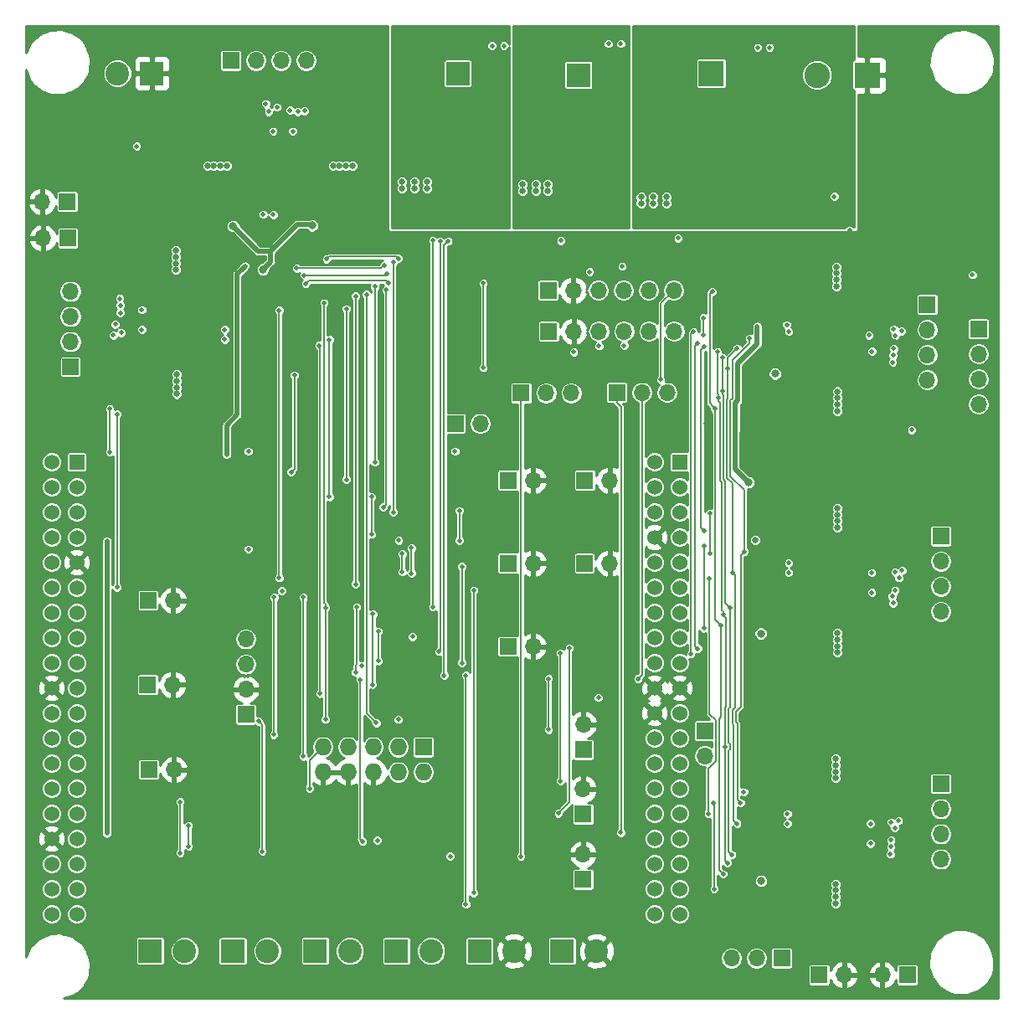
<source format=gbl>
%TF.GenerationSoftware,KiCad,Pcbnew,6.0.0-rc1-unknown-6d2dfbb~65~ubuntu18.04.1*%
%TF.CreationDate,2018-07-21T13:25:27-07:00*%
%TF.ProjectId,PrntrBoardV1,50726E7472426F61726456312E6B6963,rev?*%
%TF.SameCoordinates,PX1303eb8PY7093f24*%
%TF.FileFunction,Copper,L4,Bot,Mixed*%
%TF.FilePolarity,Positive*%
%FSLAX46Y46*%
G04 Gerber Fmt 4.6, Leading zero omitted, Abs format (unit mm)*
G04 Created by KiCad (PCBNEW 6.0.0-rc1-unknown-6d2dfbb~65~ubuntu18.04.1) date Sat Jul 21 13:25:27 2018*
%MOMM*%
%LPD*%
G01*
G04 APERTURE LIST*
%ADD10O,1.700000X1.700000*%
%ADD11R,1.700000X1.700000*%
%ADD12C,1.524000*%
%ADD13R,1.524000X1.524000*%
%ADD14O,1.727200X1.727200*%
%ADD15R,1.727200X1.727200*%
%ADD16R,2.600000X2.600000*%
%ADD17C,2.600000*%
%ADD18R,2.400000X2.400000*%
%ADD19C,2.400000*%
%ADD20C,0.635000*%
%ADD21C,0.508000*%
%ADD22C,0.838200*%
%ADD23C,0.500000*%
%ADD24C,0.203200*%
%ADD25C,0.254000*%
G04 APERTURE END LIST*
D10*
X2121000Y77246500D03*
D11*
X4661000Y77246500D03*
D10*
X83161000Y2746500D03*
D11*
X80621000Y2746500D03*
D10*
X87021000Y2746500D03*
D11*
X89561000Y2746500D03*
D10*
X2061000Y80946500D03*
D11*
X4601000Y80946500D03*
D12*
X63981000Y54616500D03*
X63981000Y52076500D03*
X63981000Y49536500D03*
X63981000Y46996500D03*
X63981000Y44456500D03*
X63981000Y41916500D03*
X63981000Y39376500D03*
X63981000Y36836500D03*
X63981000Y34296500D03*
X63981000Y31756500D03*
X63981000Y29216500D03*
X63981000Y26676500D03*
X63981000Y24136500D03*
X63981000Y21596500D03*
X63981000Y19056500D03*
X63981000Y16516500D03*
X63981000Y13976500D03*
X63981000Y11436500D03*
D13*
X66521000Y54616500D03*
D12*
X66521000Y52076500D03*
X66521000Y49536500D03*
X66521000Y46996500D03*
X66521000Y44456500D03*
X66521000Y41916500D03*
X66521000Y39376500D03*
X66521000Y36836500D03*
X66521000Y34296500D03*
X66521000Y31756500D03*
X66521000Y29216500D03*
X66521000Y26676500D03*
X66521000Y24136500D03*
X66521000Y21596500D03*
X66521000Y19056500D03*
X66521000Y16516500D03*
X66521000Y13976500D03*
X66521000Y11436500D03*
D13*
X5561000Y54616500D03*
D12*
X5561000Y52076500D03*
X5561000Y49536500D03*
X5561000Y46996500D03*
X5561000Y44456500D03*
X5561000Y41916500D03*
X5561000Y39376500D03*
X5561000Y36836500D03*
X5561000Y34296500D03*
X5561000Y31756500D03*
X5561000Y29216500D03*
X5561000Y26676500D03*
X5561000Y24136500D03*
X5561000Y21596500D03*
X5561000Y19056500D03*
X5561000Y16516500D03*
X5561000Y13976500D03*
X5561000Y11436500D03*
X3021000Y54616500D03*
X3021000Y52076500D03*
X3021000Y49536500D03*
X3021000Y46996500D03*
X3021000Y44456500D03*
X3021000Y41916500D03*
X3021000Y39376500D03*
X3021000Y36836500D03*
X3021000Y34296500D03*
X3021000Y31756500D03*
X3021000Y29216500D03*
X3021000Y26676500D03*
X3021000Y24136500D03*
X3021000Y21596500D03*
X3021000Y19056500D03*
X3021000Y16516500D03*
X3021000Y13976500D03*
X3021000Y11436500D03*
X5561000Y8896500D03*
X3021000Y8896500D03*
X63981000Y8896500D03*
X66521000Y8896500D03*
D10*
X55549800Y61582300D03*
X53009800Y61582300D03*
D11*
X50469800Y61582300D03*
D10*
X65252600Y61633100D03*
X62712600Y61633100D03*
D11*
X60172600Y61633100D03*
D10*
X65963800Y67830700D03*
X63423800Y67830700D03*
X60883800Y67830700D03*
X58343800Y67830700D03*
X55803800Y67830700D03*
D11*
X53263800Y67830700D03*
D10*
X65913000Y71970900D03*
X63373000Y71970900D03*
X60833000Y71970900D03*
X58293000Y71970900D03*
X55753000Y71970900D03*
D11*
X53213000Y71970900D03*
D14*
X30454600Y23253700D03*
X30454600Y25793700D03*
X32994600Y23253700D03*
X32994600Y25793700D03*
X35534600Y23253700D03*
X35534600Y25793700D03*
X38074600Y23253700D03*
X38074600Y25793700D03*
X40614600Y23253700D03*
D15*
X40614600Y25793700D03*
D10*
X46361000Y58496500D03*
D11*
X43821000Y58496500D03*
D10*
X69061000Y24896500D03*
D11*
X69061000Y27436500D03*
D16*
X85496400Y93738700D03*
D17*
X80416400Y93738700D03*
D16*
X69710300Y93916500D03*
D17*
X64630300Y93916500D03*
D18*
X44094400Y93891100D03*
D19*
X40594400Y93891100D03*
D18*
X56299100Y93738700D03*
D19*
X52799100Y93738700D03*
D18*
X12965600Y5168900D03*
D19*
X16465600Y5168900D03*
D18*
X46296500Y5157000D03*
D19*
X49796500Y5157000D03*
D18*
X54622500Y5157000D03*
D19*
X58122500Y5157000D03*
D18*
X37884600Y5157000D03*
D19*
X41384600Y5157000D03*
D18*
X21333699Y5165600D03*
D19*
X24833699Y5165600D03*
D18*
X13161000Y93916500D03*
D19*
X9661000Y93916500D03*
D18*
X29666100Y5168900D03*
D19*
X33166100Y5168900D03*
D10*
X51702000Y44388000D03*
D11*
X49162000Y44388000D03*
D10*
X51714700Y35967900D03*
D11*
X49174700Y35967900D03*
D10*
X56757400Y21534700D03*
D11*
X56757400Y18994700D03*
D10*
X56757400Y14956100D03*
D11*
X56757400Y12416100D03*
D10*
X59436300Y44362600D03*
D11*
X56896300Y44362600D03*
D10*
X51702000Y52770000D03*
D11*
X49162000Y52770000D03*
D10*
X15278600Y32101900D03*
D11*
X12738600Y32101900D03*
D10*
X59474400Y52770000D03*
D11*
X56934400Y52770000D03*
D10*
X56782800Y28075200D03*
D11*
X56782800Y25535200D03*
D10*
X15316700Y40623600D03*
D11*
X12776700Y40623600D03*
D10*
X15392900Y23516700D03*
D11*
X12852900Y23516700D03*
D10*
X71755000Y4445000D03*
X74295000Y4445000D03*
D11*
X76835000Y4445000D03*
D10*
X92938600Y39509700D03*
X92938600Y42049700D03*
X92938600Y44589700D03*
D11*
X92938600Y47129700D03*
D10*
X91561000Y62906500D03*
X91561000Y65446500D03*
X91561000Y67986500D03*
D11*
X91561000Y70526500D03*
D10*
X96761000Y60456500D03*
X96761000Y62996500D03*
X96761000Y65536500D03*
D11*
X96761000Y68076500D03*
D10*
X92938600Y14465300D03*
X92938600Y17005300D03*
X92938600Y19545300D03*
D11*
X92938600Y22085300D03*
D10*
X4905800Y71864900D03*
X4905800Y69324900D03*
X4905800Y66784900D03*
D11*
X4905800Y64244900D03*
D10*
X22661000Y36716500D03*
X22661000Y34176500D03*
X22661000Y31636500D03*
D11*
X22661000Y29096500D03*
D10*
X28757800Y95214500D03*
X26217800Y95214500D03*
X23677800Y95214500D03*
D11*
X21137800Y95214500D03*
D20*
X39511000Y85296500D03*
X42061000Y85296500D03*
X40361000Y85296500D03*
X41211000Y85296500D03*
X38661000Y85296500D03*
X39511000Y86146500D03*
X42061000Y86146500D03*
X40361000Y86146500D03*
X41211000Y86146500D03*
X38661000Y86146500D03*
X39511000Y86996500D03*
X42061000Y86996500D03*
X40361000Y86996500D03*
X41211000Y86996500D03*
X38661000Y86996500D03*
X39511000Y87846500D03*
X42061000Y87846500D03*
X40361000Y87846500D03*
X41211000Y87846500D03*
X38661000Y87846500D03*
X42061000Y88696500D03*
X41211000Y88696500D03*
X40361000Y88696500D03*
X39511000Y88696500D03*
X38661000Y88696500D03*
D21*
X96186000Y76296500D03*
X86061000Y27296500D03*
X89536000Y10921500D03*
D22*
X69011000Y6946500D03*
D20*
X17361000Y67496500D03*
X14961000Y66696500D03*
X16561000Y69096500D03*
X14961000Y69946500D03*
X13361000Y70796500D03*
X15761000Y67496500D03*
X14961000Y70796500D03*
X15761000Y66696500D03*
X14161000Y69946500D03*
X14161000Y70796500D03*
X13361000Y68296500D03*
X17361000Y70796500D03*
X14961000Y68296500D03*
X14161000Y68296500D03*
X15761000Y70796500D03*
X16561000Y70796500D03*
X17361000Y68296500D03*
X15761000Y68296500D03*
X16561000Y68296500D03*
X13361000Y69096500D03*
X17361000Y66696500D03*
X17361000Y69096500D03*
X16561000Y69946500D03*
X13361000Y67496500D03*
X17361000Y69946500D03*
X14961000Y69096500D03*
X15761000Y69096500D03*
X16561000Y67496500D03*
X16561000Y66696500D03*
X15761000Y69946500D03*
X14961000Y67496500D03*
X13361000Y69946500D03*
X14161000Y69096500D03*
X13361000Y66696500D03*
X14161000Y67496500D03*
X14161000Y66696500D03*
X28161000Y83596500D03*
X25761000Y82796500D03*
X27361000Y85196500D03*
X25761000Y86046500D03*
X24161000Y86896500D03*
X26561000Y83596500D03*
X25761000Y86896500D03*
X26561000Y82796500D03*
X24961000Y86046500D03*
X24961000Y86896500D03*
X24161000Y84396500D03*
X28161000Y86896500D03*
X25761000Y84396500D03*
X24961000Y84396500D03*
X26561000Y86896500D03*
X27361000Y86896500D03*
X28161000Y84396500D03*
X26561000Y84396500D03*
X27361000Y84396500D03*
X24161000Y85196500D03*
X28161000Y82796500D03*
X28161000Y85196500D03*
X27361000Y86046500D03*
X24161000Y83596500D03*
X28161000Y86046500D03*
X25761000Y85196500D03*
X26561000Y85196500D03*
X27361000Y83596500D03*
X27361000Y82796500D03*
X26561000Y86046500D03*
X25761000Y83596500D03*
X24161000Y86046500D03*
X24961000Y85196500D03*
X24161000Y82796500D03*
X24961000Y83596500D03*
X24961000Y82796500D03*
X84711000Y65846500D03*
X82311000Y65046500D03*
X83911000Y67446500D03*
X82311000Y68296500D03*
X80711000Y69146500D03*
X83111000Y65846500D03*
X82311000Y69146500D03*
X83111000Y65046500D03*
X81511000Y68296500D03*
X81511000Y69146500D03*
X80711000Y66646500D03*
X84711000Y69146500D03*
X82311000Y66646500D03*
X81511000Y66646500D03*
X83111000Y69146500D03*
X83911000Y69146500D03*
X84711000Y66646500D03*
X83111000Y66646500D03*
X83911000Y66646500D03*
X80711000Y67446500D03*
X84711000Y65046500D03*
X84711000Y67446500D03*
X83911000Y68296500D03*
X80711000Y65846500D03*
X84711000Y68296500D03*
X82311000Y67446500D03*
X83111000Y67446500D03*
X83911000Y65846500D03*
X83911000Y65046500D03*
X83111000Y68296500D03*
X82311000Y65846500D03*
X80711000Y68296500D03*
X81511000Y67446500D03*
X80711000Y65046500D03*
X81511000Y65846500D03*
X81511000Y65046500D03*
X84711000Y41446500D03*
X82311000Y40646500D03*
X83911000Y43046500D03*
X82311000Y43896500D03*
X80711000Y44746500D03*
X83111000Y41446500D03*
X82311000Y44746500D03*
X83111000Y40646500D03*
X81511000Y43896500D03*
X81511000Y44746500D03*
X80711000Y42246500D03*
X84711000Y44746500D03*
X82311000Y42246500D03*
X81511000Y42246500D03*
X83111000Y44746500D03*
X83911000Y44746500D03*
X84711000Y42246500D03*
X83111000Y42246500D03*
X83911000Y42246500D03*
X80711000Y43046500D03*
X84711000Y40646500D03*
X84711000Y43046500D03*
X83911000Y43896500D03*
X80711000Y41446500D03*
X84711000Y43896500D03*
X82311000Y43046500D03*
X83111000Y43046500D03*
X83911000Y41446500D03*
X83911000Y40646500D03*
X83111000Y43896500D03*
X82311000Y41446500D03*
X80711000Y43896500D03*
X81511000Y43046500D03*
X80711000Y40646500D03*
X81511000Y41446500D03*
X81511000Y40646500D03*
X80611000Y15296500D03*
X82211000Y15296500D03*
X81411000Y15296500D03*
X84611000Y15296500D03*
X83011000Y15296500D03*
X83811000Y15296500D03*
X80611000Y16096500D03*
X82211000Y16096500D03*
X81411000Y16096500D03*
X84611000Y16096500D03*
X83011000Y16096500D03*
X83811000Y16096500D03*
X80611000Y16896500D03*
X82211000Y16896500D03*
X81411000Y16896500D03*
X84611000Y16896500D03*
X83011000Y16896500D03*
X83811000Y16896500D03*
X80611000Y17696500D03*
X82211000Y17696500D03*
X81411000Y17696500D03*
X84611000Y17696500D03*
X83011000Y17696500D03*
X83811000Y17696500D03*
X80611000Y18546500D03*
X82211000Y18546500D03*
X81411000Y18546500D03*
X84611000Y18546500D03*
X83011000Y18546500D03*
X83811000Y18546500D03*
X84611000Y19396500D03*
X83811000Y19396500D03*
X83011000Y19396500D03*
X82211000Y19396500D03*
X81411000Y19396500D03*
X80611000Y19396500D03*
D21*
X80461000Y22196500D03*
X85611000Y22171500D03*
X78361000Y14396500D03*
X87411000Y14396500D03*
X85461000Y12446500D03*
X85711000Y47421500D03*
X85611000Y62196500D03*
X87511000Y64146500D03*
X78511000Y64146500D03*
X85561000Y71946500D03*
X12511000Y63996500D03*
X17511000Y63896500D03*
X22011000Y90871500D03*
D20*
X53161000Y82696500D03*
X51961000Y82696500D03*
X50661000Y82696500D03*
X65161000Y81396500D03*
X63861000Y81396500D03*
X62611000Y81396500D03*
D21*
X28461000Y76746500D03*
X19961000Y76446500D03*
X19961000Y77446500D03*
X11661000Y76546500D03*
X11661000Y77646500D03*
X19961000Y62646500D03*
X19961000Y61546500D03*
X14361000Y57846500D03*
X13161000Y57846500D03*
X77961000Y8846500D03*
X77961000Y9846500D03*
X86561000Y8646500D03*
X86561000Y9746500D03*
X77961000Y23646500D03*
X77961000Y24746500D03*
X84611000Y28396500D03*
X83461000Y28396500D03*
X78111000Y34146500D03*
X78111000Y35346500D03*
X86361000Y33546500D03*
X86361000Y34696500D03*
X78161000Y49146500D03*
X78161000Y50296500D03*
X84711000Y53796500D03*
X83561000Y53796500D03*
X84761000Y55846500D03*
X83611000Y55846500D03*
X78111000Y58546500D03*
X78111000Y59696500D03*
X78111000Y73246500D03*
X78111000Y74396500D03*
X87961000Y75446500D03*
X86361000Y76296500D03*
X84911000Y78046500D03*
X83711000Y78046500D03*
X82161000Y81471500D03*
X74411000Y96521500D03*
X75611000Y96521500D03*
X59311000Y96921500D03*
X60561000Y96921500D03*
X47561000Y96696500D03*
X48761000Y96696500D03*
D20*
X38411000Y82946500D03*
X39711000Y82946500D03*
X40961000Y82946500D03*
D21*
X35111000Y88796500D03*
X34061000Y88796500D03*
X34611000Y80196500D03*
X33561000Y80196500D03*
X26861000Y76696500D03*
X20061000Y80246500D03*
X19211000Y80246500D03*
X11936000Y88671500D03*
X15161000Y88746500D03*
X15361000Y85746500D03*
X15411000Y86746500D03*
X16486000Y88646500D03*
X18036000Y90246500D03*
X36311000Y87496500D03*
D20*
X40961000Y82296500D03*
X39711000Y82296500D03*
X38411000Y82296500D03*
D21*
X88711000Y71046500D03*
X87661000Y58796500D03*
X89386000Y55821500D03*
X74611000Y65446500D03*
X86211000Y57346500D03*
X86061000Y52396500D03*
X89686000Y50321500D03*
X88811000Y46396500D03*
X90111000Y36271500D03*
X84861000Y32146500D03*
X88161000Y24896500D03*
X88561000Y21146500D03*
X85161000Y7146500D03*
X74661000Y15796500D03*
X40761000Y12196500D03*
X32461000Y12246500D03*
X24161000Y12246500D03*
X15761000Y12246500D03*
X59461000Y55296500D03*
X59561000Y46896500D03*
X51661000Y46796500D03*
X51661000Y55196500D03*
X62061000Y38946500D03*
X58711000Y29096500D03*
X58711000Y22496500D03*
X58711000Y15896500D03*
X23661000Y44246500D03*
X23561000Y42246500D03*
X23561000Y40246500D03*
X31261000Y41646500D03*
X32661000Y42746500D03*
X31261000Y43546500D03*
X28661000Y45846500D03*
X29561000Y51846500D03*
X31061000Y50246500D03*
X32761000Y50246500D03*
X38761000Y42446500D03*
X37311000Y37746500D03*
X43561000Y48046500D03*
X43661000Y45746500D03*
X43661000Y45046500D03*
X31811000Y31746500D03*
X39411000Y31346500D03*
X39411000Y33346500D03*
X31711000Y34646500D03*
X15361000Y26146500D03*
X15361000Y34746500D03*
X15361000Y43246500D03*
X12011000Y58971500D03*
X9261000Y64746500D03*
X6861000Y59771500D03*
X8161000Y76346500D03*
X12886000Y78571500D03*
D20*
X62611000Y80746500D03*
X63861000Y80746500D03*
X65161000Y80746500D03*
X50661000Y82046500D03*
X51961000Y82046500D03*
X53161000Y82046500D03*
D21*
X26411000Y90146500D03*
X33711000Y91796500D03*
X21661000Y87746500D03*
X30411000Y87746500D03*
X29111000Y89046500D03*
X29111000Y80546500D03*
X26661000Y79896500D03*
X26661000Y81246500D03*
X21261000Y82796500D03*
X10411000Y71596500D03*
X12511000Y73796500D03*
X19561000Y71696500D03*
X20261000Y69246500D03*
X18911000Y69246500D03*
X9961000Y68996500D03*
X80611000Y71996500D03*
X79161000Y66496500D03*
X78011000Y66496500D03*
X88311000Y66746500D03*
X80611000Y47596500D03*
X79011000Y42196500D03*
X78011000Y42196500D03*
X78511000Y39746500D03*
X88311000Y42346500D03*
X87711000Y39796500D03*
X85611000Y37796500D03*
X79011000Y16746500D03*
X77861000Y16746500D03*
X87961000Y17046500D03*
X23311000Y70096500D03*
D20*
X17111000Y52346500D03*
D22*
X74511000Y41146500D03*
X69361000Y58496500D03*
X69411000Y56146500D03*
X69611000Y77196500D03*
X69611000Y74771500D03*
X24311000Y58621500D03*
X23086000Y58621500D03*
X43511000Y67471500D03*
X40836000Y67471500D03*
X1186000Y87846500D03*
X1211000Y85321500D03*
D20*
X51711000Y88446500D03*
X53411000Y85046500D03*
X54261000Y85896500D03*
X52561000Y86746500D03*
X50861000Y87596500D03*
X54261000Y88446500D03*
X51711000Y87596500D03*
X52561000Y87596500D03*
X50861000Y86746500D03*
X53411000Y87596500D03*
X52561000Y88446500D03*
X53411000Y86746500D03*
X54261000Y87596500D03*
X54261000Y86746500D03*
X51711000Y86746500D03*
X50861000Y85046500D03*
X53411000Y88446500D03*
X52561000Y85046500D03*
X51711000Y85896500D03*
X53411000Y85896500D03*
X50861000Y85896500D03*
X52561000Y85896500D03*
X51711000Y85046500D03*
X50861000Y88446500D03*
X54261000Y85046500D03*
D21*
X39511000Y36946500D03*
X11611000Y86546500D03*
D22*
X74736000Y37271500D03*
X76161000Y63546500D03*
X29362119Y78532772D03*
X24386000Y74096500D03*
X21361000Y78471500D03*
X74761000Y12246500D03*
D20*
X64461000Y86646500D03*
X63561000Y86646500D03*
X62661000Y86646500D03*
X62661000Y85746500D03*
X63561000Y85746500D03*
X64461000Y85746500D03*
X65361000Y85746500D03*
X66261000Y85746500D03*
X66261000Y84846500D03*
X65361000Y84846500D03*
X64461000Y84846500D03*
X63561000Y84846500D03*
X62661000Y84846500D03*
X62661000Y83946500D03*
X63561000Y83946500D03*
X64461000Y83946500D03*
X65361000Y83946500D03*
X66261000Y83946500D03*
X62661000Y83046500D03*
X63561000Y83046500D03*
X64461000Y83046500D03*
X65361000Y83046500D03*
X66261000Y83046500D03*
X66261000Y86646500D03*
X65361000Y86646500D03*
D21*
X24311000Y15246500D03*
X23921733Y28410121D03*
X50461000Y14746500D03*
X43311000Y14746500D03*
X66361000Y77246500D03*
X41561000Y76996500D03*
X41561000Y39946500D03*
X33861000Y39946500D03*
X33761000Y33346500D03*
X8611000Y46646500D03*
X8611000Y17046500D03*
X60561000Y17146500D03*
X35961000Y16346500D03*
X24661000Y90846500D03*
X9261000Y67446500D03*
X88961000Y67846500D03*
X89011000Y43646500D03*
X88661000Y18346500D03*
X73011000Y21246500D03*
X74361000Y68346500D03*
D20*
X74161000Y46746500D03*
D21*
X20711000Y55346500D03*
X21761000Y63946500D03*
X22586374Y74437390D03*
D22*
X73486000Y52546500D03*
D21*
X42311000Y76946500D03*
X42202990Y35446500D03*
X58311000Y30796500D03*
X16011000Y15096500D03*
X16011000Y20246500D03*
X54511000Y76996500D03*
X43111000Y76946500D03*
X42711000Y33046500D03*
X44911000Y9896500D03*
X44911000Y33046500D03*
X34361000Y33996500D03*
X16861000Y15746500D03*
X16861000Y17846500D03*
X87921936Y18196971D03*
X85674411Y67441400D03*
X68361000Y66646500D03*
X68361000Y35746500D03*
X54261000Y19096500D03*
X55361000Y35804510D03*
X88156451Y68051022D03*
X67911000Y67796500D03*
X67661000Y35196500D03*
X54461000Y35296500D03*
X54461000Y22346500D03*
X68961000Y46096500D03*
X68961000Y37796500D03*
X88311000Y43490090D03*
X88011000Y41046500D03*
X88111000Y65396500D03*
X9611000Y59446500D03*
X9611000Y41946500D03*
X22911000Y45796500D03*
X22911000Y55696500D03*
X43811000Y55696500D03*
X85947852Y43419201D03*
X69561000Y45396500D03*
X69561000Y49396500D03*
X10043903Y67689142D03*
X8886000Y59996500D03*
X8886000Y55621500D03*
X87881540Y15712424D03*
X28461000Y24846500D03*
X28461000Y40946500D03*
X24963411Y90042006D03*
X34861000Y71546500D03*
X35843807Y28232879D03*
X12123749Y67999801D03*
X30161000Y31196500D03*
X30052990Y66396500D03*
X36061000Y37496500D03*
X36061000Y34504510D03*
X35511000Y39246500D03*
X35461000Y32096500D03*
X27900058Y90047374D03*
X37561000Y74796500D03*
X37561000Y49546500D03*
X9961000Y70446500D03*
X32811000Y70096500D03*
X32811000Y52846500D03*
X25407099Y88054551D03*
X35711000Y72346500D03*
X35711000Y54596500D03*
X25811000Y90496500D03*
X9461000Y68546500D03*
X88320027Y67411188D03*
X88711000Y42896500D03*
X73061000Y45546500D03*
X72674621Y20146500D03*
X73592527Y67122651D03*
X55811000Y65746500D03*
X68911000Y67496500D03*
X68911000Y69196500D03*
X70011000Y11446500D03*
X69948991Y20121514D03*
X88268224Y17634629D03*
X44511000Y44046500D03*
X44511000Y34296500D03*
X45711000Y11046500D03*
X45711000Y41646500D03*
X26311000Y41596500D03*
X34461000Y16246500D03*
X34211000Y32596500D03*
X85809051Y18039200D03*
X77409051Y18039200D03*
X77547852Y43419199D03*
X77561451Y67792001D03*
X71861000Y43419199D03*
X72319010Y18039200D03*
X72345393Y66112107D03*
X25428034Y79622608D03*
X20523749Y67999799D03*
X37052990Y72696500D03*
X71377011Y64096500D03*
X26011000Y69946500D03*
X26011000Y42896500D03*
X28701782Y72637282D03*
X46661000Y72696500D03*
X46661000Y64146500D03*
X28594802Y90133687D03*
X9911000Y71146500D03*
X88061000Y64696500D03*
X88111000Y40346500D03*
X87822051Y14956126D03*
X70911000Y12946500D03*
X70711000Y38096500D03*
X69811000Y71846500D03*
X30811000Y75146500D03*
X70079735Y60046500D03*
X38082298Y75201954D03*
X33761000Y71396500D03*
X33761000Y42246500D03*
X24407099Y79654551D03*
X36861000Y71996500D03*
X44261000Y49696500D03*
X44261000Y46646500D03*
X36547400Y50054510D03*
X20523749Y66999799D03*
X31111000Y66996500D03*
X31111000Y51096500D03*
X35369010Y51096500D03*
X35369010Y47296500D03*
X69011000Y66296500D03*
X69011000Y47646500D03*
X38111000Y46696500D03*
X77364443Y68490096D03*
X77547851Y44419201D03*
X39411000Y45946500D03*
X39411000Y43354510D03*
X77409051Y19039200D03*
X69411000Y19046500D03*
X69511000Y42846500D03*
X38461000Y43496500D03*
X38461000Y45346500D03*
D20*
X20061000Y84546500D03*
X19411000Y84546500D03*
X18761000Y84546500D03*
X20711000Y84546500D03*
X31461000Y84546500D03*
X32111000Y84546500D03*
X32761000Y84546500D03*
X33411000Y84546500D03*
X82411000Y72396500D03*
X82411000Y73046500D03*
X82411000Y73696500D03*
X82411000Y74346500D03*
D21*
X96136000Y73546500D03*
D20*
X82461000Y61746500D03*
X82461000Y61096500D03*
X82461000Y60446500D03*
X82461000Y59796500D03*
D21*
X89986000Y57871500D03*
D20*
X82461000Y47996500D03*
X82461000Y48646500D03*
X82461000Y49296500D03*
X82461000Y49946500D03*
X82461000Y37296500D03*
X82461000Y36646500D03*
X82461000Y35996500D03*
X82461000Y35346500D03*
X82311000Y22646500D03*
X82311000Y23296500D03*
X82311000Y23946500D03*
X82311000Y24596500D03*
X82311000Y11946500D03*
X82311000Y11296500D03*
X82311000Y10646500D03*
X82311000Y9996500D03*
X15661000Y63446500D03*
X15661000Y62796500D03*
X15661000Y62146500D03*
X15661000Y61496500D03*
X15611000Y74046500D03*
X15611000Y74696500D03*
X15611000Y75346500D03*
X15611000Y75996500D03*
D21*
X29111000Y21584491D03*
X27407099Y88054551D03*
X12123749Y69999799D03*
X85961452Y65792001D03*
X85947852Y41419199D03*
X85809051Y16039201D03*
X71811000Y14896500D03*
X57411000Y73846500D03*
X28561000Y73496500D03*
X36891573Y73684362D03*
X70869010Y61789953D03*
X58361000Y66346500D03*
X30561000Y70696500D03*
X30711000Y39884510D03*
X38061000Y28588490D03*
X30711000Y28588490D03*
X71625152Y39884491D03*
X70869010Y65147167D03*
X27111000Y90196500D03*
X9961000Y69696500D03*
X88161000Y66096500D03*
X88311000Y41646500D03*
X87898747Y16372611D03*
X70911000Y39146500D03*
X71361000Y14046500D03*
X60711000Y74396500D03*
X27811000Y74196500D03*
X36661000Y74496500D03*
X70435346Y61140889D03*
X70361000Y65746500D03*
X60911000Y66396500D03*
X71090156Y25796500D03*
X25511000Y40946500D03*
X25473445Y27038490D03*
X64611000Y62946500D03*
X62311000Y32696500D03*
X53261000Y32696500D03*
X53261000Y27546500D03*
X27561000Y63396500D03*
X27241279Y53608509D03*
D23*
X53211000Y71972900D02*
X53213000Y71970900D01*
X27876986Y78646500D02*
X25161000Y75930514D01*
X27876986Y78646500D02*
X29211000Y78646500D01*
X29248391Y78646500D02*
X28961000Y78646500D01*
X29362119Y78532772D02*
X29248391Y78646500D01*
X25161000Y74871500D02*
X25161000Y75930514D01*
X24386000Y74096500D02*
X25161000Y74871500D01*
X25161000Y75930514D02*
X23901986Y75930514D01*
X23901986Y75930514D02*
X21361000Y78471500D01*
D24*
X24175732Y28156122D02*
X23921733Y28410121D01*
X24311000Y15246500D02*
X24311000Y28020854D01*
X24311000Y28020854D02*
X24175732Y28156122D01*
X50469800Y61582300D02*
X50469800Y14755300D01*
X50469800Y14755300D02*
X50461000Y14746500D01*
X41561000Y76996500D02*
X41561000Y39946500D01*
X33861000Y34148342D02*
X33761000Y34048342D01*
X33761000Y33705710D02*
X33761000Y33346500D01*
X33861000Y39946500D02*
X33861000Y34148342D01*
X33761000Y34048342D02*
X33761000Y33705710D01*
D23*
X8611000Y46646500D02*
X8611000Y17046500D01*
D24*
X60578401Y17163901D02*
X60561000Y17146500D01*
X60172600Y61633100D02*
X60172600Y60579900D01*
X60578401Y60174099D02*
X60578401Y17163901D01*
X60172600Y60579900D02*
X60578401Y60174099D01*
D23*
X20711000Y58346500D02*
X20711000Y55346500D01*
X21761000Y59396500D02*
X20711000Y58346500D01*
X21761000Y63946500D02*
X21761000Y59396500D01*
X72158590Y60616738D02*
X72389023Y60847171D01*
X72158589Y57715563D02*
X72158590Y60616738D01*
X74361000Y67987290D02*
X74361000Y68346500D01*
X72154599Y57711573D02*
X72158589Y57715563D01*
X74361000Y66521086D02*
X74361000Y67987290D01*
X72389023Y64549109D02*
X74361000Y66521086D01*
X72389023Y60847171D02*
X72389023Y64549109D01*
X21761000Y73612016D02*
X22332375Y74183391D01*
X21761000Y63946500D02*
X21761000Y73612016D01*
X22332375Y74183391D02*
X22586374Y74437390D01*
X72154599Y57711573D02*
X72154599Y53877901D01*
X72154599Y53877901D02*
X73486000Y52546500D01*
D24*
X42311000Y76946500D02*
X42311000Y35554510D01*
X42311000Y35554510D02*
X42202990Y35446500D01*
X16011000Y15096500D02*
X16011000Y20246500D01*
X42711000Y76546500D02*
X42711000Y33046500D01*
X43111000Y76946500D02*
X42711000Y76546500D01*
X44911000Y9896500D02*
X44911000Y33046500D01*
X16861000Y17846500D02*
X16861000Y15746500D01*
X55361000Y35445300D02*
X55361000Y35804510D01*
X54261000Y19096500D02*
X55361000Y20196500D01*
X55361000Y20196500D02*
X55361000Y35445300D01*
X68107001Y36000499D02*
X68361000Y35746500D01*
X68361000Y66646500D02*
X68107001Y66392501D01*
X68107001Y66392501D02*
X68107001Y36000499D01*
X67657001Y67542501D02*
X67657001Y57400499D01*
X67911000Y67796500D02*
X67657001Y67542501D01*
X67657001Y57400499D02*
X67657001Y35200499D01*
X67657001Y35200499D02*
X67661000Y35196500D01*
X54461000Y35296500D02*
X54461000Y22346500D01*
X68961000Y46096500D02*
X68961000Y37796500D01*
X9611000Y59446500D02*
X9611000Y41946500D01*
X69561000Y45396500D02*
X69561000Y49396500D01*
X8886000Y59996500D02*
X8886000Y55621500D01*
X28461000Y24846500D02*
X28461000Y40946500D01*
X34861000Y29215686D02*
X35589808Y28486878D01*
X34861000Y71546500D02*
X34861000Y34148342D01*
X34861000Y34148342D02*
X34869001Y34140341D01*
X35589808Y28486878D02*
X35843807Y28232879D01*
X34861000Y33644658D02*
X34861000Y29215686D01*
X34869001Y33652659D02*
X34861000Y33644658D01*
X34869001Y34140341D02*
X34869001Y33652659D01*
X30161000Y31196500D02*
X30161000Y66288490D01*
X30161000Y66288490D02*
X30052990Y66396500D01*
X36061000Y37496500D02*
X36061000Y34504510D01*
X35511000Y39246500D02*
X35511000Y32146500D01*
X35511000Y32146500D02*
X35461000Y32096500D01*
X37561000Y74796500D02*
X37561000Y74437290D01*
X37561000Y74437290D02*
X37561000Y65146500D01*
X37561000Y65146500D02*
X37561000Y49546500D01*
X32811000Y70096500D02*
X32811000Y64946500D01*
X32811000Y64946500D02*
X32811000Y52846500D01*
X35711000Y72346500D02*
X35711000Y65096500D01*
X35711000Y65096500D02*
X35711000Y54596500D01*
X73061000Y45546500D02*
X73061000Y45796500D01*
X68911000Y67496500D02*
X68911000Y69196500D01*
X73061000Y45702110D02*
X73061000Y51761073D01*
X73592527Y66640806D02*
X73592527Y66763441D01*
X73592527Y66763441D02*
X73592527Y67122651D01*
X71650588Y53171485D02*
X71650588Y57920341D01*
X71885012Y64933291D02*
X73592527Y66640806D01*
X71885012Y61055938D02*
X71885012Y64933291D01*
X73061000Y51761073D02*
X71650588Y53171485D01*
X71654580Y60825506D02*
X71885012Y61055938D01*
X71650588Y57920341D02*
X71654579Y57924332D01*
X71654579Y57924332D02*
X71654580Y60825506D01*
X72356989Y20464132D02*
X72674621Y20146500D01*
X73061000Y45546500D02*
X72706989Y45192489D01*
X72706989Y45192489D02*
X72706989Y29876742D01*
X72706989Y29876742D02*
X72200588Y29370341D01*
X72200588Y29370341D02*
X72200588Y28322659D01*
X72200588Y28322659D02*
X72356989Y28166258D01*
X72356989Y28166258D02*
X72356989Y20464132D01*
X70011000Y11446500D02*
X70011000Y20059505D01*
X70011000Y20059505D02*
X69948991Y20121514D01*
X44511000Y44046500D02*
X44511000Y34296500D01*
X45711000Y11046500D02*
X45711000Y41646500D01*
X34207001Y32592501D02*
X34211000Y32596500D01*
X34461000Y16246500D02*
X34207001Y16500499D01*
X34207001Y16500499D02*
X34207001Y32592501D01*
X71377011Y65143725D02*
X72091394Y65858108D01*
X72091394Y65858108D02*
X72345393Y66112107D01*
X46661000Y64146500D02*
X46711000Y64096500D01*
X71377011Y64096500D02*
X71377011Y65143725D01*
X26011000Y69946500D02*
X26011000Y42896500D01*
X71377011Y63737290D02*
X71377011Y64096500D01*
X71861000Y52458163D02*
X71294977Y53024187D01*
X71377011Y61050845D02*
X71377011Y63737290D01*
X71294977Y53024187D02*
X71294977Y58067639D01*
X71294977Y58067639D02*
X71298969Y58071631D01*
X71298969Y58071631D02*
X71298971Y60972805D01*
X71298971Y60972805D02*
X71377011Y61050845D01*
X71861000Y43419199D02*
X71861000Y52458163D01*
X72001378Y18356832D02*
X72319010Y18039200D01*
X71861000Y43419199D02*
X72147388Y43132811D01*
X72147388Y43132811D02*
X72147388Y29820049D01*
X71844977Y28175361D02*
X72001378Y28018960D01*
X72001378Y28018960D02*
X72001378Y18356832D01*
X72147388Y29820049D02*
X71844977Y29517639D01*
X71844977Y29517639D02*
X71844977Y28175361D01*
X29014999Y72950499D02*
X28955781Y72891281D01*
X28955781Y72891281D02*
X28701782Y72637282D01*
X36798991Y72950499D02*
X29014999Y72950499D01*
X37052990Y72696500D02*
X36798991Y72950499D01*
X46661000Y72696500D02*
X46661000Y64146500D01*
X37883753Y75400499D02*
X38082298Y75201954D01*
X31064999Y75400499D02*
X37883753Y75400499D01*
X30811000Y75146500D02*
X31064999Y75400499D01*
X69811000Y71846500D02*
X69557001Y71592501D01*
X69557001Y71592501D02*
X69557001Y60569234D01*
X69557001Y60569234D02*
X69825736Y60300499D01*
X69825736Y60300499D02*
X70079735Y60046500D01*
X33761000Y71396500D02*
X33761000Y42246500D01*
X70711000Y38096500D02*
X70711000Y28827387D01*
X70711000Y28827387D02*
X70520612Y28636999D01*
X70520612Y13336888D02*
X70911000Y12946500D01*
X70520612Y28636999D02*
X70520612Y13336888D01*
X70109101Y59657924D02*
X70079735Y59687290D01*
X70711000Y38096500D02*
X70109101Y38698399D01*
X70109101Y38698399D02*
X70109101Y59657924D01*
X70079735Y59687290D02*
X70079735Y60046500D01*
X44261000Y49696500D02*
X44261000Y46646500D01*
X36801399Y50308509D02*
X36547400Y50054510D01*
X36861000Y71996500D02*
X36861000Y50368110D01*
X36861000Y50368110D02*
X36801399Y50308509D01*
X31111000Y66996500D02*
X31111000Y64946500D01*
X31111000Y64946500D02*
X31111000Y51096500D01*
X35369010Y51096500D02*
X35369010Y50737290D01*
X35369010Y50737290D02*
X35369010Y47296500D01*
X68687899Y47969601D02*
X68757001Y47900499D01*
X68757001Y47900499D02*
X69011000Y47646500D01*
X69011000Y66296500D02*
X68687899Y65973399D01*
X68687899Y65973399D02*
X68687899Y47969601D01*
X39411000Y45946500D02*
X39411000Y43354510D01*
X69511000Y29143702D02*
X69511000Y42846500D01*
X70165001Y24366579D02*
X70165001Y28489701D01*
X69411000Y23612578D02*
X70165001Y24366579D01*
X69411000Y19046500D02*
X69411000Y23612578D01*
X70165001Y28489701D02*
X69511000Y29143702D01*
X38461000Y43496500D02*
X38461000Y45346500D01*
X30454600Y25793700D02*
X29111000Y24450100D01*
X29111000Y21943701D02*
X29111000Y21584491D01*
X29111000Y24450100D02*
X29111000Y21943701D01*
X36703711Y73496500D02*
X36891573Y73684362D01*
X28561000Y73496500D02*
X36703711Y73496500D01*
X30561000Y70696500D02*
X30561000Y50498342D01*
X30711000Y40243720D02*
X30711000Y39884510D01*
X30552999Y50490341D02*
X30552999Y40401721D01*
X30552999Y40401721D02*
X30711000Y40243720D01*
X30561000Y50498342D02*
X30552999Y50490341D01*
X30711000Y39884510D02*
X30711000Y28588490D01*
X70869010Y61430743D02*
X70943356Y61356397D01*
X70939366Y58214937D02*
X70939366Y52876888D01*
X70939366Y52876888D02*
X71143356Y52672898D01*
X71143356Y40366287D02*
X71371153Y40138490D01*
X70943356Y58218927D02*
X70939366Y58214937D01*
X71371153Y40138490D02*
X71625152Y39884491D01*
X70869010Y61789953D02*
X70869010Y61430743D01*
X70943356Y61356397D02*
X70943356Y58218927D01*
X71143356Y52672898D02*
X71143356Y40366287D01*
X71489366Y25443866D02*
X71489366Y15218134D01*
X71598158Y25552658D02*
X71489366Y25443866D01*
X71598157Y26140341D02*
X71598158Y25552658D01*
X71489366Y15218134D02*
X71811000Y14896500D01*
X71489366Y26249132D02*
X71598157Y26140341D01*
X71489366Y29664937D02*
X71489366Y26249132D01*
X71625152Y39884491D02*
X71625152Y29800723D01*
X71625152Y29800723D02*
X71489366Y29664937D01*
X70869010Y61789953D02*
X70869010Y65147167D01*
X27811000Y74196500D02*
X36361000Y74196500D01*
X36361000Y74196500D02*
X36661000Y74496500D01*
X70435346Y61500099D02*
X70361000Y61574445D01*
X70435346Y61140889D02*
X70435346Y61500099D01*
X71090156Y25896500D02*
X71090156Y25796500D01*
X71219002Y29897482D02*
X71090156Y29768636D01*
X70911000Y39146500D02*
X71219002Y38838498D01*
X71219002Y38838498D02*
X71219002Y29897482D01*
X71090156Y29768636D02*
X71090156Y25896500D01*
X25511000Y40946500D02*
X25511000Y27076045D01*
X25511000Y27076045D02*
X25473445Y27038490D01*
X70911000Y39146500D02*
X70911000Y39505710D01*
X70911000Y39505710D02*
X70787745Y39628965D01*
X70587745Y58366225D02*
X70587745Y60629280D01*
X70587745Y60629280D02*
X70435346Y60781679D01*
X70583755Y58362235D02*
X70587745Y58366225D01*
X70583755Y52729590D02*
X70583755Y58362235D01*
X70787745Y52525600D02*
X70583755Y52729590D01*
X70435346Y60781679D02*
X70435346Y61140889D01*
X70787745Y39628965D02*
X70787745Y52525600D01*
X71090156Y14317344D02*
X71090156Y25437290D01*
X71090156Y25437290D02*
X71090156Y25796500D01*
X71361000Y14046500D02*
X71090156Y14317344D01*
X70361000Y64071500D02*
X70361000Y65746500D01*
X70361000Y61574445D02*
X70361000Y64071500D01*
X65913000Y71970900D02*
X64611000Y70668900D01*
X64611000Y70668900D02*
X64611000Y62946500D01*
X62712600Y61633100D02*
X62712600Y33098100D01*
X62712600Y33098100D02*
X62311000Y32696500D01*
X53261000Y32696500D02*
X53261000Y27546500D01*
X27561000Y63396500D02*
X27561000Y53928230D01*
X27495278Y53862508D02*
X27241279Y53608509D01*
X27561000Y53928230D02*
X27495278Y53862508D01*
D25*
G36*
X84134000Y95311161D02*
X84087384Y95301888D01*
X83994964Y95240136D01*
X83933212Y95147716D01*
X83911527Y95038700D01*
X83911527Y92438700D01*
X83933212Y92329684D01*
X83994964Y92237264D01*
X84087384Y92175512D01*
X84134000Y92166239D01*
X84134000Y78377842D01*
X84013147Y78498695D01*
X83817100Y78579900D01*
X83604900Y78579900D01*
X83408853Y78498695D01*
X83258805Y78348647D01*
X83227678Y78273500D01*
X61788000Y78273500D01*
X61788000Y81515231D01*
X62014100Y81515231D01*
X62014100Y81277769D01*
X62099540Y81071500D01*
X62014100Y80865231D01*
X62014100Y80627769D01*
X62104973Y80408383D01*
X62272883Y80240473D01*
X62492269Y80149600D01*
X62729731Y80149600D01*
X62949117Y80240473D01*
X63117027Y80408383D01*
X63207900Y80627769D01*
X63207900Y80865231D01*
X63122460Y81071500D01*
X63207900Y81277769D01*
X63207900Y81515231D01*
X63264100Y81515231D01*
X63264100Y81277769D01*
X63349540Y81071500D01*
X63264100Y80865231D01*
X63264100Y80627769D01*
X63354973Y80408383D01*
X63522883Y80240473D01*
X63742269Y80149600D01*
X63979731Y80149600D01*
X64199117Y80240473D01*
X64367027Y80408383D01*
X64457900Y80627769D01*
X64457900Y80865231D01*
X64372460Y81071500D01*
X64457900Y81277769D01*
X64457900Y81515231D01*
X64564100Y81515231D01*
X64564100Y81277769D01*
X64649540Y81071500D01*
X64564100Y80865231D01*
X64564100Y80627769D01*
X64654973Y80408383D01*
X64822883Y80240473D01*
X65042269Y80149600D01*
X65279731Y80149600D01*
X65499117Y80240473D01*
X65667027Y80408383D01*
X65757900Y80627769D01*
X65757900Y80865231D01*
X65672460Y81071500D01*
X65757900Y81277769D01*
X65757900Y81515231D01*
X65732066Y81577600D01*
X81627600Y81577600D01*
X81627600Y81365400D01*
X81708805Y81169353D01*
X81858853Y81019305D01*
X82054900Y80938100D01*
X82267100Y80938100D01*
X82463147Y81019305D01*
X82613195Y81169353D01*
X82694400Y81365400D01*
X82694400Y81577600D01*
X82613195Y81773647D01*
X82463147Y81923695D01*
X82267100Y82004900D01*
X82054900Y82004900D01*
X81858853Y81923695D01*
X81708805Y81773647D01*
X81627600Y81577600D01*
X65732066Y81577600D01*
X65667027Y81734617D01*
X65499117Y81902527D01*
X65279731Y81993400D01*
X65042269Y81993400D01*
X64822883Y81902527D01*
X64654973Y81734617D01*
X64564100Y81515231D01*
X64457900Y81515231D01*
X64367027Y81734617D01*
X64199117Y81902527D01*
X63979731Y81993400D01*
X63742269Y81993400D01*
X63522883Y81902527D01*
X63354973Y81734617D01*
X63264100Y81515231D01*
X63207900Y81515231D01*
X63117027Y81734617D01*
X62949117Y81902527D01*
X62729731Y81993400D01*
X62492269Y81993400D01*
X62272883Y81902527D01*
X62104973Y81734617D01*
X62014100Y81515231D01*
X61788000Y81515231D01*
X61788000Y95216500D01*
X68125427Y95216500D01*
X68125427Y92616500D01*
X68147112Y92507484D01*
X68208864Y92415064D01*
X68301284Y92353312D01*
X68410300Y92331627D01*
X71010300Y92331627D01*
X71119316Y92353312D01*
X71211736Y92415064D01*
X71273488Y92507484D01*
X71295173Y92616500D01*
X71295173Y94052862D01*
X78837000Y94052862D01*
X78837000Y93424538D01*
X79077450Y92844042D01*
X79521742Y92399750D01*
X80102238Y92159300D01*
X80730562Y92159300D01*
X81311058Y92399750D01*
X81755350Y92844042D01*
X81995800Y93424538D01*
X81995800Y94052862D01*
X81755350Y94633358D01*
X81311058Y95077650D01*
X80730562Y95318100D01*
X80102238Y95318100D01*
X79521742Y95077650D01*
X79077450Y94633358D01*
X78837000Y94052862D01*
X71295173Y94052862D01*
X71295173Y95216500D01*
X71273488Y95325516D01*
X71211736Y95417936D01*
X71119316Y95479688D01*
X71010300Y95501373D01*
X68410300Y95501373D01*
X68301284Y95479688D01*
X68208864Y95417936D01*
X68147112Y95325516D01*
X68125427Y95216500D01*
X61788000Y95216500D01*
X61788000Y96627600D01*
X73877600Y96627600D01*
X73877600Y96415400D01*
X73958805Y96219353D01*
X74108853Y96069305D01*
X74304900Y95988100D01*
X74517100Y95988100D01*
X74713147Y96069305D01*
X74863195Y96219353D01*
X74944400Y96415400D01*
X74944400Y96627600D01*
X75077600Y96627600D01*
X75077600Y96415400D01*
X75158805Y96219353D01*
X75308853Y96069305D01*
X75504900Y95988100D01*
X75717100Y95988100D01*
X75913147Y96069305D01*
X76063195Y96219353D01*
X76144400Y96415400D01*
X76144400Y96627600D01*
X76063195Y96823647D01*
X75913147Y96973695D01*
X75717100Y97054900D01*
X75504900Y97054900D01*
X75308853Y96973695D01*
X75158805Y96823647D01*
X75077600Y96627600D01*
X74944400Y96627600D01*
X74863195Y96823647D01*
X74713147Y96973695D01*
X74517100Y97054900D01*
X74304900Y97054900D01*
X74108853Y96973695D01*
X73958805Y96823647D01*
X73877600Y96627600D01*
X61788000Y96627600D01*
X61788000Y98717100D01*
X84134000Y98717100D01*
X84134000Y95311161D01*
X84134000Y95311161D01*
G37*
X84134000Y95311161D02*
X84087384Y95301888D01*
X83994964Y95240136D01*
X83933212Y95147716D01*
X83911527Y95038700D01*
X83911527Y92438700D01*
X83933212Y92329684D01*
X83994964Y92237264D01*
X84087384Y92175512D01*
X84134000Y92166239D01*
X84134000Y78377842D01*
X84013147Y78498695D01*
X83817100Y78579900D01*
X83604900Y78579900D01*
X83408853Y78498695D01*
X83258805Y78348647D01*
X83227678Y78273500D01*
X61788000Y78273500D01*
X61788000Y81515231D01*
X62014100Y81515231D01*
X62014100Y81277769D01*
X62099540Y81071500D01*
X62014100Y80865231D01*
X62014100Y80627769D01*
X62104973Y80408383D01*
X62272883Y80240473D01*
X62492269Y80149600D01*
X62729731Y80149600D01*
X62949117Y80240473D01*
X63117027Y80408383D01*
X63207900Y80627769D01*
X63207900Y80865231D01*
X63122460Y81071500D01*
X63207900Y81277769D01*
X63207900Y81515231D01*
X63264100Y81515231D01*
X63264100Y81277769D01*
X63349540Y81071500D01*
X63264100Y80865231D01*
X63264100Y80627769D01*
X63354973Y80408383D01*
X63522883Y80240473D01*
X63742269Y80149600D01*
X63979731Y80149600D01*
X64199117Y80240473D01*
X64367027Y80408383D01*
X64457900Y80627769D01*
X64457900Y80865231D01*
X64372460Y81071500D01*
X64457900Y81277769D01*
X64457900Y81515231D01*
X64564100Y81515231D01*
X64564100Y81277769D01*
X64649540Y81071500D01*
X64564100Y80865231D01*
X64564100Y80627769D01*
X64654973Y80408383D01*
X64822883Y80240473D01*
X65042269Y80149600D01*
X65279731Y80149600D01*
X65499117Y80240473D01*
X65667027Y80408383D01*
X65757900Y80627769D01*
X65757900Y80865231D01*
X65672460Y81071500D01*
X65757900Y81277769D01*
X65757900Y81515231D01*
X65732066Y81577600D01*
X81627600Y81577600D01*
X81627600Y81365400D01*
X81708805Y81169353D01*
X81858853Y81019305D01*
X82054900Y80938100D01*
X82267100Y80938100D01*
X82463147Y81019305D01*
X82613195Y81169353D01*
X82694400Y81365400D01*
X82694400Y81577600D01*
X82613195Y81773647D01*
X82463147Y81923695D01*
X82267100Y82004900D01*
X82054900Y82004900D01*
X81858853Y81923695D01*
X81708805Y81773647D01*
X81627600Y81577600D01*
X65732066Y81577600D01*
X65667027Y81734617D01*
X65499117Y81902527D01*
X65279731Y81993400D01*
X65042269Y81993400D01*
X64822883Y81902527D01*
X64654973Y81734617D01*
X64564100Y81515231D01*
X64457900Y81515231D01*
X64367027Y81734617D01*
X64199117Y81902527D01*
X63979731Y81993400D01*
X63742269Y81993400D01*
X63522883Y81902527D01*
X63354973Y81734617D01*
X63264100Y81515231D01*
X63207900Y81515231D01*
X63117027Y81734617D01*
X62949117Y81902527D01*
X62729731Y81993400D01*
X62492269Y81993400D01*
X62272883Y81902527D01*
X62104973Y81734617D01*
X62014100Y81515231D01*
X61788000Y81515231D01*
X61788000Y95216500D01*
X68125427Y95216500D01*
X68125427Y92616500D01*
X68147112Y92507484D01*
X68208864Y92415064D01*
X68301284Y92353312D01*
X68410300Y92331627D01*
X71010300Y92331627D01*
X71119316Y92353312D01*
X71211736Y92415064D01*
X71273488Y92507484D01*
X71295173Y92616500D01*
X71295173Y94052862D01*
X78837000Y94052862D01*
X78837000Y93424538D01*
X79077450Y92844042D01*
X79521742Y92399750D01*
X80102238Y92159300D01*
X80730562Y92159300D01*
X81311058Y92399750D01*
X81755350Y92844042D01*
X81995800Y93424538D01*
X81995800Y94052862D01*
X81755350Y94633358D01*
X81311058Y95077650D01*
X80730562Y95318100D01*
X80102238Y95318100D01*
X79521742Y95077650D01*
X79077450Y94633358D01*
X78837000Y94052862D01*
X71295173Y94052862D01*
X71295173Y95216500D01*
X71273488Y95325516D01*
X71211736Y95417936D01*
X71119316Y95479688D01*
X71010300Y95501373D01*
X68410300Y95501373D01*
X68301284Y95479688D01*
X68208864Y95417936D01*
X68147112Y95325516D01*
X68125427Y95216500D01*
X61788000Y95216500D01*
X61788000Y96627600D01*
X73877600Y96627600D01*
X73877600Y96415400D01*
X73958805Y96219353D01*
X74108853Y96069305D01*
X74304900Y95988100D01*
X74517100Y95988100D01*
X74713147Y96069305D01*
X74863195Y96219353D01*
X74944400Y96415400D01*
X74944400Y96627600D01*
X75077600Y96627600D01*
X75077600Y96415400D01*
X75158805Y96219353D01*
X75308853Y96069305D01*
X75504900Y95988100D01*
X75717100Y95988100D01*
X75913147Y96069305D01*
X76063195Y96219353D01*
X76144400Y96415400D01*
X76144400Y96627600D01*
X76063195Y96823647D01*
X75913147Y96973695D01*
X75717100Y97054900D01*
X75504900Y97054900D01*
X75308853Y96973695D01*
X75158805Y96823647D01*
X75077600Y96627600D01*
X74944400Y96627600D01*
X74863195Y96823647D01*
X74713147Y96973695D01*
X74517100Y97054900D01*
X74304900Y97054900D01*
X74108853Y96973695D01*
X73958805Y96823647D01*
X73877600Y96627600D01*
X61788000Y96627600D01*
X61788000Y98717100D01*
X84134000Y98717100D01*
X84134000Y95311161D01*
G36*
X61381600Y78273500D02*
X49688000Y78273500D01*
X49688000Y82815231D01*
X50064100Y82815231D01*
X50064100Y82577769D01*
X50149540Y82371500D01*
X50064100Y82165231D01*
X50064100Y81927769D01*
X50154973Y81708383D01*
X50322883Y81540473D01*
X50542269Y81449600D01*
X50779731Y81449600D01*
X50999117Y81540473D01*
X51167027Y81708383D01*
X51257900Y81927769D01*
X51257900Y82165231D01*
X51172460Y82371500D01*
X51257900Y82577769D01*
X51257900Y82815231D01*
X51364100Y82815231D01*
X51364100Y82577769D01*
X51449540Y82371500D01*
X51364100Y82165231D01*
X51364100Y81927769D01*
X51454973Y81708383D01*
X51622883Y81540473D01*
X51842269Y81449600D01*
X52079731Y81449600D01*
X52299117Y81540473D01*
X52467027Y81708383D01*
X52557900Y81927769D01*
X52557900Y82165231D01*
X52472460Y82371500D01*
X52557900Y82577769D01*
X52557900Y82815231D01*
X52564100Y82815231D01*
X52564100Y82577769D01*
X52649540Y82371500D01*
X52564100Y82165231D01*
X52564100Y81927769D01*
X52654973Y81708383D01*
X52822883Y81540473D01*
X53042269Y81449600D01*
X53279731Y81449600D01*
X53499117Y81540473D01*
X53667027Y81708383D01*
X53757900Y81927769D01*
X53757900Y82165231D01*
X53672460Y82371500D01*
X53757900Y82577769D01*
X53757900Y82815231D01*
X53667027Y83034617D01*
X53499117Y83202527D01*
X53279731Y83293400D01*
X53042269Y83293400D01*
X52822883Y83202527D01*
X52654973Y83034617D01*
X52564100Y82815231D01*
X52557900Y82815231D01*
X52467027Y83034617D01*
X52299117Y83202527D01*
X52079731Y83293400D01*
X51842269Y83293400D01*
X51622883Y83202527D01*
X51454973Y83034617D01*
X51364100Y82815231D01*
X51257900Y82815231D01*
X51167027Y83034617D01*
X50999117Y83202527D01*
X50779731Y83293400D01*
X50542269Y83293400D01*
X50322883Y83202527D01*
X50154973Y83034617D01*
X50064100Y82815231D01*
X49688000Y82815231D01*
X49688000Y94938700D01*
X54814227Y94938700D01*
X54814227Y92538700D01*
X54835912Y92429684D01*
X54897664Y92337264D01*
X54990084Y92275512D01*
X55099100Y92253827D01*
X57499100Y92253827D01*
X57608116Y92275512D01*
X57700536Y92337264D01*
X57762288Y92429684D01*
X57783973Y92538700D01*
X57783973Y94938700D01*
X57762288Y95047716D01*
X57700536Y95140136D01*
X57608116Y95201888D01*
X57499100Y95223573D01*
X55099100Y95223573D01*
X54990084Y95201888D01*
X54897664Y95140136D01*
X54835912Y95047716D01*
X54814227Y94938700D01*
X49688000Y94938700D01*
X49688000Y97027600D01*
X58777600Y97027600D01*
X58777600Y96815400D01*
X58858805Y96619353D01*
X59008853Y96469305D01*
X59204900Y96388100D01*
X59417100Y96388100D01*
X59613147Y96469305D01*
X59763195Y96619353D01*
X59844400Y96815400D01*
X59844400Y97027600D01*
X60027600Y97027600D01*
X60027600Y96815400D01*
X60108805Y96619353D01*
X60258853Y96469305D01*
X60454900Y96388100D01*
X60667100Y96388100D01*
X60863147Y96469305D01*
X61013195Y96619353D01*
X61094400Y96815400D01*
X61094400Y97027600D01*
X61013195Y97223647D01*
X60863147Y97373695D01*
X60667100Y97454900D01*
X60454900Y97454900D01*
X60258853Y97373695D01*
X60108805Y97223647D01*
X60027600Y97027600D01*
X59844400Y97027600D01*
X59763195Y97223647D01*
X59613147Y97373695D01*
X59417100Y97454900D01*
X59204900Y97454900D01*
X59008853Y97373695D01*
X58858805Y97223647D01*
X58777600Y97027600D01*
X49688000Y97027600D01*
X49688000Y98717100D01*
X61381600Y98717100D01*
X61381600Y78273500D01*
X61381600Y78273500D01*
G37*
X61381600Y78273500D02*
X49688000Y78273500D01*
X49688000Y82815231D01*
X50064100Y82815231D01*
X50064100Y82577769D01*
X50149540Y82371500D01*
X50064100Y82165231D01*
X50064100Y81927769D01*
X50154973Y81708383D01*
X50322883Y81540473D01*
X50542269Y81449600D01*
X50779731Y81449600D01*
X50999117Y81540473D01*
X51167027Y81708383D01*
X51257900Y81927769D01*
X51257900Y82165231D01*
X51172460Y82371500D01*
X51257900Y82577769D01*
X51257900Y82815231D01*
X51364100Y82815231D01*
X51364100Y82577769D01*
X51449540Y82371500D01*
X51364100Y82165231D01*
X51364100Y81927769D01*
X51454973Y81708383D01*
X51622883Y81540473D01*
X51842269Y81449600D01*
X52079731Y81449600D01*
X52299117Y81540473D01*
X52467027Y81708383D01*
X52557900Y81927769D01*
X52557900Y82165231D01*
X52472460Y82371500D01*
X52557900Y82577769D01*
X52557900Y82815231D01*
X52564100Y82815231D01*
X52564100Y82577769D01*
X52649540Y82371500D01*
X52564100Y82165231D01*
X52564100Y81927769D01*
X52654973Y81708383D01*
X52822883Y81540473D01*
X53042269Y81449600D01*
X53279731Y81449600D01*
X53499117Y81540473D01*
X53667027Y81708383D01*
X53757900Y81927769D01*
X53757900Y82165231D01*
X53672460Y82371500D01*
X53757900Y82577769D01*
X53757900Y82815231D01*
X53667027Y83034617D01*
X53499117Y83202527D01*
X53279731Y83293400D01*
X53042269Y83293400D01*
X52822883Y83202527D01*
X52654973Y83034617D01*
X52564100Y82815231D01*
X52557900Y82815231D01*
X52467027Y83034617D01*
X52299117Y83202527D01*
X52079731Y83293400D01*
X51842269Y83293400D01*
X51622883Y83202527D01*
X51454973Y83034617D01*
X51364100Y82815231D01*
X51257900Y82815231D01*
X51167027Y83034617D01*
X50999117Y83202527D01*
X50779731Y83293400D01*
X50542269Y83293400D01*
X50322883Y83202527D01*
X50154973Y83034617D01*
X50064100Y82815231D01*
X49688000Y82815231D01*
X49688000Y94938700D01*
X54814227Y94938700D01*
X54814227Y92538700D01*
X54835912Y92429684D01*
X54897664Y92337264D01*
X54990084Y92275512D01*
X55099100Y92253827D01*
X57499100Y92253827D01*
X57608116Y92275512D01*
X57700536Y92337264D01*
X57762288Y92429684D01*
X57783973Y92538700D01*
X57783973Y94938700D01*
X57762288Y95047716D01*
X57700536Y95140136D01*
X57608116Y95201888D01*
X57499100Y95223573D01*
X55099100Y95223573D01*
X54990084Y95201888D01*
X54897664Y95140136D01*
X54835912Y95047716D01*
X54814227Y94938700D01*
X49688000Y94938700D01*
X49688000Y97027600D01*
X58777600Y97027600D01*
X58777600Y96815400D01*
X58858805Y96619353D01*
X59008853Y96469305D01*
X59204900Y96388100D01*
X59417100Y96388100D01*
X59613147Y96469305D01*
X59763195Y96619353D01*
X59844400Y96815400D01*
X59844400Y97027600D01*
X60027600Y97027600D01*
X60027600Y96815400D01*
X60108805Y96619353D01*
X60258853Y96469305D01*
X60454900Y96388100D01*
X60667100Y96388100D01*
X60863147Y96469305D01*
X61013195Y96619353D01*
X61094400Y96815400D01*
X61094400Y97027600D01*
X61013195Y97223647D01*
X60863147Y97373695D01*
X60667100Y97454900D01*
X60454900Y97454900D01*
X60258853Y97373695D01*
X60108805Y97223647D01*
X60027600Y97027600D01*
X59844400Y97027600D01*
X59763195Y97223647D01*
X59613147Y97373695D01*
X59417100Y97454900D01*
X59204900Y97454900D01*
X59008853Y97373695D01*
X58858805Y97223647D01*
X58777600Y97027600D01*
X49688000Y97027600D01*
X49688000Y98717100D01*
X61381600Y98717100D01*
X61381600Y78273500D01*
G36*
X49281600Y96833502D02*
X49213195Y96998647D01*
X49063147Y97148695D01*
X48867100Y97229900D01*
X48654900Y97229900D01*
X48458853Y97148695D01*
X48308805Y96998647D01*
X48227600Y96802600D01*
X48227600Y96590400D01*
X48308805Y96394353D01*
X48458853Y96244305D01*
X48654900Y96163100D01*
X48867100Y96163100D01*
X49063147Y96244305D01*
X49213195Y96394353D01*
X49281600Y96559498D01*
X49281600Y78273500D01*
X37388000Y78273500D01*
X37388000Y83065231D01*
X37814100Y83065231D01*
X37814100Y82827769D01*
X37899540Y82621500D01*
X37814100Y82415231D01*
X37814100Y82177769D01*
X37904973Y81958383D01*
X38072883Y81790473D01*
X38292269Y81699600D01*
X38529731Y81699600D01*
X38749117Y81790473D01*
X38917027Y81958383D01*
X39007900Y82177769D01*
X39007900Y82415231D01*
X38922460Y82621500D01*
X39007900Y82827769D01*
X39007900Y83065231D01*
X39114100Y83065231D01*
X39114100Y82827769D01*
X39199540Y82621500D01*
X39114100Y82415231D01*
X39114100Y82177769D01*
X39204973Y81958383D01*
X39372883Y81790473D01*
X39592269Y81699600D01*
X39829731Y81699600D01*
X40049117Y81790473D01*
X40217027Y81958383D01*
X40307900Y82177769D01*
X40307900Y82415231D01*
X40222460Y82621500D01*
X40307900Y82827769D01*
X40307900Y83065231D01*
X40364100Y83065231D01*
X40364100Y82827769D01*
X40449540Y82621500D01*
X40364100Y82415231D01*
X40364100Y82177769D01*
X40454973Y81958383D01*
X40622883Y81790473D01*
X40842269Y81699600D01*
X41079731Y81699600D01*
X41299117Y81790473D01*
X41467027Y81958383D01*
X41557900Y82177769D01*
X41557900Y82415231D01*
X41472460Y82621500D01*
X41557900Y82827769D01*
X41557900Y83065231D01*
X41467027Y83284617D01*
X41299117Y83452527D01*
X41079731Y83543400D01*
X40842269Y83543400D01*
X40622883Y83452527D01*
X40454973Y83284617D01*
X40364100Y83065231D01*
X40307900Y83065231D01*
X40217027Y83284617D01*
X40049117Y83452527D01*
X39829731Y83543400D01*
X39592269Y83543400D01*
X39372883Y83452527D01*
X39204973Y83284617D01*
X39114100Y83065231D01*
X39007900Y83065231D01*
X38917027Y83284617D01*
X38749117Y83452527D01*
X38529731Y83543400D01*
X38292269Y83543400D01*
X38072883Y83452527D01*
X37904973Y83284617D01*
X37814100Y83065231D01*
X37388000Y83065231D01*
X37388000Y95091100D01*
X42609527Y95091100D01*
X42609527Y92691100D01*
X42631212Y92582084D01*
X42692964Y92489664D01*
X42785384Y92427912D01*
X42894400Y92406227D01*
X45294400Y92406227D01*
X45403416Y92427912D01*
X45495836Y92489664D01*
X45557588Y92582084D01*
X45579273Y92691100D01*
X45579273Y95091100D01*
X45557588Y95200116D01*
X45495836Y95292536D01*
X45403416Y95354288D01*
X45294400Y95375973D01*
X42894400Y95375973D01*
X42785384Y95354288D01*
X42692964Y95292536D01*
X42631212Y95200116D01*
X42609527Y95091100D01*
X37388000Y95091100D01*
X37388000Y96802600D01*
X47027600Y96802600D01*
X47027600Y96590400D01*
X47108805Y96394353D01*
X47258853Y96244305D01*
X47454900Y96163100D01*
X47667100Y96163100D01*
X47863147Y96244305D01*
X48013195Y96394353D01*
X48094400Y96590400D01*
X48094400Y96802600D01*
X48013195Y96998647D01*
X47863147Y97148695D01*
X47667100Y97229900D01*
X47454900Y97229900D01*
X47258853Y97148695D01*
X47108805Y96998647D01*
X47027600Y96802600D01*
X37388000Y96802600D01*
X37388000Y98717100D01*
X49281600Y98717100D01*
X49281600Y96833502D01*
X49281600Y96833502D01*
G37*
X49281600Y96833502D02*
X49213195Y96998647D01*
X49063147Y97148695D01*
X48867100Y97229900D01*
X48654900Y97229900D01*
X48458853Y97148695D01*
X48308805Y96998647D01*
X48227600Y96802600D01*
X48227600Y96590400D01*
X48308805Y96394353D01*
X48458853Y96244305D01*
X48654900Y96163100D01*
X48867100Y96163100D01*
X49063147Y96244305D01*
X49213195Y96394353D01*
X49281600Y96559498D01*
X49281600Y78273500D01*
X37388000Y78273500D01*
X37388000Y83065231D01*
X37814100Y83065231D01*
X37814100Y82827769D01*
X37899540Y82621500D01*
X37814100Y82415231D01*
X37814100Y82177769D01*
X37904973Y81958383D01*
X38072883Y81790473D01*
X38292269Y81699600D01*
X38529731Y81699600D01*
X38749117Y81790473D01*
X38917027Y81958383D01*
X39007900Y82177769D01*
X39007900Y82415231D01*
X38922460Y82621500D01*
X39007900Y82827769D01*
X39007900Y83065231D01*
X39114100Y83065231D01*
X39114100Y82827769D01*
X39199540Y82621500D01*
X39114100Y82415231D01*
X39114100Y82177769D01*
X39204973Y81958383D01*
X39372883Y81790473D01*
X39592269Y81699600D01*
X39829731Y81699600D01*
X40049117Y81790473D01*
X40217027Y81958383D01*
X40307900Y82177769D01*
X40307900Y82415231D01*
X40222460Y82621500D01*
X40307900Y82827769D01*
X40307900Y83065231D01*
X40364100Y83065231D01*
X40364100Y82827769D01*
X40449540Y82621500D01*
X40364100Y82415231D01*
X40364100Y82177769D01*
X40454973Y81958383D01*
X40622883Y81790473D01*
X40842269Y81699600D01*
X41079731Y81699600D01*
X41299117Y81790473D01*
X41467027Y81958383D01*
X41557900Y82177769D01*
X41557900Y82415231D01*
X41472460Y82621500D01*
X41557900Y82827769D01*
X41557900Y83065231D01*
X41467027Y83284617D01*
X41299117Y83452527D01*
X41079731Y83543400D01*
X40842269Y83543400D01*
X40622883Y83452527D01*
X40454973Y83284617D01*
X40364100Y83065231D01*
X40307900Y83065231D01*
X40217027Y83284617D01*
X40049117Y83452527D01*
X39829731Y83543400D01*
X39592269Y83543400D01*
X39372883Y83452527D01*
X39204973Y83284617D01*
X39114100Y83065231D01*
X39007900Y83065231D01*
X38917027Y83284617D01*
X38749117Y83452527D01*
X38529731Y83543400D01*
X38292269Y83543400D01*
X38072883Y83452527D01*
X37904973Y83284617D01*
X37814100Y83065231D01*
X37388000Y83065231D01*
X37388000Y95091100D01*
X42609527Y95091100D01*
X42609527Y92691100D01*
X42631212Y92582084D01*
X42692964Y92489664D01*
X42785384Y92427912D01*
X42894400Y92406227D01*
X45294400Y92406227D01*
X45403416Y92427912D01*
X45495836Y92489664D01*
X45557588Y92582084D01*
X45579273Y92691100D01*
X45579273Y95091100D01*
X45557588Y95200116D01*
X45495836Y95292536D01*
X45403416Y95354288D01*
X45294400Y95375973D01*
X42894400Y95375973D01*
X42785384Y95354288D01*
X42692964Y95292536D01*
X42631212Y95200116D01*
X42609527Y95091100D01*
X37388000Y95091100D01*
X37388000Y96802600D01*
X47027600Y96802600D01*
X47027600Y96590400D01*
X47108805Y96394353D01*
X47258853Y96244305D01*
X47454900Y96163100D01*
X47667100Y96163100D01*
X47863147Y96244305D01*
X48013195Y96394353D01*
X48094400Y96590400D01*
X48094400Y96802600D01*
X48013195Y96998647D01*
X47863147Y97148695D01*
X47667100Y97229900D01*
X47454900Y97229900D01*
X47258853Y97148695D01*
X47108805Y96998647D01*
X47027600Y96802600D01*
X37388000Y96802600D01*
X37388000Y98717100D01*
X49281600Y98717100D01*
X49281600Y96833502D01*
G36*
X36981600Y78146500D02*
X37002868Y78039578D01*
X37063434Y77948934D01*
X37154078Y77888368D01*
X37261000Y77867100D01*
X49461000Y77867100D01*
X49511000Y77877046D01*
X49561000Y77867100D01*
X84261000Y77867100D01*
X84367922Y77888368D01*
X84458566Y77948934D01*
X84519132Y78039578D01*
X84540400Y78146500D01*
X84540400Y91803700D01*
X85210650Y91803700D01*
X85369400Y91962450D01*
X85369400Y93611700D01*
X85623400Y93611700D01*
X85623400Y91962450D01*
X85782150Y91803700D01*
X86922709Y91803700D01*
X87156098Y91900373D01*
X87334727Y92079001D01*
X87431400Y92312390D01*
X87431400Y93452950D01*
X87272650Y93611700D01*
X85623400Y93611700D01*
X85369400Y93611700D01*
X85349400Y93611700D01*
X85349400Y93865700D01*
X85369400Y93865700D01*
X85369400Y95514950D01*
X85623400Y95514950D01*
X85623400Y93865700D01*
X87272650Y93865700D01*
X87431400Y94024450D01*
X87431400Y94605882D01*
X91734347Y94605882D01*
X91742086Y94551907D01*
X92192086Y93351907D01*
X92211138Y93318037D01*
X92761138Y92618037D01*
X92787183Y92593156D01*
X93487183Y92093156D01*
X93516407Y92077586D01*
X94316407Y91777586D01*
X94361000Y91769500D01*
X95611000Y91769500D01*
X95649244Y91775395D01*
X96599244Y92075395D01*
X96627560Y92088339D01*
X97277560Y92488339D01*
X97308564Y92515197D01*
X97808564Y93115197D01*
X97818145Y93128317D01*
X98168145Y93678317D01*
X98184208Y93715698D01*
X98334208Y94315698D01*
X98337804Y94339455D01*
X98387804Y95239455D01*
X98384208Y95277302D01*
X98184208Y96077302D01*
X98178231Y96095346D01*
X97928231Y96695346D01*
X97924592Y96703296D01*
X97874592Y96803296D01*
X97868145Y96814683D01*
X97518145Y97364683D01*
X97482715Y97401314D01*
X96532715Y98051314D01*
X96495890Y98068614D01*
X95445890Y98368614D01*
X95404658Y98373342D01*
X94404658Y98323342D01*
X94363833Y98314417D01*
X93363833Y97914417D01*
X93329697Y97894064D01*
X92429697Y97144064D01*
X92397408Y97103296D01*
X91847408Y96003296D01*
X91834347Y95955882D01*
X91734347Y94605882D01*
X87431400Y94605882D01*
X87431400Y95165010D01*
X87334727Y95398399D01*
X87156098Y95577027D01*
X86922709Y95673700D01*
X85782150Y95673700D01*
X85623400Y95514950D01*
X85369400Y95514950D01*
X85210650Y95673700D01*
X84540400Y95673700D01*
X84540400Y98717100D01*
X98731600Y98717100D01*
X98731601Y375900D01*
X4200843Y375900D01*
X5149244Y675395D01*
X5177560Y688339D01*
X5827560Y1088339D01*
X5858564Y1115197D01*
X6358564Y1715197D01*
X6368145Y1728317D01*
X6718145Y2278317D01*
X6734208Y2315698D01*
X6884208Y2915698D01*
X6887804Y2939455D01*
X6937804Y3839455D01*
X6934208Y3877302D01*
X6734208Y4677302D01*
X6728231Y4695346D01*
X6478231Y5295346D01*
X6474592Y5303296D01*
X6424592Y5403296D01*
X6418145Y5414683D01*
X6068145Y5964683D01*
X6032715Y6001314D01*
X5495474Y6368900D01*
X11480727Y6368900D01*
X11480727Y3968900D01*
X11502412Y3859884D01*
X11564164Y3767464D01*
X11656584Y3705712D01*
X11765600Y3684027D01*
X14165600Y3684027D01*
X14274616Y3705712D01*
X14367036Y3767464D01*
X14428788Y3859884D01*
X14450473Y3968900D01*
X14450473Y5463171D01*
X14986200Y5463171D01*
X14986200Y4874629D01*
X15211425Y4330887D01*
X15627587Y3914725D01*
X16171329Y3689500D01*
X16759871Y3689500D01*
X17303613Y3914725D01*
X17719775Y4330887D01*
X17945000Y4874629D01*
X17945000Y5463171D01*
X17719775Y6006913D01*
X17361088Y6365600D01*
X19848826Y6365600D01*
X19848826Y3965600D01*
X19870511Y3856584D01*
X19932263Y3764164D01*
X20024683Y3702412D01*
X20133699Y3680727D01*
X22533699Y3680727D01*
X22642715Y3702412D01*
X22735135Y3764164D01*
X22796887Y3856584D01*
X22818572Y3965600D01*
X22818572Y5459871D01*
X23354299Y5459871D01*
X23354299Y4871329D01*
X23579524Y4327587D01*
X23995686Y3911425D01*
X24539428Y3686200D01*
X25127970Y3686200D01*
X25671712Y3911425D01*
X26087874Y4327587D01*
X26313099Y4871329D01*
X26313099Y5459871D01*
X26087874Y6003613D01*
X25722587Y6368900D01*
X28181227Y6368900D01*
X28181227Y3968900D01*
X28202912Y3859884D01*
X28264664Y3767464D01*
X28357084Y3705712D01*
X28466100Y3684027D01*
X30866100Y3684027D01*
X30975116Y3705712D01*
X31067536Y3767464D01*
X31129288Y3859884D01*
X31150973Y3968900D01*
X31150973Y5463171D01*
X31686700Y5463171D01*
X31686700Y4874629D01*
X31911925Y4330887D01*
X32328087Y3914725D01*
X32871829Y3689500D01*
X33460371Y3689500D01*
X34004113Y3914725D01*
X34420275Y4330887D01*
X34645500Y4874629D01*
X34645500Y5463171D01*
X34420275Y6006913D01*
X34070188Y6357000D01*
X36399727Y6357000D01*
X36399727Y3957000D01*
X36421412Y3847984D01*
X36483164Y3755564D01*
X36575584Y3693812D01*
X36684600Y3672127D01*
X39084600Y3672127D01*
X39193616Y3693812D01*
X39286036Y3755564D01*
X39347788Y3847984D01*
X39369473Y3957000D01*
X39369473Y5451271D01*
X39905200Y5451271D01*
X39905200Y4862729D01*
X40130425Y4318987D01*
X40546587Y3902825D01*
X41090329Y3677600D01*
X41678871Y3677600D01*
X42222613Y3902825D01*
X42638775Y4318987D01*
X42864000Y4862729D01*
X42864000Y5451271D01*
X42638775Y5995013D01*
X42276788Y6357000D01*
X44811627Y6357000D01*
X44811627Y3957000D01*
X44833312Y3847984D01*
X44895064Y3755564D01*
X44987484Y3693812D01*
X45096500Y3672127D01*
X47496500Y3672127D01*
X47605516Y3693812D01*
X47697936Y3755564D01*
X47759688Y3847984D01*
X47762043Y3859825D01*
X48678930Y3859825D01*
X48802065Y3572212D01*
X49484234Y3312293D01*
X50213943Y3333214D01*
X50790935Y3572212D01*
X50914070Y3859825D01*
X49796500Y4977395D01*
X48678930Y3859825D01*
X47762043Y3859825D01*
X47781373Y3957000D01*
X47781373Y5469266D01*
X47951793Y5469266D01*
X47972714Y4739557D01*
X48211712Y4162565D01*
X48499325Y4039430D01*
X49616895Y5157000D01*
X49976105Y5157000D01*
X51093675Y4039430D01*
X51381288Y4162565D01*
X51641207Y4844734D01*
X51620286Y5574443D01*
X51381288Y6151435D01*
X51093675Y6274570D01*
X49976105Y5157000D01*
X49616895Y5157000D01*
X48499325Y6274570D01*
X48211712Y6151435D01*
X47951793Y5469266D01*
X47781373Y5469266D01*
X47781373Y6357000D01*
X47762044Y6454175D01*
X48678930Y6454175D01*
X49796500Y5336605D01*
X50816895Y6357000D01*
X53137627Y6357000D01*
X53137627Y3957000D01*
X53159312Y3847984D01*
X53221064Y3755564D01*
X53313484Y3693812D01*
X53422500Y3672127D01*
X55822500Y3672127D01*
X55931516Y3693812D01*
X56023936Y3755564D01*
X56085688Y3847984D01*
X56088043Y3859825D01*
X57004930Y3859825D01*
X57128065Y3572212D01*
X57810234Y3312293D01*
X58539943Y3333214D01*
X59116935Y3572212D01*
X59240070Y3859825D01*
X58122500Y4977395D01*
X57004930Y3859825D01*
X56088043Y3859825D01*
X56107373Y3957000D01*
X56107373Y5469266D01*
X56277793Y5469266D01*
X56298714Y4739557D01*
X56537712Y4162565D01*
X56825325Y4039430D01*
X57942895Y5157000D01*
X58302105Y5157000D01*
X59419675Y4039430D01*
X59707288Y4162565D01*
X59814900Y4445000D01*
X70603474Y4445000D01*
X70691129Y4004330D01*
X70940748Y3630748D01*
X71314330Y3381129D01*
X71643765Y3315600D01*
X71866235Y3315600D01*
X72195670Y3381129D01*
X72569252Y3630748D01*
X72818871Y4004330D01*
X72906526Y4445000D01*
X73143474Y4445000D01*
X73231129Y4004330D01*
X73480748Y3630748D01*
X73854330Y3381129D01*
X74183765Y3315600D01*
X74406235Y3315600D01*
X74735670Y3381129D01*
X75109252Y3630748D01*
X75358871Y4004330D01*
X75446526Y4445000D01*
X75358871Y4885670D01*
X75109252Y5259252D01*
X75055752Y5295000D01*
X75700127Y5295000D01*
X75700127Y3595000D01*
X75721812Y3485984D01*
X75783564Y3393564D01*
X75875984Y3331812D01*
X75985000Y3310127D01*
X77685000Y3310127D01*
X77794016Y3331812D01*
X77886436Y3393564D01*
X77948188Y3485984D01*
X77969873Y3595000D01*
X77969873Y3596500D01*
X79486127Y3596500D01*
X79486127Y1896500D01*
X79507812Y1787484D01*
X79569564Y1695064D01*
X79661984Y1633312D01*
X79771000Y1611627D01*
X81471000Y1611627D01*
X81580016Y1633312D01*
X81672436Y1695064D01*
X81734188Y1787484D01*
X81755873Y1896500D01*
X81755873Y2312187D01*
X81965817Y1865142D01*
X82394076Y1474855D01*
X82804110Y1305024D01*
X83034000Y1426345D01*
X83034000Y2619500D01*
X83288000Y2619500D01*
X83288000Y1426345D01*
X83517890Y1305024D01*
X83927924Y1474855D01*
X84356183Y1865142D01*
X84602486Y2389608D01*
X85579514Y2389608D01*
X85825817Y1865142D01*
X86254076Y1474855D01*
X86664110Y1305024D01*
X86894000Y1426345D01*
X86894000Y2619500D01*
X85700181Y2619500D01*
X85579514Y2389608D01*
X84602486Y2389608D01*
X84481819Y2619500D01*
X83288000Y2619500D01*
X83034000Y2619500D01*
X83014000Y2619500D01*
X83014000Y2873500D01*
X83034000Y2873500D01*
X83034000Y4066655D01*
X83288000Y4066655D01*
X83288000Y2873500D01*
X84481819Y2873500D01*
X84602486Y3103392D01*
X85579514Y3103392D01*
X85700181Y2873500D01*
X86894000Y2873500D01*
X86894000Y4066655D01*
X87148000Y4066655D01*
X87148000Y2873500D01*
X87168000Y2873500D01*
X87168000Y2619500D01*
X87148000Y2619500D01*
X87148000Y1426345D01*
X87377890Y1305024D01*
X87787924Y1474855D01*
X88216183Y1865142D01*
X88426127Y2312187D01*
X88426127Y1896500D01*
X88447812Y1787484D01*
X88509564Y1695064D01*
X88601984Y1633312D01*
X88711000Y1611627D01*
X90411000Y1611627D01*
X90520016Y1633312D01*
X90612436Y1695064D01*
X90674188Y1787484D01*
X90695873Y1896500D01*
X90695873Y3596500D01*
X90694007Y3605882D01*
X91684347Y3605882D01*
X91692086Y3551907D01*
X92142086Y2351907D01*
X92161138Y2318037D01*
X92711138Y1618037D01*
X92737183Y1593156D01*
X93437183Y1093156D01*
X93466407Y1077586D01*
X94266407Y777586D01*
X94311000Y769500D01*
X95561000Y769500D01*
X95599244Y775395D01*
X96549244Y1075395D01*
X96577560Y1088339D01*
X97227560Y1488339D01*
X97258564Y1515197D01*
X97758564Y2115197D01*
X97768145Y2128317D01*
X98118145Y2678317D01*
X98134208Y2715698D01*
X98284208Y3315698D01*
X98287804Y3339455D01*
X98337804Y4239455D01*
X98334208Y4277302D01*
X98134208Y5077302D01*
X98128231Y5095346D01*
X97878231Y5695346D01*
X97874592Y5703296D01*
X97824592Y5803296D01*
X97818145Y5814683D01*
X97468145Y6364683D01*
X97432715Y6401314D01*
X96482715Y7051314D01*
X96445890Y7068614D01*
X95395890Y7368614D01*
X95354658Y7373342D01*
X94354658Y7323342D01*
X94313833Y7314417D01*
X93313833Y6914417D01*
X93279697Y6894064D01*
X92379697Y6144064D01*
X92347408Y6103296D01*
X91797408Y5003296D01*
X91784347Y4955882D01*
X91684347Y3605882D01*
X90694007Y3605882D01*
X90674188Y3705516D01*
X90612436Y3797936D01*
X90520016Y3859688D01*
X90411000Y3881373D01*
X88711000Y3881373D01*
X88601984Y3859688D01*
X88509564Y3797936D01*
X88447812Y3705516D01*
X88426127Y3596500D01*
X88426127Y3180813D01*
X88216183Y3627858D01*
X87787924Y4018145D01*
X87377890Y4187976D01*
X87148000Y4066655D01*
X86894000Y4066655D01*
X86664110Y4187976D01*
X86254076Y4018145D01*
X85825817Y3627858D01*
X85579514Y3103392D01*
X84602486Y3103392D01*
X84356183Y3627858D01*
X83927924Y4018145D01*
X83517890Y4187976D01*
X83288000Y4066655D01*
X83034000Y4066655D01*
X82804110Y4187976D01*
X82394076Y4018145D01*
X81965817Y3627858D01*
X81755873Y3180813D01*
X81755873Y3596500D01*
X81734188Y3705516D01*
X81672436Y3797936D01*
X81580016Y3859688D01*
X81471000Y3881373D01*
X79771000Y3881373D01*
X79661984Y3859688D01*
X79569564Y3797936D01*
X79507812Y3705516D01*
X79486127Y3596500D01*
X77969873Y3596500D01*
X77969873Y5295000D01*
X77948188Y5404016D01*
X77886436Y5496436D01*
X77794016Y5558188D01*
X77685000Y5579873D01*
X75985000Y5579873D01*
X75875984Y5558188D01*
X75783564Y5496436D01*
X75721812Y5404016D01*
X75700127Y5295000D01*
X75055752Y5295000D01*
X74735670Y5508871D01*
X74406235Y5574400D01*
X74183765Y5574400D01*
X73854330Y5508871D01*
X73480748Y5259252D01*
X73231129Y4885670D01*
X73143474Y4445000D01*
X72906526Y4445000D01*
X72818871Y4885670D01*
X72569252Y5259252D01*
X72195670Y5508871D01*
X71866235Y5574400D01*
X71643765Y5574400D01*
X71314330Y5508871D01*
X70940748Y5259252D01*
X70691129Y4885670D01*
X70603474Y4445000D01*
X59814900Y4445000D01*
X59967207Y4844734D01*
X59946286Y5574443D01*
X59707288Y6151435D01*
X59419675Y6274570D01*
X58302105Y5157000D01*
X57942895Y5157000D01*
X56825325Y6274570D01*
X56537712Y6151435D01*
X56277793Y5469266D01*
X56107373Y5469266D01*
X56107373Y6357000D01*
X56088044Y6454175D01*
X57004930Y6454175D01*
X58122500Y5336605D01*
X59240070Y6454175D01*
X59116935Y6741788D01*
X58434766Y7001707D01*
X57705057Y6980786D01*
X57128065Y6741788D01*
X57004930Y6454175D01*
X56088044Y6454175D01*
X56085688Y6466016D01*
X56023936Y6558436D01*
X55931516Y6620188D01*
X55822500Y6641873D01*
X53422500Y6641873D01*
X53313484Y6620188D01*
X53221064Y6558436D01*
X53159312Y6466016D01*
X53137627Y6357000D01*
X50816895Y6357000D01*
X50914070Y6454175D01*
X50790935Y6741788D01*
X50108766Y7001707D01*
X49379057Y6980786D01*
X48802065Y6741788D01*
X48678930Y6454175D01*
X47762044Y6454175D01*
X47759688Y6466016D01*
X47697936Y6558436D01*
X47605516Y6620188D01*
X47496500Y6641873D01*
X45096500Y6641873D01*
X44987484Y6620188D01*
X44895064Y6558436D01*
X44833312Y6466016D01*
X44811627Y6357000D01*
X42276788Y6357000D01*
X42222613Y6411175D01*
X41678871Y6636400D01*
X41090329Y6636400D01*
X40546587Y6411175D01*
X40130425Y5995013D01*
X39905200Y5451271D01*
X39369473Y5451271D01*
X39369473Y6357000D01*
X39347788Y6466016D01*
X39286036Y6558436D01*
X39193616Y6620188D01*
X39084600Y6641873D01*
X36684600Y6641873D01*
X36575584Y6620188D01*
X36483164Y6558436D01*
X36421412Y6466016D01*
X36399727Y6357000D01*
X34070188Y6357000D01*
X34004113Y6423075D01*
X33460371Y6648300D01*
X32871829Y6648300D01*
X32328087Y6423075D01*
X31911925Y6006913D01*
X31686700Y5463171D01*
X31150973Y5463171D01*
X31150973Y6368900D01*
X31129288Y6477916D01*
X31067536Y6570336D01*
X30975116Y6632088D01*
X30866100Y6653773D01*
X28466100Y6653773D01*
X28357084Y6632088D01*
X28264664Y6570336D01*
X28202912Y6477916D01*
X28181227Y6368900D01*
X25722587Y6368900D01*
X25671712Y6419775D01*
X25127970Y6645000D01*
X24539428Y6645000D01*
X23995686Y6419775D01*
X23579524Y6003613D01*
X23354299Y5459871D01*
X22818572Y5459871D01*
X22818572Y6365600D01*
X22796887Y6474616D01*
X22735135Y6567036D01*
X22642715Y6628788D01*
X22533699Y6650473D01*
X20133699Y6650473D01*
X20024683Y6628788D01*
X19932263Y6567036D01*
X19870511Y6474616D01*
X19848826Y6365600D01*
X17361088Y6365600D01*
X17303613Y6423075D01*
X16759871Y6648300D01*
X16171329Y6648300D01*
X15627587Y6423075D01*
X15211425Y6006913D01*
X14986200Y5463171D01*
X14450473Y5463171D01*
X14450473Y6368900D01*
X14428788Y6477916D01*
X14367036Y6570336D01*
X14274616Y6632088D01*
X14165600Y6653773D01*
X11765600Y6653773D01*
X11656584Y6632088D01*
X11564164Y6570336D01*
X11502412Y6477916D01*
X11480727Y6368900D01*
X5495474Y6368900D01*
X5082715Y6651314D01*
X5045890Y6668614D01*
X3995890Y6968614D01*
X3954658Y6973342D01*
X2954658Y6923342D01*
X2913833Y6914417D01*
X1913833Y6514417D01*
X1879697Y6494064D01*
X979697Y5744064D01*
X947408Y5703296D01*
X397408Y4603296D01*
X390400Y4577856D01*
X390400Y9103647D01*
X1979600Y9103647D01*
X1979600Y8689353D01*
X2138144Y8306594D01*
X2431094Y8013644D01*
X2813853Y7855100D01*
X3228147Y7855100D01*
X3610906Y8013644D01*
X3903856Y8306594D01*
X4062400Y8689353D01*
X4062400Y9103647D01*
X4519600Y9103647D01*
X4519600Y8689353D01*
X4678144Y8306594D01*
X4971094Y8013644D01*
X5353853Y7855100D01*
X5768147Y7855100D01*
X6150906Y8013644D01*
X6443856Y8306594D01*
X6602400Y8689353D01*
X6602400Y9103647D01*
X62939600Y9103647D01*
X62939600Y8689353D01*
X63098144Y8306594D01*
X63391094Y8013644D01*
X63773853Y7855100D01*
X64188147Y7855100D01*
X64570906Y8013644D01*
X64863856Y8306594D01*
X65022400Y8689353D01*
X65022400Y9103647D01*
X65479600Y9103647D01*
X65479600Y8689353D01*
X65638144Y8306594D01*
X65931094Y8013644D01*
X66313853Y7855100D01*
X66728147Y7855100D01*
X67110906Y8013644D01*
X67403856Y8306594D01*
X67562400Y8689353D01*
X67562400Y9103647D01*
X67403856Y9486406D01*
X67110906Y9779356D01*
X66728147Y9937900D01*
X66313853Y9937900D01*
X65931094Y9779356D01*
X65638144Y9486406D01*
X65479600Y9103647D01*
X65022400Y9103647D01*
X64863856Y9486406D01*
X64570906Y9779356D01*
X64188147Y9937900D01*
X63773853Y9937900D01*
X63391094Y9779356D01*
X63098144Y9486406D01*
X62939600Y9103647D01*
X6602400Y9103647D01*
X6443856Y9486406D01*
X6150906Y9779356D01*
X5768147Y9937900D01*
X5353853Y9937900D01*
X4971094Y9779356D01*
X4678144Y9486406D01*
X4519600Y9103647D01*
X4062400Y9103647D01*
X3903856Y9486406D01*
X3610906Y9779356D01*
X3228147Y9937900D01*
X2813853Y9937900D01*
X2431094Y9779356D01*
X2138144Y9486406D01*
X1979600Y9103647D01*
X390400Y9103647D01*
X390400Y11643647D01*
X1979600Y11643647D01*
X1979600Y11229353D01*
X2138144Y10846594D01*
X2431094Y10553644D01*
X2813853Y10395100D01*
X3228147Y10395100D01*
X3610906Y10553644D01*
X3903856Y10846594D01*
X4062400Y11229353D01*
X4062400Y11643647D01*
X4519600Y11643647D01*
X4519600Y11229353D01*
X4678144Y10846594D01*
X4971094Y10553644D01*
X5353853Y10395100D01*
X5768147Y10395100D01*
X6150906Y10553644D01*
X6443856Y10846594D01*
X6602400Y11229353D01*
X6602400Y11643647D01*
X6443856Y12026406D01*
X6150906Y12319356D01*
X5768147Y12477900D01*
X5353853Y12477900D01*
X4971094Y12319356D01*
X4678144Y12026406D01*
X4519600Y11643647D01*
X4062400Y11643647D01*
X3903856Y12026406D01*
X3610906Y12319356D01*
X3228147Y12477900D01*
X2813853Y12477900D01*
X2431094Y12319356D01*
X2138144Y12026406D01*
X1979600Y11643647D01*
X390400Y11643647D01*
X390400Y14183647D01*
X1979600Y14183647D01*
X1979600Y13769353D01*
X2138144Y13386594D01*
X2431094Y13093644D01*
X2813853Y12935100D01*
X3228147Y12935100D01*
X3610906Y13093644D01*
X3903856Y13386594D01*
X4062400Y13769353D01*
X4062400Y14183647D01*
X4519600Y14183647D01*
X4519600Y13769353D01*
X4678144Y13386594D01*
X4971094Y13093644D01*
X5353853Y12935100D01*
X5768147Y12935100D01*
X6150906Y13093644D01*
X6443856Y13386594D01*
X6602400Y13769353D01*
X6602400Y14183647D01*
X6443856Y14566406D01*
X6150906Y14859356D01*
X5768147Y15017900D01*
X5353853Y15017900D01*
X4971094Y14859356D01*
X4678144Y14566406D01*
X4519600Y14183647D01*
X4062400Y14183647D01*
X3903856Y14566406D01*
X3610906Y14859356D01*
X3228147Y15017900D01*
X2813853Y15017900D01*
X2431094Y14859356D01*
X2138144Y14566406D01*
X1979600Y14183647D01*
X390400Y14183647D01*
X390400Y15536287D01*
X2220392Y15536287D01*
X2289857Y15294103D01*
X2813302Y15107356D01*
X3368368Y15135138D01*
X3752143Y15294103D01*
X3821608Y15536287D01*
X3021000Y16336895D01*
X2220392Y15536287D01*
X390400Y15536287D01*
X390400Y16724198D01*
X1611856Y16724198D01*
X1639638Y16169132D01*
X1798603Y15785357D01*
X2040787Y15715892D01*
X2841395Y16516500D01*
X3200605Y16516500D01*
X4001213Y15715892D01*
X4243397Y15785357D01*
X4430144Y16308802D01*
X4409381Y16723647D01*
X4519600Y16723647D01*
X4519600Y16309353D01*
X4678144Y15926594D01*
X4971094Y15633644D01*
X5353853Y15475100D01*
X5768147Y15475100D01*
X6150906Y15633644D01*
X6443856Y15926594D01*
X6602400Y16309353D01*
X6602400Y16723647D01*
X6443856Y17106406D01*
X6150906Y17399356D01*
X5768147Y17557900D01*
X5353853Y17557900D01*
X4971094Y17399356D01*
X4678144Y17106406D01*
X4519600Y16723647D01*
X4409381Y16723647D01*
X4402362Y16863868D01*
X4243397Y17247643D01*
X4001213Y17317108D01*
X3200605Y16516500D01*
X2841395Y16516500D01*
X2040787Y17317108D01*
X1798603Y17247643D01*
X1611856Y16724198D01*
X390400Y16724198D01*
X390400Y17496713D01*
X2220392Y17496713D01*
X3021000Y16696105D01*
X3821608Y17496713D01*
X3752143Y17738897D01*
X3228698Y17925644D01*
X2673632Y17897862D01*
X2289857Y17738897D01*
X2220392Y17496713D01*
X390400Y17496713D01*
X390400Y19263647D01*
X1979600Y19263647D01*
X1979600Y18849353D01*
X2138144Y18466594D01*
X2431094Y18173644D01*
X2813853Y18015100D01*
X3228147Y18015100D01*
X3610906Y18173644D01*
X3903856Y18466594D01*
X4062400Y18849353D01*
X4062400Y19263647D01*
X4519600Y19263647D01*
X4519600Y18849353D01*
X4678144Y18466594D01*
X4971094Y18173644D01*
X5353853Y18015100D01*
X5768147Y18015100D01*
X6150906Y18173644D01*
X6443856Y18466594D01*
X6602400Y18849353D01*
X6602400Y19263647D01*
X6443856Y19646406D01*
X6150906Y19939356D01*
X5768147Y20097900D01*
X5353853Y20097900D01*
X4971094Y19939356D01*
X4678144Y19646406D01*
X4519600Y19263647D01*
X4062400Y19263647D01*
X3903856Y19646406D01*
X3610906Y19939356D01*
X3228147Y20097900D01*
X2813853Y20097900D01*
X2431094Y19939356D01*
X2138144Y19646406D01*
X1979600Y19263647D01*
X390400Y19263647D01*
X390400Y21803647D01*
X1979600Y21803647D01*
X1979600Y21389353D01*
X2138144Y21006594D01*
X2431094Y20713644D01*
X2813853Y20555100D01*
X3228147Y20555100D01*
X3610906Y20713644D01*
X3903856Y21006594D01*
X4062400Y21389353D01*
X4062400Y21803647D01*
X4519600Y21803647D01*
X4519600Y21389353D01*
X4678144Y21006594D01*
X4971094Y20713644D01*
X5353853Y20555100D01*
X5768147Y20555100D01*
X6150906Y20713644D01*
X6443856Y21006594D01*
X6602400Y21389353D01*
X6602400Y21803647D01*
X6443856Y22186406D01*
X6150906Y22479356D01*
X5768147Y22637900D01*
X5353853Y22637900D01*
X4971094Y22479356D01*
X4678144Y22186406D01*
X4519600Y21803647D01*
X4062400Y21803647D01*
X3903856Y22186406D01*
X3610906Y22479356D01*
X3228147Y22637900D01*
X2813853Y22637900D01*
X2431094Y22479356D01*
X2138144Y22186406D01*
X1979600Y21803647D01*
X390400Y21803647D01*
X390400Y24343647D01*
X1979600Y24343647D01*
X1979600Y23929353D01*
X2138144Y23546594D01*
X2431094Y23253644D01*
X2813853Y23095100D01*
X3228147Y23095100D01*
X3610906Y23253644D01*
X3903856Y23546594D01*
X4062400Y23929353D01*
X4062400Y24343647D01*
X4519600Y24343647D01*
X4519600Y23929353D01*
X4678144Y23546594D01*
X4971094Y23253644D01*
X5353853Y23095100D01*
X5768147Y23095100D01*
X6150906Y23253644D01*
X6443856Y23546594D01*
X6602400Y23929353D01*
X6602400Y24343647D01*
X6443856Y24726406D01*
X6150906Y25019356D01*
X5768147Y25177900D01*
X5353853Y25177900D01*
X4971094Y25019356D01*
X4678144Y24726406D01*
X4519600Y24343647D01*
X4062400Y24343647D01*
X3903856Y24726406D01*
X3610906Y25019356D01*
X3228147Y25177900D01*
X2813853Y25177900D01*
X2431094Y25019356D01*
X2138144Y24726406D01*
X1979600Y24343647D01*
X390400Y24343647D01*
X390400Y26883647D01*
X1979600Y26883647D01*
X1979600Y26469353D01*
X2138144Y26086594D01*
X2431094Y25793644D01*
X2813853Y25635100D01*
X3228147Y25635100D01*
X3610906Y25793644D01*
X3903856Y26086594D01*
X4062400Y26469353D01*
X4062400Y26883647D01*
X4519600Y26883647D01*
X4519600Y26469353D01*
X4678144Y26086594D01*
X4971094Y25793644D01*
X5353853Y25635100D01*
X5768147Y25635100D01*
X6150906Y25793644D01*
X6443856Y26086594D01*
X6602400Y26469353D01*
X6602400Y26883647D01*
X6443856Y27266406D01*
X6150906Y27559356D01*
X5768147Y27717900D01*
X5353853Y27717900D01*
X4971094Y27559356D01*
X4678144Y27266406D01*
X4519600Y26883647D01*
X4062400Y26883647D01*
X3903856Y27266406D01*
X3610906Y27559356D01*
X3228147Y27717900D01*
X2813853Y27717900D01*
X2431094Y27559356D01*
X2138144Y27266406D01*
X1979600Y26883647D01*
X390400Y26883647D01*
X390400Y29423647D01*
X1979600Y29423647D01*
X1979600Y29009353D01*
X2138144Y28626594D01*
X2431094Y28333644D01*
X2813853Y28175100D01*
X3228147Y28175100D01*
X3610906Y28333644D01*
X3903856Y28626594D01*
X4062400Y29009353D01*
X4062400Y29423647D01*
X4519600Y29423647D01*
X4519600Y29009353D01*
X4678144Y28626594D01*
X4971094Y28333644D01*
X5353853Y28175100D01*
X5768147Y28175100D01*
X6150906Y28333644D01*
X6443856Y28626594D01*
X6602400Y29009353D01*
X6602400Y29423647D01*
X6443856Y29806406D01*
X6150906Y30099356D01*
X5768147Y30257900D01*
X5353853Y30257900D01*
X4971094Y30099356D01*
X4678144Y29806406D01*
X4519600Y29423647D01*
X4062400Y29423647D01*
X3903856Y29806406D01*
X3610906Y30099356D01*
X3228147Y30257900D01*
X2813853Y30257900D01*
X2431094Y30099356D01*
X2138144Y29806406D01*
X1979600Y29423647D01*
X390400Y29423647D01*
X390400Y30776287D01*
X2220392Y30776287D01*
X2289857Y30534103D01*
X2813302Y30347356D01*
X3368368Y30375138D01*
X3752143Y30534103D01*
X3821608Y30776287D01*
X3021000Y31576895D01*
X2220392Y30776287D01*
X390400Y30776287D01*
X390400Y31964198D01*
X1611856Y31964198D01*
X1639638Y31409132D01*
X1798603Y31025357D01*
X2040787Y30955892D01*
X2841395Y31756500D01*
X3200605Y31756500D01*
X4001213Y30955892D01*
X4243397Y31025357D01*
X4430144Y31548802D01*
X4409381Y31963647D01*
X4519600Y31963647D01*
X4519600Y31549353D01*
X4678144Y31166594D01*
X4971094Y30873644D01*
X5353853Y30715100D01*
X5768147Y30715100D01*
X6150906Y30873644D01*
X6443856Y31166594D01*
X6602400Y31549353D01*
X6602400Y31963647D01*
X6443856Y32346406D01*
X6150906Y32639356D01*
X5768147Y32797900D01*
X5353853Y32797900D01*
X4971094Y32639356D01*
X4678144Y32346406D01*
X4519600Y31963647D01*
X4409381Y31963647D01*
X4402362Y32103868D01*
X4243397Y32487643D01*
X4001213Y32557108D01*
X3200605Y31756500D01*
X2841395Y31756500D01*
X2040787Y32557108D01*
X1798603Y32487643D01*
X1611856Y31964198D01*
X390400Y31964198D01*
X390400Y32736713D01*
X2220392Y32736713D01*
X3021000Y31936105D01*
X3821608Y32736713D01*
X3752143Y32978897D01*
X3228698Y33165644D01*
X2673632Y33137862D01*
X2289857Y32978897D01*
X2220392Y32736713D01*
X390400Y32736713D01*
X390400Y34503647D01*
X1979600Y34503647D01*
X1979600Y34089353D01*
X2138144Y33706594D01*
X2431094Y33413644D01*
X2813853Y33255100D01*
X3228147Y33255100D01*
X3610906Y33413644D01*
X3903856Y33706594D01*
X4062400Y34089353D01*
X4062400Y34503647D01*
X4519600Y34503647D01*
X4519600Y34089353D01*
X4678144Y33706594D01*
X4971094Y33413644D01*
X5353853Y33255100D01*
X5768147Y33255100D01*
X6150906Y33413644D01*
X6443856Y33706594D01*
X6602400Y34089353D01*
X6602400Y34503647D01*
X6443856Y34886406D01*
X6150906Y35179356D01*
X5768147Y35337900D01*
X5353853Y35337900D01*
X4971094Y35179356D01*
X4678144Y34886406D01*
X4519600Y34503647D01*
X4062400Y34503647D01*
X3903856Y34886406D01*
X3610906Y35179356D01*
X3228147Y35337900D01*
X2813853Y35337900D01*
X2431094Y35179356D01*
X2138144Y34886406D01*
X1979600Y34503647D01*
X390400Y34503647D01*
X390400Y37043647D01*
X1979600Y37043647D01*
X1979600Y36629353D01*
X2138144Y36246594D01*
X2431094Y35953644D01*
X2813853Y35795100D01*
X3228147Y35795100D01*
X3610906Y35953644D01*
X3903856Y36246594D01*
X4062400Y36629353D01*
X4062400Y37043647D01*
X4519600Y37043647D01*
X4519600Y36629353D01*
X4678144Y36246594D01*
X4971094Y35953644D01*
X5353853Y35795100D01*
X5768147Y35795100D01*
X6150906Y35953644D01*
X6443856Y36246594D01*
X6602400Y36629353D01*
X6602400Y37043647D01*
X6443856Y37426406D01*
X6150906Y37719356D01*
X5768147Y37877900D01*
X5353853Y37877900D01*
X4971094Y37719356D01*
X4678144Y37426406D01*
X4519600Y37043647D01*
X4062400Y37043647D01*
X3903856Y37426406D01*
X3610906Y37719356D01*
X3228147Y37877900D01*
X2813853Y37877900D01*
X2431094Y37719356D01*
X2138144Y37426406D01*
X1979600Y37043647D01*
X390400Y37043647D01*
X390400Y39583647D01*
X1979600Y39583647D01*
X1979600Y39169353D01*
X2138144Y38786594D01*
X2431094Y38493644D01*
X2813853Y38335100D01*
X3228147Y38335100D01*
X3610906Y38493644D01*
X3903856Y38786594D01*
X4062400Y39169353D01*
X4062400Y39583647D01*
X4519600Y39583647D01*
X4519600Y39169353D01*
X4678144Y38786594D01*
X4971094Y38493644D01*
X5353853Y38335100D01*
X5768147Y38335100D01*
X6150906Y38493644D01*
X6443856Y38786594D01*
X6602400Y39169353D01*
X6602400Y39583647D01*
X6443856Y39966406D01*
X6150906Y40259356D01*
X5768147Y40417900D01*
X5353853Y40417900D01*
X4971094Y40259356D01*
X4678144Y39966406D01*
X4519600Y39583647D01*
X4062400Y39583647D01*
X3903856Y39966406D01*
X3610906Y40259356D01*
X3228147Y40417900D01*
X2813853Y40417900D01*
X2431094Y40259356D01*
X2138144Y39966406D01*
X1979600Y39583647D01*
X390400Y39583647D01*
X390400Y42123647D01*
X1979600Y42123647D01*
X1979600Y41709353D01*
X2138144Y41326594D01*
X2431094Y41033644D01*
X2813853Y40875100D01*
X3228147Y40875100D01*
X3610906Y41033644D01*
X3903856Y41326594D01*
X4062400Y41709353D01*
X4062400Y42123647D01*
X4519600Y42123647D01*
X4519600Y41709353D01*
X4678144Y41326594D01*
X4971094Y41033644D01*
X5353853Y40875100D01*
X5768147Y40875100D01*
X6150906Y41033644D01*
X6443856Y41326594D01*
X6602400Y41709353D01*
X6602400Y42123647D01*
X6443856Y42506406D01*
X6150906Y42799356D01*
X5768147Y42957900D01*
X5353853Y42957900D01*
X4971094Y42799356D01*
X4678144Y42506406D01*
X4519600Y42123647D01*
X4062400Y42123647D01*
X3903856Y42506406D01*
X3610906Y42799356D01*
X3228147Y42957900D01*
X2813853Y42957900D01*
X2431094Y42799356D01*
X2138144Y42506406D01*
X1979600Y42123647D01*
X390400Y42123647D01*
X390400Y44663647D01*
X1979600Y44663647D01*
X1979600Y44249353D01*
X2138144Y43866594D01*
X2431094Y43573644D01*
X2813853Y43415100D01*
X3228147Y43415100D01*
X3375865Y43476287D01*
X4760392Y43476287D01*
X4829857Y43234103D01*
X5353302Y43047356D01*
X5908368Y43075138D01*
X6292143Y43234103D01*
X6361608Y43476287D01*
X5561000Y44276895D01*
X4760392Y43476287D01*
X3375865Y43476287D01*
X3610906Y43573644D01*
X3903856Y43866594D01*
X4062400Y44249353D01*
X4062400Y44663647D01*
X4062172Y44664198D01*
X4151856Y44664198D01*
X4179638Y44109132D01*
X4338603Y43725357D01*
X4580787Y43655892D01*
X5381395Y44456500D01*
X5740605Y44456500D01*
X6541213Y43655892D01*
X6783397Y43725357D01*
X6970144Y44248802D01*
X6942362Y44803868D01*
X6783397Y45187643D01*
X6541213Y45257108D01*
X5740605Y44456500D01*
X5381395Y44456500D01*
X4580787Y45257108D01*
X4338603Y45187643D01*
X4151856Y44664198D01*
X4062172Y44664198D01*
X3903856Y45046406D01*
X3610906Y45339356D01*
X3375866Y45436713D01*
X4760392Y45436713D01*
X5561000Y44636105D01*
X6361608Y45436713D01*
X6292143Y45678897D01*
X5768698Y45865644D01*
X5213632Y45837862D01*
X4829857Y45678897D01*
X4760392Y45436713D01*
X3375866Y45436713D01*
X3228147Y45497900D01*
X2813853Y45497900D01*
X2431094Y45339356D01*
X2138144Y45046406D01*
X1979600Y44663647D01*
X390400Y44663647D01*
X390400Y47203647D01*
X1979600Y47203647D01*
X1979600Y46789353D01*
X2138144Y46406594D01*
X2431094Y46113644D01*
X2813853Y45955100D01*
X3228147Y45955100D01*
X3610906Y46113644D01*
X3903856Y46406594D01*
X4062400Y46789353D01*
X4062400Y47203647D01*
X4519600Y47203647D01*
X4519600Y46789353D01*
X4678144Y46406594D01*
X4971094Y46113644D01*
X5353853Y45955100D01*
X5768147Y45955100D01*
X6150906Y46113644D01*
X6443856Y46406594D01*
X6587176Y46752600D01*
X8077600Y46752600D01*
X8077600Y46540400D01*
X8081600Y46530743D01*
X8081601Y17162259D01*
X8077600Y17152600D01*
X8077600Y16940400D01*
X8105948Y16871961D01*
X8112318Y16839939D01*
X8130457Y16812792D01*
X8158805Y16744353D01*
X8211184Y16691974D01*
X8229325Y16664824D01*
X8256475Y16646683D01*
X8308853Y16594305D01*
X8377291Y16565957D01*
X8404440Y16547817D01*
X8436464Y16541447D01*
X8504900Y16513100D01*
X8578971Y16513100D01*
X8611000Y16506729D01*
X8643029Y16513100D01*
X8717100Y16513100D01*
X8785535Y16541447D01*
X8817561Y16547817D01*
X8844711Y16565958D01*
X8913147Y16594305D01*
X8965523Y16646681D01*
X8992676Y16664824D01*
X9010819Y16691977D01*
X9063195Y16744353D01*
X9091542Y16812789D01*
X9109683Y16839939D01*
X9116053Y16871965D01*
X9144400Y16940400D01*
X9144400Y17152600D01*
X9140400Y17162257D01*
X9140400Y20352600D01*
X15477600Y20352600D01*
X15477600Y20140400D01*
X15558805Y19944353D01*
X15630001Y19873157D01*
X15630000Y15469842D01*
X15558805Y15398647D01*
X15477600Y15202600D01*
X15477600Y14990400D01*
X15558805Y14794353D01*
X15708853Y14644305D01*
X15904900Y14563100D01*
X16117100Y14563100D01*
X16313147Y14644305D01*
X16463195Y14794353D01*
X16544400Y14990400D01*
X16544400Y15202600D01*
X16469335Y15383823D01*
X16558853Y15294305D01*
X16754900Y15213100D01*
X16967100Y15213100D01*
X17163147Y15294305D01*
X17313195Y15444353D01*
X17394400Y15640400D01*
X17394400Y15852600D01*
X17313195Y16048647D01*
X17242000Y16119842D01*
X17242000Y17473158D01*
X17313195Y17544353D01*
X17394400Y17740400D01*
X17394400Y17952600D01*
X17313195Y18148647D01*
X17163147Y18298695D01*
X16967100Y18379900D01*
X16754900Y18379900D01*
X16558853Y18298695D01*
X16408805Y18148647D01*
X16392000Y18108076D01*
X16392000Y19873158D01*
X16463195Y19944353D01*
X16544400Y20140400D01*
X16544400Y20352600D01*
X16463195Y20548647D01*
X16313147Y20698695D01*
X16117100Y20779900D01*
X15904900Y20779900D01*
X15708853Y20698695D01*
X15558805Y20548647D01*
X15477600Y20352600D01*
X9140400Y20352600D01*
X9140400Y24366700D01*
X11718027Y24366700D01*
X11718027Y22666700D01*
X11739712Y22557684D01*
X11801464Y22465264D01*
X11893884Y22403512D01*
X12002900Y22381827D01*
X13702900Y22381827D01*
X13811916Y22403512D01*
X13904336Y22465264D01*
X13966088Y22557684D01*
X13987773Y22666700D01*
X13987773Y23082387D01*
X14197717Y22635342D01*
X14625976Y22245055D01*
X15036010Y22075224D01*
X15265900Y22196545D01*
X15265900Y23389700D01*
X15519900Y23389700D01*
X15519900Y22196545D01*
X15749790Y22075224D01*
X16159824Y22245055D01*
X16588083Y22635342D01*
X16834386Y23159808D01*
X16713719Y23389700D01*
X15519900Y23389700D01*
X15265900Y23389700D01*
X15245900Y23389700D01*
X15245900Y23643700D01*
X15265900Y23643700D01*
X15265900Y24836855D01*
X15519900Y24836855D01*
X15519900Y23643700D01*
X16713719Y23643700D01*
X16834386Y23873592D01*
X16588083Y24398058D01*
X16159824Y24788345D01*
X15749790Y24958176D01*
X15519900Y24836855D01*
X15265900Y24836855D01*
X15036010Y24958176D01*
X14625976Y24788345D01*
X14197717Y24398058D01*
X13987773Y23951013D01*
X13987773Y24366700D01*
X13966088Y24475716D01*
X13904336Y24568136D01*
X13811916Y24629888D01*
X13702900Y24651573D01*
X12002900Y24651573D01*
X11893884Y24629888D01*
X11801464Y24568136D01*
X11739712Y24475716D01*
X11718027Y24366700D01*
X9140400Y24366700D01*
X9140400Y32951900D01*
X11603727Y32951900D01*
X11603727Y31251900D01*
X11625412Y31142884D01*
X11687164Y31050464D01*
X11779584Y30988712D01*
X11888600Y30967027D01*
X13588600Y30967027D01*
X13697616Y30988712D01*
X13790036Y31050464D01*
X13851788Y31142884D01*
X13873473Y31251900D01*
X13873473Y31667587D01*
X14083417Y31220542D01*
X14511676Y30830255D01*
X14921710Y30660424D01*
X15151600Y30781745D01*
X15151600Y31974900D01*
X15405600Y31974900D01*
X15405600Y30781745D01*
X15635490Y30660424D01*
X16045524Y30830255D01*
X16473783Y31220542D01*
X16501522Y31279610D01*
X21219524Y31279610D01*
X21389355Y30869576D01*
X21779642Y30441317D01*
X22226687Y30231373D01*
X21811000Y30231373D01*
X21701984Y30209688D01*
X21609564Y30147936D01*
X21547812Y30055516D01*
X21526127Y29946500D01*
X21526127Y28246500D01*
X21547812Y28137484D01*
X21609564Y28045064D01*
X21701984Y27983312D01*
X21811000Y27961627D01*
X23511000Y27961627D01*
X23598483Y27979029D01*
X23619586Y27957926D01*
X23815633Y27876721D01*
X23916317Y27876721D01*
X23930001Y27863037D01*
X23930000Y15619842D01*
X23858805Y15548647D01*
X23777600Y15352600D01*
X23777600Y15140400D01*
X23858805Y14944353D01*
X24008853Y14794305D01*
X24204900Y14713100D01*
X24417100Y14713100D01*
X24613147Y14794305D01*
X24671442Y14852600D01*
X42777600Y14852600D01*
X42777600Y14640400D01*
X42858805Y14444353D01*
X43008853Y14294305D01*
X43204900Y14213100D01*
X43417100Y14213100D01*
X43613147Y14294305D01*
X43763195Y14444353D01*
X43844400Y14640400D01*
X43844400Y14852600D01*
X43763195Y15048647D01*
X43613147Y15198695D01*
X43417100Y15279900D01*
X43204900Y15279900D01*
X43008853Y15198695D01*
X42858805Y15048647D01*
X42777600Y14852600D01*
X24671442Y14852600D01*
X24763195Y14944353D01*
X24844400Y15140400D01*
X24844400Y15352600D01*
X24763195Y15548647D01*
X24692000Y15619842D01*
X24692000Y27144590D01*
X24940045Y27144590D01*
X24940045Y26932390D01*
X25021250Y26736343D01*
X25171298Y26586295D01*
X25367345Y26505090D01*
X25579545Y26505090D01*
X25775592Y26586295D01*
X25925640Y26736343D01*
X26006845Y26932390D01*
X26006845Y27144590D01*
X25925640Y27340637D01*
X25892000Y27374277D01*
X25892000Y40573158D01*
X25963195Y40644353D01*
X26044400Y40840400D01*
X26044400Y41052600D01*
X26004691Y41148467D01*
X26008853Y41144305D01*
X26204900Y41063100D01*
X26417100Y41063100D01*
X26613147Y41144305D01*
X26763195Y41294353D01*
X26844400Y41490400D01*
X26844400Y41702600D01*
X26763195Y41898647D01*
X26613147Y42048695D01*
X26417100Y42129900D01*
X26204900Y42129900D01*
X26008853Y42048695D01*
X25858805Y41898647D01*
X25777600Y41702600D01*
X25777600Y41490400D01*
X25817309Y41394533D01*
X25813147Y41398695D01*
X25617100Y41479900D01*
X25404900Y41479900D01*
X25208853Y41398695D01*
X25058805Y41248647D01*
X24977600Y41052600D01*
X24977600Y40840400D01*
X25058805Y40644353D01*
X25130000Y40573158D01*
X25130001Y27449388D01*
X25021250Y27340637D01*
X24940045Y27144590D01*
X24692000Y27144590D01*
X24692000Y27983330D01*
X24699464Y28020854D01*
X24687719Y28079900D01*
X24669894Y28169513D01*
X24585686Y28295540D01*
X24553871Y28316798D01*
X24471675Y28398994D01*
X24471673Y28398997D01*
X24455133Y28415537D01*
X24455133Y28516221D01*
X24373928Y28712268D01*
X24223880Y28862316D01*
X24027833Y28943521D01*
X23815633Y28943521D01*
X23795873Y28935336D01*
X23795873Y29946500D01*
X23774188Y30055516D01*
X23712436Y30147936D01*
X23620016Y30209688D01*
X23511000Y30231373D01*
X23095313Y30231373D01*
X23542358Y30441317D01*
X23932645Y30869576D01*
X24102476Y31279610D01*
X23981155Y31509500D01*
X22788000Y31509500D01*
X22788000Y31489500D01*
X22534000Y31489500D01*
X22534000Y31509500D01*
X21340845Y31509500D01*
X21219524Y31279610D01*
X16501522Y31279610D01*
X16720086Y31745008D01*
X16599419Y31974900D01*
X15405600Y31974900D01*
X15151600Y31974900D01*
X15131600Y31974900D01*
X15131600Y31993390D01*
X21219524Y31993390D01*
X21340845Y31763500D01*
X22534000Y31763500D01*
X22534000Y31783500D01*
X22788000Y31783500D01*
X22788000Y31763500D01*
X23981155Y31763500D01*
X24102476Y31993390D01*
X23932645Y32403424D01*
X23542358Y32831683D01*
X23017892Y33077986D01*
X22788002Y32957320D01*
X22788002Y33050236D01*
X23101670Y33112629D01*
X23475252Y33362248D01*
X23724871Y33735830D01*
X23812526Y34176500D01*
X23724871Y34617170D01*
X23475252Y34990752D01*
X23101670Y35240371D01*
X22772235Y35305900D01*
X22549765Y35305900D01*
X22220330Y35240371D01*
X21846748Y34990752D01*
X21597129Y34617170D01*
X21509474Y34176500D01*
X21597129Y33735830D01*
X21846748Y33362248D01*
X22220330Y33112629D01*
X22533998Y33050236D01*
X22533998Y32957320D01*
X22304108Y33077986D01*
X21779642Y32831683D01*
X21389355Y32403424D01*
X21219524Y31993390D01*
X15131600Y31993390D01*
X15131600Y32228900D01*
X15151600Y32228900D01*
X15151600Y33422055D01*
X15405600Y33422055D01*
X15405600Y32228900D01*
X16599419Y32228900D01*
X16720086Y32458792D01*
X16473783Y32983258D01*
X16045524Y33373545D01*
X15635490Y33543376D01*
X15405600Y33422055D01*
X15151600Y33422055D01*
X14921710Y33543376D01*
X14511676Y33373545D01*
X14083417Y32983258D01*
X13873473Y32536213D01*
X13873473Y32951900D01*
X13851788Y33060916D01*
X13790036Y33153336D01*
X13697616Y33215088D01*
X13588600Y33236773D01*
X11888600Y33236773D01*
X11779584Y33215088D01*
X11687164Y33153336D01*
X11625412Y33060916D01*
X11603727Y32951900D01*
X9140400Y32951900D01*
X9140400Y36716500D01*
X21509474Y36716500D01*
X21597129Y36275830D01*
X21846748Y35902248D01*
X22220330Y35652629D01*
X22549765Y35587100D01*
X22772235Y35587100D01*
X23101670Y35652629D01*
X23475252Y35902248D01*
X23724871Y36275830D01*
X23812526Y36716500D01*
X23724871Y37157170D01*
X23475252Y37530752D01*
X23101670Y37780371D01*
X22772235Y37845900D01*
X22549765Y37845900D01*
X22220330Y37780371D01*
X21846748Y37530752D01*
X21597129Y37157170D01*
X21509474Y36716500D01*
X9140400Y36716500D01*
X9140400Y41688787D01*
X9158805Y41644353D01*
X9308853Y41494305D01*
X9504900Y41413100D01*
X9717100Y41413100D01*
X9863160Y41473600D01*
X11641827Y41473600D01*
X11641827Y39773600D01*
X11663512Y39664584D01*
X11725264Y39572164D01*
X11817684Y39510412D01*
X11926700Y39488727D01*
X13626700Y39488727D01*
X13735716Y39510412D01*
X13828136Y39572164D01*
X13889888Y39664584D01*
X13911573Y39773600D01*
X13911573Y40189287D01*
X14121517Y39742242D01*
X14549776Y39351955D01*
X14959810Y39182124D01*
X15189700Y39303445D01*
X15189700Y40496600D01*
X15443700Y40496600D01*
X15443700Y39303445D01*
X15673590Y39182124D01*
X16083624Y39351955D01*
X16511883Y39742242D01*
X16758186Y40266708D01*
X16637519Y40496600D01*
X15443700Y40496600D01*
X15189700Y40496600D01*
X15169700Y40496600D01*
X15169700Y40750600D01*
X15189700Y40750600D01*
X15189700Y41943755D01*
X15443700Y41943755D01*
X15443700Y40750600D01*
X16637519Y40750600D01*
X16758186Y40980492D01*
X16511883Y41504958D01*
X16083624Y41895245D01*
X15673590Y42065076D01*
X15443700Y41943755D01*
X15189700Y41943755D01*
X14959810Y42065076D01*
X14549776Y41895245D01*
X14121517Y41504958D01*
X13911573Y41057913D01*
X13911573Y41473600D01*
X13889888Y41582616D01*
X13828136Y41675036D01*
X13735716Y41736788D01*
X13626700Y41758473D01*
X11926700Y41758473D01*
X11817684Y41736788D01*
X11725264Y41675036D01*
X11663512Y41582616D01*
X11641827Y41473600D01*
X9863160Y41473600D01*
X9913147Y41494305D01*
X10063195Y41644353D01*
X10144400Y41840400D01*
X10144400Y42052600D01*
X10063195Y42248647D01*
X9992000Y42319842D01*
X9992000Y45902600D01*
X22377600Y45902600D01*
X22377600Y45690400D01*
X22458805Y45494353D01*
X22608853Y45344305D01*
X22804900Y45263100D01*
X23017100Y45263100D01*
X23213147Y45344305D01*
X23363195Y45494353D01*
X23444400Y45690400D01*
X23444400Y45902600D01*
X23363195Y46098647D01*
X23213147Y46248695D01*
X23017100Y46329900D01*
X22804900Y46329900D01*
X22608853Y46248695D01*
X22458805Y46098647D01*
X22377600Y45902600D01*
X9992000Y45902600D01*
X9992000Y58346500D01*
X20171229Y58346500D01*
X20181600Y58294363D01*
X20181601Y55462259D01*
X20177600Y55452600D01*
X20177600Y55240400D01*
X20205948Y55171961D01*
X20212318Y55139939D01*
X20230457Y55112792D01*
X20258805Y55044353D01*
X20311184Y54991974D01*
X20329325Y54964824D01*
X20356475Y54946683D01*
X20408853Y54894305D01*
X20477291Y54865957D01*
X20504440Y54847817D01*
X20536464Y54841447D01*
X20604900Y54813100D01*
X20678971Y54813100D01*
X20711000Y54806729D01*
X20743029Y54813100D01*
X20817100Y54813100D01*
X20885535Y54841447D01*
X20917561Y54847817D01*
X20944711Y54865958D01*
X21013147Y54894305D01*
X21065523Y54946681D01*
X21092676Y54964824D01*
X21110819Y54991977D01*
X21163195Y55044353D01*
X21191542Y55112789D01*
X21209683Y55139939D01*
X21216053Y55171965D01*
X21244400Y55240400D01*
X21244400Y55452600D01*
X21240400Y55462257D01*
X21240400Y55802600D01*
X22377600Y55802600D01*
X22377600Y55590400D01*
X22458805Y55394353D01*
X22608853Y55244305D01*
X22804900Y55163100D01*
X23017100Y55163100D01*
X23213147Y55244305D01*
X23363195Y55394353D01*
X23444400Y55590400D01*
X23444400Y55802600D01*
X23363195Y55998647D01*
X23213147Y56148695D01*
X23017100Y56229900D01*
X22804900Y56229900D01*
X22608853Y56148695D01*
X22458805Y55998647D01*
X22377600Y55802600D01*
X21240400Y55802600D01*
X21240400Y58127216D01*
X22098475Y58985290D01*
X22142676Y59014824D01*
X22259683Y59189939D01*
X22290400Y59344362D01*
X22300771Y59396499D01*
X22290400Y59448636D01*
X22290400Y63830743D01*
X22294400Y63840400D01*
X22294400Y64052600D01*
X22290400Y64062257D01*
X22290400Y70052600D01*
X25477600Y70052600D01*
X25477600Y69840400D01*
X25558805Y69644353D01*
X25630000Y69573158D01*
X25630001Y43269843D01*
X25558805Y43198647D01*
X25477600Y43002600D01*
X25477600Y42790400D01*
X25558805Y42594353D01*
X25708853Y42444305D01*
X25904900Y42363100D01*
X26117100Y42363100D01*
X26313147Y42444305D01*
X26463195Y42594353D01*
X26544400Y42790400D01*
X26544400Y43002600D01*
X26463195Y43198647D01*
X26392000Y43269842D01*
X26392000Y53714609D01*
X26707879Y53714609D01*
X26707879Y53502409D01*
X26789084Y53306362D01*
X26939132Y53156314D01*
X27135179Y53075109D01*
X27347379Y53075109D01*
X27543426Y53156314D01*
X27693474Y53306362D01*
X27774679Y53502409D01*
X27774679Y53603093D01*
X27791219Y53619633D01*
X27791221Y53619636D01*
X27803871Y53632286D01*
X27835686Y53653544D01*
X27919894Y53779571D01*
X27942000Y53890706D01*
X27949464Y53928230D01*
X27942000Y53965754D01*
X27942000Y63023158D01*
X28013195Y63094353D01*
X28094400Y63290400D01*
X28094400Y63502600D01*
X28013195Y63698647D01*
X27863147Y63848695D01*
X27667100Y63929900D01*
X27454900Y63929900D01*
X27258853Y63848695D01*
X27108805Y63698647D01*
X27027600Y63502600D01*
X27027600Y63290400D01*
X27108805Y63094353D01*
X27180000Y63023158D01*
X27180001Y54141909D01*
X27135179Y54141909D01*
X26939132Y54060704D01*
X26789084Y53910656D01*
X26707879Y53714609D01*
X26392000Y53714609D01*
X26392000Y66502600D01*
X29519590Y66502600D01*
X29519590Y66290400D01*
X29600795Y66094353D01*
X29750843Y65944305D01*
X29780001Y65932227D01*
X29780000Y31569842D01*
X29708805Y31498647D01*
X29627600Y31302600D01*
X29627600Y31090400D01*
X29708805Y30894353D01*
X29858853Y30744305D01*
X30054900Y30663100D01*
X30267100Y30663100D01*
X30330001Y30689154D01*
X30330001Y28961833D01*
X30258805Y28890637D01*
X30177600Y28694590D01*
X30177600Y28482390D01*
X30258805Y28286343D01*
X30408853Y28136295D01*
X30604900Y28055090D01*
X30817100Y28055090D01*
X31013147Y28136295D01*
X31163195Y28286343D01*
X31244400Y28482390D01*
X31244400Y28694590D01*
X31163195Y28890637D01*
X31092000Y28961832D01*
X31092000Y39511168D01*
X31163195Y39582363D01*
X31244400Y39778410D01*
X31244400Y39990610D01*
X31163195Y40186657D01*
X31097809Y40252043D01*
X31069894Y40392379D01*
X31056049Y40413100D01*
X30985686Y40518406D01*
X30953872Y40539663D01*
X30933999Y40559536D01*
X30933999Y50420594D01*
X30942000Y50460818D01*
X30949464Y50498341D01*
X30942000Y50535865D01*
X30942000Y50589154D01*
X31004900Y50563100D01*
X31217100Y50563100D01*
X31413147Y50644305D01*
X31563195Y50794353D01*
X31644400Y50990400D01*
X31644400Y51202600D01*
X31563195Y51398647D01*
X31492000Y51469842D01*
X31492000Y66623158D01*
X31563195Y66694353D01*
X31644400Y66890400D01*
X31644400Y67102600D01*
X31563195Y67298647D01*
X31413147Y67448695D01*
X31217100Y67529900D01*
X31004900Y67529900D01*
X30942000Y67503846D01*
X30942000Y70202600D01*
X32277600Y70202600D01*
X32277600Y69990400D01*
X32358805Y69794353D01*
X32430000Y69723158D01*
X32430001Y64984028D01*
X32430000Y64984023D01*
X32430001Y53219843D01*
X32358805Y53148647D01*
X32277600Y52952600D01*
X32277600Y52740400D01*
X32358805Y52544353D01*
X32508853Y52394305D01*
X32704900Y52313100D01*
X32917100Y52313100D01*
X33113147Y52394305D01*
X33263195Y52544353D01*
X33344400Y52740400D01*
X33344400Y52952600D01*
X33263195Y53148647D01*
X33192000Y53219842D01*
X33192000Y69723158D01*
X33263195Y69794353D01*
X33344400Y69990400D01*
X33344400Y70202600D01*
X33263195Y70398647D01*
X33113147Y70548695D01*
X32917100Y70629900D01*
X32704900Y70629900D01*
X32508853Y70548695D01*
X32358805Y70398647D01*
X32277600Y70202600D01*
X30942000Y70202600D01*
X30942000Y70323158D01*
X31013195Y70394353D01*
X31094400Y70590400D01*
X31094400Y70802600D01*
X31013195Y70998647D01*
X30863147Y71148695D01*
X30667100Y71229900D01*
X30454900Y71229900D01*
X30258853Y71148695D01*
X30108805Y70998647D01*
X30027600Y70802600D01*
X30027600Y70590400D01*
X30108805Y70394353D01*
X30180000Y70323158D01*
X30180000Y66921239D01*
X30159090Y66929900D01*
X29946890Y66929900D01*
X29750843Y66848695D01*
X29600795Y66698647D01*
X29519590Y66502600D01*
X26392000Y66502600D01*
X26392000Y69573158D01*
X26463195Y69644353D01*
X26544400Y69840400D01*
X26544400Y70052600D01*
X26463195Y70248647D01*
X26313147Y70398695D01*
X26117100Y70479900D01*
X25904900Y70479900D01*
X25708853Y70398695D01*
X25558805Y70248647D01*
X25477600Y70052600D01*
X22290400Y70052600D01*
X22290400Y71502600D01*
X33227600Y71502600D01*
X33227600Y71290400D01*
X33308805Y71094353D01*
X33380000Y71023158D01*
X33380001Y42619843D01*
X33308805Y42548647D01*
X33227600Y42352600D01*
X33227600Y42140400D01*
X33308805Y41944353D01*
X33458853Y41794305D01*
X33654900Y41713100D01*
X33867100Y41713100D01*
X34063147Y41794305D01*
X34213195Y41944353D01*
X34294400Y42140400D01*
X34294400Y42352600D01*
X34213195Y42548647D01*
X34142000Y42619842D01*
X34142000Y71023158D01*
X34213195Y71094353D01*
X34294400Y71290400D01*
X34294400Y71502600D01*
X34213195Y71698647D01*
X34063147Y71848695D01*
X33867100Y71929900D01*
X33654900Y71929900D01*
X33458853Y71848695D01*
X33308805Y71698647D01*
X33227600Y71502600D01*
X22290400Y71502600D01*
X22290400Y73392732D01*
X22743584Y73845915D01*
X22743586Y73845918D01*
X22878862Y73981194D01*
X22888521Y73985195D01*
X23038569Y74135243D01*
X23066917Y74203680D01*
X23085056Y74230828D01*
X23091426Y74262852D01*
X23119774Y74331290D01*
X23119774Y74405362D01*
X23126145Y74437390D01*
X23119774Y74469418D01*
X23119774Y74543490D01*
X23091426Y74611929D01*
X23085056Y74643951D01*
X23066918Y74671097D01*
X23038569Y74739537D01*
X22986188Y74791918D01*
X22968049Y74819065D01*
X22940902Y74837204D01*
X22888521Y74889585D01*
X22820081Y74917934D01*
X22792935Y74936072D01*
X22760913Y74942442D01*
X22692474Y74970790D01*
X22618402Y74970790D01*
X22586374Y74977161D01*
X22554346Y74970790D01*
X22480274Y74970790D01*
X22411836Y74942442D01*
X22379812Y74936072D01*
X22352664Y74917933D01*
X22284227Y74889585D01*
X22134179Y74739537D01*
X22130178Y74729878D01*
X21994902Y74594602D01*
X21994899Y74594600D01*
X21423525Y74023225D01*
X21379325Y73993692D01*
X21349791Y73949491D01*
X21262318Y73818577D01*
X21221229Y73612016D01*
X21231601Y73559874D01*
X21231600Y64062257D01*
X21227600Y64052600D01*
X21227600Y63840400D01*
X21231600Y63830743D01*
X21231601Y59615786D01*
X20373527Y58757712D01*
X20329324Y58728176D01*
X20212317Y58553060D01*
X20193825Y58460095D01*
X20171229Y58346500D01*
X9992000Y58346500D01*
X9992000Y59073158D01*
X10063195Y59144353D01*
X10144400Y59340400D01*
X10144400Y59552600D01*
X10063195Y59748647D01*
X9913147Y59898695D01*
X9717100Y59979900D01*
X9504900Y59979900D01*
X9419400Y59944485D01*
X9419400Y60102600D01*
X9338195Y60298647D01*
X9188147Y60448695D01*
X8992100Y60529900D01*
X8779900Y60529900D01*
X8583853Y60448695D01*
X8433805Y60298647D01*
X8352600Y60102600D01*
X8352600Y59890400D01*
X8433805Y59694353D01*
X8505000Y59623158D01*
X8505001Y55994843D01*
X8433805Y55923647D01*
X8352600Y55727600D01*
X8352600Y55515400D01*
X8433805Y55319353D01*
X8583853Y55169305D01*
X8779900Y55088100D01*
X8992100Y55088100D01*
X9188147Y55169305D01*
X9230000Y55211158D01*
X9230001Y42319843D01*
X9158805Y42248647D01*
X9140400Y42204213D01*
X9140400Y46530743D01*
X9144400Y46540400D01*
X9144400Y46752600D01*
X9116053Y46821035D01*
X9109683Y46853061D01*
X9091542Y46880211D01*
X9063195Y46948647D01*
X9010819Y47001023D01*
X8992676Y47028176D01*
X8965524Y47046318D01*
X8913147Y47098695D01*
X8844709Y47127043D01*
X8817560Y47145183D01*
X8785536Y47151553D01*
X8717100Y47179900D01*
X8643029Y47179900D01*
X8611000Y47186271D01*
X8578971Y47179900D01*
X8504900Y47179900D01*
X8436465Y47151553D01*
X8404439Y47145183D01*
X8377289Y47127042D01*
X8308853Y47098695D01*
X8256477Y47046319D01*
X8229324Y47028176D01*
X8211182Y47001024D01*
X8158805Y46948647D01*
X8130457Y46880209D01*
X8112317Y46853060D01*
X8105947Y46821036D01*
X8077600Y46752600D01*
X6587176Y46752600D01*
X6602400Y46789353D01*
X6602400Y47203647D01*
X6443856Y47586406D01*
X6150906Y47879356D01*
X5768147Y48037900D01*
X5353853Y48037900D01*
X4971094Y47879356D01*
X4678144Y47586406D01*
X4519600Y47203647D01*
X4062400Y47203647D01*
X3903856Y47586406D01*
X3610906Y47879356D01*
X3228147Y48037900D01*
X2813853Y48037900D01*
X2431094Y47879356D01*
X2138144Y47586406D01*
X1979600Y47203647D01*
X390400Y47203647D01*
X390400Y49743647D01*
X1979600Y49743647D01*
X1979600Y49329353D01*
X2138144Y48946594D01*
X2431094Y48653644D01*
X2813853Y48495100D01*
X3228147Y48495100D01*
X3610906Y48653644D01*
X3903856Y48946594D01*
X4062400Y49329353D01*
X4062400Y49743647D01*
X4519600Y49743647D01*
X4519600Y49329353D01*
X4678144Y48946594D01*
X4971094Y48653644D01*
X5353853Y48495100D01*
X5768147Y48495100D01*
X6150906Y48653644D01*
X6443856Y48946594D01*
X6602400Y49329353D01*
X6602400Y49743647D01*
X6443856Y50126406D01*
X6150906Y50419356D01*
X5768147Y50577900D01*
X5353853Y50577900D01*
X4971094Y50419356D01*
X4678144Y50126406D01*
X4519600Y49743647D01*
X4062400Y49743647D01*
X3903856Y50126406D01*
X3610906Y50419356D01*
X3228147Y50577900D01*
X2813853Y50577900D01*
X2431094Y50419356D01*
X2138144Y50126406D01*
X1979600Y49743647D01*
X390400Y49743647D01*
X390400Y52283647D01*
X1979600Y52283647D01*
X1979600Y51869353D01*
X2138144Y51486594D01*
X2431094Y51193644D01*
X2813853Y51035100D01*
X3228147Y51035100D01*
X3610906Y51193644D01*
X3903856Y51486594D01*
X4062400Y51869353D01*
X4062400Y52283647D01*
X4519600Y52283647D01*
X4519600Y51869353D01*
X4678144Y51486594D01*
X4971094Y51193644D01*
X5353853Y51035100D01*
X5768147Y51035100D01*
X6150906Y51193644D01*
X6443856Y51486594D01*
X6602400Y51869353D01*
X6602400Y52283647D01*
X6443856Y52666406D01*
X6150906Y52959356D01*
X5768147Y53117900D01*
X5353853Y53117900D01*
X4971094Y52959356D01*
X4678144Y52666406D01*
X4519600Y52283647D01*
X4062400Y52283647D01*
X3903856Y52666406D01*
X3610906Y52959356D01*
X3228147Y53117900D01*
X2813853Y53117900D01*
X2431094Y52959356D01*
X2138144Y52666406D01*
X1979600Y52283647D01*
X390400Y52283647D01*
X390400Y54823647D01*
X1979600Y54823647D01*
X1979600Y54409353D01*
X2138144Y54026594D01*
X2431094Y53733644D01*
X2813853Y53575100D01*
X3228147Y53575100D01*
X3610906Y53733644D01*
X3903856Y54026594D01*
X4062400Y54409353D01*
X4062400Y54823647D01*
X3903856Y55206406D01*
X3731762Y55378500D01*
X4514127Y55378500D01*
X4514127Y53854500D01*
X4535812Y53745484D01*
X4597564Y53653064D01*
X4689984Y53591312D01*
X4799000Y53569627D01*
X6323000Y53569627D01*
X6432016Y53591312D01*
X6524436Y53653064D01*
X6586188Y53745484D01*
X6607873Y53854500D01*
X6607873Y55378500D01*
X6586188Y55487516D01*
X6524436Y55579936D01*
X6432016Y55641688D01*
X6323000Y55663373D01*
X4799000Y55663373D01*
X4689984Y55641688D01*
X4597564Y55579936D01*
X4535812Y55487516D01*
X4514127Y55378500D01*
X3731762Y55378500D01*
X3610906Y55499356D01*
X3228147Y55657900D01*
X2813853Y55657900D01*
X2431094Y55499356D01*
X2138144Y55206406D01*
X1979600Y54823647D01*
X390400Y54823647D01*
X390400Y65094900D01*
X3770927Y65094900D01*
X3770927Y63394900D01*
X3792612Y63285884D01*
X3854364Y63193464D01*
X3946784Y63131712D01*
X4055800Y63110027D01*
X5755800Y63110027D01*
X5864816Y63131712D01*
X5957236Y63193464D01*
X6018988Y63285884D01*
X6040673Y63394900D01*
X6040673Y63565231D01*
X15064100Y63565231D01*
X15064100Y63327769D01*
X15149540Y63121500D01*
X15064100Y62915231D01*
X15064100Y62677769D01*
X15149540Y62471500D01*
X15064100Y62265231D01*
X15064100Y62027769D01*
X15149540Y61821500D01*
X15064100Y61615231D01*
X15064100Y61377769D01*
X15154973Y61158383D01*
X15322883Y60990473D01*
X15542269Y60899600D01*
X15779731Y60899600D01*
X15999117Y60990473D01*
X16167027Y61158383D01*
X16257900Y61377769D01*
X16257900Y61615231D01*
X16172460Y61821500D01*
X16257900Y62027769D01*
X16257900Y62265231D01*
X16172460Y62471500D01*
X16257900Y62677769D01*
X16257900Y62915231D01*
X16172460Y63121500D01*
X16257900Y63327769D01*
X16257900Y63565231D01*
X16167027Y63784617D01*
X15999117Y63952527D01*
X15779731Y64043400D01*
X15542269Y64043400D01*
X15322883Y63952527D01*
X15154973Y63784617D01*
X15064100Y63565231D01*
X6040673Y63565231D01*
X6040673Y65094900D01*
X6018988Y65203916D01*
X5957236Y65296336D01*
X5864816Y65358088D01*
X5755800Y65379773D01*
X4055800Y65379773D01*
X3946784Y65358088D01*
X3854364Y65296336D01*
X3792612Y65203916D01*
X3770927Y65094900D01*
X390400Y65094900D01*
X390400Y66784900D01*
X3754274Y66784900D01*
X3841929Y66344230D01*
X4091548Y65970648D01*
X4465130Y65721029D01*
X4794565Y65655500D01*
X5017035Y65655500D01*
X5346470Y65721029D01*
X5720052Y65970648D01*
X5969671Y66344230D01*
X6057326Y66784900D01*
X5969671Y67225570D01*
X5751157Y67552600D01*
X8727600Y67552600D01*
X8727600Y67340400D01*
X8808805Y67144353D01*
X8958853Y66994305D01*
X9154900Y66913100D01*
X9367100Y66913100D01*
X9563147Y66994305D01*
X9713195Y67144353D01*
X9750114Y67233485D01*
X9937803Y67155742D01*
X10150003Y67155742D01*
X10346050Y67236947D01*
X10496098Y67386995D01*
X10577303Y67583042D01*
X10577303Y67795242D01*
X10496098Y67991289D01*
X10381486Y68105901D01*
X11590349Y68105901D01*
X11590349Y67893701D01*
X11671554Y67697654D01*
X11821602Y67547606D01*
X12017649Y67466401D01*
X12229849Y67466401D01*
X12425896Y67547606D01*
X12575944Y67697654D01*
X12657149Y67893701D01*
X12657149Y68105899D01*
X19990349Y68105899D01*
X19990349Y67893699D01*
X20071554Y67697652D01*
X20221602Y67547604D01*
X20337014Y67499799D01*
X20221602Y67451994D01*
X20071554Y67301946D01*
X19990349Y67105899D01*
X19990349Y66893699D01*
X20071554Y66697652D01*
X20221602Y66547604D01*
X20417649Y66466399D01*
X20629849Y66466399D01*
X20825896Y66547604D01*
X20975944Y66697652D01*
X21057149Y66893699D01*
X21057149Y67105899D01*
X20975944Y67301946D01*
X20825896Y67451994D01*
X20710484Y67499799D01*
X20825896Y67547604D01*
X20975944Y67697652D01*
X21057149Y67893699D01*
X21057149Y68105899D01*
X20975944Y68301946D01*
X20825896Y68451994D01*
X20629849Y68533199D01*
X20417649Y68533199D01*
X20221602Y68451994D01*
X20071554Y68301946D01*
X19990349Y68105899D01*
X12657149Y68105899D01*
X12657149Y68105901D01*
X12575944Y68301948D01*
X12425896Y68451996D01*
X12229849Y68533201D01*
X12017649Y68533201D01*
X11821602Y68451996D01*
X11671554Y68301948D01*
X11590349Y68105901D01*
X10381486Y68105901D01*
X10346050Y68141337D01*
X10150003Y68222542D01*
X9937803Y68222542D01*
X9858561Y68189719D01*
X9913195Y68244353D01*
X9994400Y68440400D01*
X9994400Y68652600D01*
X9913195Y68848647D01*
X9763147Y68998695D01*
X9567100Y69079900D01*
X9354900Y69079900D01*
X9158853Y68998695D01*
X9008805Y68848647D01*
X8927600Y68652600D01*
X8927600Y68440400D01*
X9008805Y68244353D01*
X9158853Y68094305D01*
X9354900Y68013100D01*
X9567100Y68013100D01*
X9646342Y68045923D01*
X9591708Y67991289D01*
X9554789Y67902157D01*
X9367100Y67979900D01*
X9154900Y67979900D01*
X8958853Y67898695D01*
X8808805Y67748647D01*
X8727600Y67552600D01*
X5751157Y67552600D01*
X5720052Y67599152D01*
X5346470Y67848771D01*
X5017035Y67914300D01*
X4794565Y67914300D01*
X4465130Y67848771D01*
X4091548Y67599152D01*
X3841929Y67225570D01*
X3754274Y66784900D01*
X390400Y66784900D01*
X390400Y69324900D01*
X3754274Y69324900D01*
X3841929Y68884230D01*
X4091548Y68510648D01*
X4465130Y68261029D01*
X4794565Y68195500D01*
X5017035Y68195500D01*
X5346470Y68261029D01*
X5720052Y68510648D01*
X5969671Y68884230D01*
X6057326Y69324900D01*
X5969671Y69765570D01*
X5720052Y70139152D01*
X5346470Y70388771D01*
X5017035Y70454300D01*
X4794565Y70454300D01*
X4465130Y70388771D01*
X4091548Y70139152D01*
X3841929Y69765570D01*
X3754274Y69324900D01*
X390400Y69324900D01*
X390400Y71864900D01*
X3754274Y71864900D01*
X3841929Y71424230D01*
X4091548Y71050648D01*
X4465130Y70801029D01*
X4794565Y70735500D01*
X5017035Y70735500D01*
X5346470Y70801029D01*
X5720052Y71050648D01*
X5854991Y71252600D01*
X9377600Y71252600D01*
X9377600Y71040400D01*
X9458805Y70844353D01*
X9531658Y70771500D01*
X9508805Y70748647D01*
X9427600Y70552600D01*
X9427600Y70340400D01*
X9508805Y70144353D01*
X9581658Y70071500D01*
X9508805Y69998647D01*
X9427600Y69802600D01*
X9427600Y69590400D01*
X9508805Y69394353D01*
X9658853Y69244305D01*
X9854900Y69163100D01*
X10067100Y69163100D01*
X10263147Y69244305D01*
X10413195Y69394353D01*
X10494400Y69590400D01*
X10494400Y69802600D01*
X10413195Y69998647D01*
X10340342Y70071500D01*
X10374741Y70105899D01*
X11590349Y70105899D01*
X11590349Y69893699D01*
X11671554Y69697652D01*
X11821602Y69547604D01*
X12017649Y69466399D01*
X12229849Y69466399D01*
X12425896Y69547604D01*
X12575944Y69697652D01*
X12657149Y69893699D01*
X12657149Y70105899D01*
X12575944Y70301946D01*
X12425896Y70451994D01*
X12229849Y70533199D01*
X12017649Y70533199D01*
X11821602Y70451994D01*
X11671554Y70301946D01*
X11590349Y70105899D01*
X10374741Y70105899D01*
X10413195Y70144353D01*
X10494400Y70340400D01*
X10494400Y70552600D01*
X10413195Y70748647D01*
X10340342Y70821500D01*
X10363195Y70844353D01*
X10444400Y71040400D01*
X10444400Y71252600D01*
X10363195Y71448647D01*
X10213147Y71598695D01*
X10017100Y71679900D01*
X9804900Y71679900D01*
X9608853Y71598695D01*
X9458805Y71448647D01*
X9377600Y71252600D01*
X5854991Y71252600D01*
X5969671Y71424230D01*
X6057326Y71864900D01*
X5969671Y72305570D01*
X5720052Y72679152D01*
X5346470Y72928771D01*
X5017035Y72994300D01*
X4794565Y72994300D01*
X4465130Y72928771D01*
X4091548Y72679152D01*
X3841929Y72305570D01*
X3754274Y71864900D01*
X390400Y71864900D01*
X390400Y76889608D01*
X679514Y76889608D01*
X925817Y76365142D01*
X1354076Y75974855D01*
X1764110Y75805024D01*
X1994000Y75926345D01*
X1994000Y77119500D01*
X800181Y77119500D01*
X679514Y76889608D01*
X390400Y76889608D01*
X390400Y77603392D01*
X679514Y77603392D01*
X800181Y77373500D01*
X1994000Y77373500D01*
X1994000Y78566655D01*
X2248000Y78566655D01*
X2248000Y77373500D01*
X2268000Y77373500D01*
X2268000Y77119500D01*
X2248000Y77119500D01*
X2248000Y75926345D01*
X2477890Y75805024D01*
X2887924Y75974855D01*
X3316183Y76365142D01*
X3526127Y76812187D01*
X3526127Y76396500D01*
X3547812Y76287484D01*
X3609564Y76195064D01*
X3701984Y76133312D01*
X3811000Y76111627D01*
X5511000Y76111627D01*
X5529118Y76115231D01*
X15014100Y76115231D01*
X15014100Y75877769D01*
X15099540Y75671500D01*
X15014100Y75465231D01*
X15014100Y75227769D01*
X15099540Y75021500D01*
X15014100Y74815231D01*
X15014100Y74577769D01*
X15099540Y74371500D01*
X15014100Y74165231D01*
X15014100Y73927769D01*
X15104973Y73708383D01*
X15272883Y73540473D01*
X15492269Y73449600D01*
X15729731Y73449600D01*
X15949117Y73540473D01*
X16117027Y73708383D01*
X16207900Y73927769D01*
X16207900Y74165231D01*
X16122460Y74371500D01*
X16207900Y74577769D01*
X16207900Y74815231D01*
X16122460Y75021500D01*
X16207900Y75227769D01*
X16207900Y75465231D01*
X16122460Y75671500D01*
X16207900Y75877769D01*
X16207900Y76115231D01*
X16117027Y76334617D01*
X15949117Y76502527D01*
X15729731Y76593400D01*
X15492269Y76593400D01*
X15272883Y76502527D01*
X15104973Y76334617D01*
X15014100Y76115231D01*
X5529118Y76115231D01*
X5620016Y76133312D01*
X5712436Y76195064D01*
X5774188Y76287484D01*
X5795873Y76396500D01*
X5795873Y78096500D01*
X5774188Y78205516D01*
X5712436Y78297936D01*
X5620016Y78359688D01*
X5511000Y78381373D01*
X3811000Y78381373D01*
X3701984Y78359688D01*
X3609564Y78297936D01*
X3547812Y78205516D01*
X3526127Y78096500D01*
X3526127Y77680813D01*
X3316183Y78127858D01*
X2887924Y78518145D01*
X2665091Y78610440D01*
X20662500Y78610440D01*
X20662500Y78332560D01*
X20768841Y78075832D01*
X20965332Y77879341D01*
X21222060Y77773000D01*
X21310816Y77773000D01*
X23490776Y75593039D01*
X23520310Y75548838D01*
X23695425Y75431831D01*
X23849848Y75401114D01*
X23849849Y75401114D01*
X23901986Y75390743D01*
X23954123Y75401114D01*
X24631601Y75401114D01*
X24631600Y75090784D01*
X24335816Y74795000D01*
X24247060Y74795000D01*
X23990332Y74688659D01*
X23793841Y74492168D01*
X23687500Y74235440D01*
X23687500Y73957560D01*
X23793841Y73700832D01*
X23990332Y73504341D01*
X24247060Y73398000D01*
X24524940Y73398000D01*
X24781668Y73504341D01*
X24978159Y73700832D01*
X25084500Y73957560D01*
X25084500Y74046316D01*
X25340784Y74302600D01*
X27277600Y74302600D01*
X27277600Y74090400D01*
X27358805Y73894353D01*
X27508853Y73744305D01*
X27704900Y73663100D01*
X27917100Y73663100D01*
X28080735Y73730880D01*
X28027600Y73602600D01*
X28027600Y73390400D01*
X28108805Y73194353D01*
X28258853Y73044305D01*
X28326460Y73016302D01*
X28249587Y72939429D01*
X28168382Y72743382D01*
X28168382Y72531182D01*
X28249587Y72335135D01*
X28399635Y72185087D01*
X28595682Y72103882D01*
X28807882Y72103882D01*
X29003929Y72185087D01*
X29153977Y72335135D01*
X29235182Y72531182D01*
X29235182Y72569499D01*
X35226021Y72569499D01*
X35177600Y72452600D01*
X35177600Y72240400D01*
X35258805Y72044353D01*
X35330000Y71973158D01*
X35330000Y71808076D01*
X35313195Y71848647D01*
X35163147Y71998695D01*
X34967100Y72079900D01*
X34754900Y72079900D01*
X34558853Y71998695D01*
X34408805Y71848647D01*
X34327600Y71652600D01*
X34327600Y71440400D01*
X34408805Y71244353D01*
X34480000Y71173158D01*
X34480001Y34524556D01*
X34467100Y34529900D01*
X34254900Y34529900D01*
X34242000Y34524557D01*
X34242000Y39573158D01*
X34313195Y39644353D01*
X34394400Y39840400D01*
X34394400Y40052600D01*
X34313195Y40248647D01*
X34163147Y40398695D01*
X33967100Y40479900D01*
X33754900Y40479900D01*
X33558853Y40398695D01*
X33408805Y40248647D01*
X33327600Y40052600D01*
X33327600Y39840400D01*
X33408805Y39644353D01*
X33480000Y39573158D01*
X33480001Y34313580D01*
X33424038Y34229824D01*
X33402106Y34197000D01*
X33372536Y34048342D01*
X33380000Y34010818D01*
X33380000Y33719842D01*
X33308805Y33648647D01*
X33227600Y33452600D01*
X33227600Y33240400D01*
X33308805Y33044353D01*
X33458853Y32894305D01*
X33654900Y32813100D01*
X33723370Y32813100D01*
X33677600Y32702600D01*
X33677600Y32490400D01*
X33758805Y32294353D01*
X33826002Y32227156D01*
X33826002Y26606765D01*
X33818657Y26617757D01*
X33440576Y26870382D01*
X33107172Y26936700D01*
X32882028Y26936700D01*
X32548624Y26870382D01*
X32170543Y26617757D01*
X31917918Y26239676D01*
X31829208Y25793700D01*
X31917918Y25347724D01*
X32170543Y24969643D01*
X32548624Y24717018D01*
X32621000Y24702622D01*
X32219653Y24536388D01*
X31787779Y24142190D01*
X31724600Y24007387D01*
X31661421Y24142190D01*
X31229547Y24536388D01*
X30828200Y24702622D01*
X30900576Y24717018D01*
X31278657Y24969643D01*
X31531282Y25347724D01*
X31619992Y25793700D01*
X31531282Y26239676D01*
X31278657Y26617757D01*
X30900576Y26870382D01*
X30567172Y26936700D01*
X30342028Y26936700D01*
X30008624Y26870382D01*
X29630543Y26617757D01*
X29377918Y26239676D01*
X29289208Y25793700D01*
X29377918Y25347724D01*
X29414724Y25292639D01*
X28994400Y24872315D01*
X28994400Y24952600D01*
X28913195Y25148647D01*
X28842000Y25219842D01*
X28842000Y40573158D01*
X28913195Y40644353D01*
X28994400Y40840400D01*
X28994400Y41052600D01*
X28913195Y41248647D01*
X28763147Y41398695D01*
X28567100Y41479900D01*
X28354900Y41479900D01*
X28158853Y41398695D01*
X28008805Y41248647D01*
X27927600Y41052600D01*
X27927600Y40840400D01*
X28008805Y40644353D01*
X28080001Y40573157D01*
X28080000Y25219842D01*
X28008805Y25148647D01*
X27927600Y24952600D01*
X27927600Y24740400D01*
X28008805Y24544353D01*
X28158853Y24394305D01*
X28354900Y24313100D01*
X28567100Y24313100D01*
X28730000Y24380575D01*
X28730001Y21981229D01*
X28730000Y21981224D01*
X28730000Y21957833D01*
X28658805Y21886638D01*
X28577600Y21690591D01*
X28577600Y21478391D01*
X28658805Y21282344D01*
X28808853Y21132296D01*
X29004900Y21051091D01*
X29217100Y21051091D01*
X29413147Y21132296D01*
X29563195Y21282344D01*
X29644400Y21478391D01*
X29644400Y21690591D01*
X29563195Y21886638D01*
X29492000Y21957833D01*
X29492000Y22142294D01*
X29679653Y21971012D01*
X30095574Y21798742D01*
X30327600Y21919883D01*
X30327600Y23126700D01*
X30581600Y23126700D01*
X30581600Y21919883D01*
X30813626Y21798742D01*
X31229547Y21971012D01*
X31661421Y22365210D01*
X31724600Y22500013D01*
X31787779Y22365210D01*
X32219653Y21971012D01*
X32635574Y21798742D01*
X32867600Y21919883D01*
X32867600Y23126700D01*
X30581600Y23126700D01*
X30327600Y23126700D01*
X30307600Y23126700D01*
X30307600Y23380700D01*
X30327600Y23380700D01*
X30327600Y23400700D01*
X30581600Y23400700D01*
X30581600Y23380700D01*
X32867600Y23380700D01*
X32867600Y23400700D01*
X33121600Y23400700D01*
X33121600Y23380700D01*
X33141600Y23380700D01*
X33141600Y23126700D01*
X33121600Y23126700D01*
X33121600Y21919883D01*
X33353626Y21798742D01*
X33769547Y21971012D01*
X33826001Y22022541D01*
X33826001Y16538023D01*
X33818537Y16500499D01*
X33847956Y16352600D01*
X33848107Y16351841D01*
X33927600Y16232870D01*
X33927600Y16140400D01*
X34008805Y15944353D01*
X34158853Y15794305D01*
X34354900Y15713100D01*
X34567100Y15713100D01*
X34763147Y15794305D01*
X34913195Y15944353D01*
X34994400Y16140400D01*
X34994400Y16352600D01*
X34952979Y16452600D01*
X35427600Y16452600D01*
X35427600Y16240400D01*
X35508805Y16044353D01*
X35658853Y15894305D01*
X35854900Y15813100D01*
X36067100Y15813100D01*
X36263147Y15894305D01*
X36413195Y16044353D01*
X36494400Y16240400D01*
X36494400Y16452600D01*
X36413195Y16648647D01*
X36263147Y16798695D01*
X36067100Y16879900D01*
X35854900Y16879900D01*
X35658853Y16798695D01*
X35508805Y16648647D01*
X35427600Y16452600D01*
X34952979Y16452600D01*
X34913195Y16548647D01*
X34763147Y16698695D01*
X34588001Y16771243D01*
X34588001Y22127689D01*
X34759653Y21971012D01*
X35175574Y21798742D01*
X35407600Y21919883D01*
X35407600Y23126700D01*
X35387600Y23126700D01*
X35387600Y23380700D01*
X35407600Y23380700D01*
X35407600Y23400700D01*
X35661600Y23400700D01*
X35661600Y23380700D01*
X35681600Y23380700D01*
X35681600Y23126700D01*
X35661600Y23126700D01*
X35661600Y21919883D01*
X35893626Y21798742D01*
X36309547Y21971012D01*
X36741421Y22365210D01*
X36983288Y22881274D01*
X36997918Y22807724D01*
X37250543Y22429643D01*
X37628624Y22177018D01*
X37962028Y22110700D01*
X38187172Y22110700D01*
X38520576Y22177018D01*
X38898657Y22429643D01*
X39151282Y22807724D01*
X39239992Y23253700D01*
X39449208Y23253700D01*
X39537918Y22807724D01*
X39790543Y22429643D01*
X40168624Y22177018D01*
X40502028Y22110700D01*
X40727172Y22110700D01*
X41060576Y22177018D01*
X41438657Y22429643D01*
X41691282Y22807724D01*
X41779992Y23253700D01*
X41691282Y23699676D01*
X41438657Y24077757D01*
X41060576Y24330382D01*
X40727172Y24396700D01*
X40502028Y24396700D01*
X40168624Y24330382D01*
X39790543Y24077757D01*
X39537918Y23699676D01*
X39449208Y23253700D01*
X39239992Y23253700D01*
X39151282Y23699676D01*
X38898657Y24077757D01*
X38520576Y24330382D01*
X38187172Y24396700D01*
X37962028Y24396700D01*
X37628624Y24330382D01*
X37250543Y24077757D01*
X36997918Y23699676D01*
X36983288Y23626126D01*
X36741421Y24142190D01*
X36309547Y24536388D01*
X35908200Y24702622D01*
X35980576Y24717018D01*
X36358657Y24969643D01*
X36611282Y25347724D01*
X36699992Y25793700D01*
X36909208Y25793700D01*
X36997918Y25347724D01*
X37250543Y24969643D01*
X37628624Y24717018D01*
X37962028Y24650700D01*
X38187172Y24650700D01*
X38520576Y24717018D01*
X38898657Y24969643D01*
X39151282Y25347724D01*
X39239992Y25793700D01*
X39151282Y26239676D01*
X38898657Y26617757D01*
X38839477Y26657300D01*
X39466127Y26657300D01*
X39466127Y24930100D01*
X39487812Y24821084D01*
X39549564Y24728664D01*
X39641984Y24666912D01*
X39751000Y24645227D01*
X41478200Y24645227D01*
X41587216Y24666912D01*
X41679636Y24728664D01*
X41741388Y24821084D01*
X41763073Y24930100D01*
X41763073Y26657300D01*
X41741388Y26766316D01*
X41679636Y26858736D01*
X41587216Y26920488D01*
X41478200Y26942173D01*
X39751000Y26942173D01*
X39641984Y26920488D01*
X39549564Y26858736D01*
X39487812Y26766316D01*
X39466127Y26657300D01*
X38839477Y26657300D01*
X38520576Y26870382D01*
X38187172Y26936700D01*
X37962028Y26936700D01*
X37628624Y26870382D01*
X37250543Y26617757D01*
X36997918Y26239676D01*
X36909208Y25793700D01*
X36699992Y25793700D01*
X36611282Y26239676D01*
X36358657Y26617757D01*
X35980576Y26870382D01*
X35647172Y26936700D01*
X35422028Y26936700D01*
X35088624Y26870382D01*
X34710543Y26617757D01*
X34588001Y26434359D01*
X34588001Y28939873D01*
X34618127Y28919744D01*
X35310407Y28227463D01*
X35310407Y28126779D01*
X35391612Y27930732D01*
X35541660Y27780684D01*
X35737707Y27699479D01*
X35949907Y27699479D01*
X36145954Y27780684D01*
X36296002Y27930732D01*
X36377207Y28126779D01*
X36377207Y28338979D01*
X36296002Y28535026D01*
X36145954Y28685074D01*
X36122981Y28694590D01*
X37527600Y28694590D01*
X37527600Y28482390D01*
X37608805Y28286343D01*
X37758853Y28136295D01*
X37954900Y28055090D01*
X38167100Y28055090D01*
X38363147Y28136295D01*
X38513195Y28286343D01*
X38594400Y28482390D01*
X38594400Y28694590D01*
X38513195Y28890637D01*
X38363147Y29040685D01*
X38167100Y29121890D01*
X37954900Y29121890D01*
X37758853Y29040685D01*
X37608805Y28890637D01*
X37527600Y28694590D01*
X36122981Y28694590D01*
X35949907Y28766279D01*
X35849223Y28766279D01*
X35242000Y29373501D01*
X35242000Y31609865D01*
X35354900Y31563100D01*
X35567100Y31563100D01*
X35763147Y31644305D01*
X35913195Y31794353D01*
X35994400Y31990400D01*
X35994400Y32202600D01*
X35913195Y32398647D01*
X35892000Y32419842D01*
X35892000Y33997164D01*
X35954900Y33971110D01*
X36167100Y33971110D01*
X36363147Y34052315D01*
X36513195Y34202363D01*
X36594400Y34398410D01*
X36594400Y34610610D01*
X36513195Y34806657D01*
X36442000Y34877852D01*
X36442000Y37052600D01*
X38977600Y37052600D01*
X38977600Y36840400D01*
X39058805Y36644353D01*
X39208853Y36494305D01*
X39404900Y36413100D01*
X39617100Y36413100D01*
X39813147Y36494305D01*
X39963195Y36644353D01*
X40044400Y36840400D01*
X40044400Y37052600D01*
X39963195Y37248647D01*
X39813147Y37398695D01*
X39617100Y37479900D01*
X39404900Y37479900D01*
X39208853Y37398695D01*
X39058805Y37248647D01*
X38977600Y37052600D01*
X36442000Y37052600D01*
X36442000Y37123158D01*
X36513195Y37194353D01*
X36594400Y37390400D01*
X36594400Y37602600D01*
X36513195Y37798647D01*
X36363147Y37948695D01*
X36167100Y38029900D01*
X35954900Y38029900D01*
X35892000Y38003846D01*
X35892000Y38873158D01*
X35963195Y38944353D01*
X36044400Y39140400D01*
X36044400Y39352600D01*
X35963195Y39548647D01*
X35813147Y39698695D01*
X35617100Y39779900D01*
X35404900Y39779900D01*
X35242000Y39712425D01*
X35242000Y45452600D01*
X37927600Y45452600D01*
X37927600Y45240400D01*
X38008805Y45044353D01*
X38080001Y44973157D01*
X38080000Y43869842D01*
X38008805Y43798647D01*
X37927600Y43602600D01*
X37927600Y43390400D01*
X38008805Y43194353D01*
X38158853Y43044305D01*
X38354900Y42963100D01*
X38567100Y42963100D01*
X38763147Y43044305D01*
X38903858Y43185016D01*
X38958805Y43052363D01*
X39108853Y42902315D01*
X39304900Y42821110D01*
X39517100Y42821110D01*
X39713147Y42902315D01*
X39863195Y43052363D01*
X39944400Y43248410D01*
X39944400Y43460610D01*
X39863195Y43656657D01*
X39792000Y43727852D01*
X39792000Y45573158D01*
X39863195Y45644353D01*
X39944400Y45840400D01*
X39944400Y46052600D01*
X39863195Y46248647D01*
X39713147Y46398695D01*
X39517100Y46479900D01*
X39304900Y46479900D01*
X39108853Y46398695D01*
X38958805Y46248647D01*
X38877600Y46052600D01*
X38877600Y45840400D01*
X38958805Y45644353D01*
X39030000Y45573158D01*
X39030001Y43727853D01*
X38968142Y43665994D01*
X38913195Y43798647D01*
X38842000Y43869842D01*
X38842000Y44973158D01*
X38913195Y45044353D01*
X38994400Y45240400D01*
X38994400Y45452600D01*
X38913195Y45648647D01*
X38763147Y45798695D01*
X38567100Y45879900D01*
X38354900Y45879900D01*
X38158853Y45798695D01*
X38008805Y45648647D01*
X37927600Y45452600D01*
X35242000Y45452600D01*
X35242000Y46771761D01*
X35262910Y46763100D01*
X35475110Y46763100D01*
X35570471Y46802600D01*
X37577600Y46802600D01*
X37577600Y46590400D01*
X37658805Y46394353D01*
X37808853Y46244305D01*
X38004900Y46163100D01*
X38217100Y46163100D01*
X38413147Y46244305D01*
X38563195Y46394353D01*
X38644400Y46590400D01*
X38644400Y46802600D01*
X38563195Y46998647D01*
X38413147Y47148695D01*
X38217100Y47229900D01*
X38004900Y47229900D01*
X37808853Y47148695D01*
X37658805Y46998647D01*
X37577600Y46802600D01*
X35570471Y46802600D01*
X35671157Y46844305D01*
X35821205Y46994353D01*
X35902410Y47190400D01*
X35902410Y47402600D01*
X35821205Y47598647D01*
X35750010Y47669842D01*
X35750010Y50723158D01*
X35821205Y50794353D01*
X35902410Y50990400D01*
X35902410Y51202600D01*
X35821205Y51398647D01*
X35671157Y51548695D01*
X35475110Y51629900D01*
X35262910Y51629900D01*
X35242000Y51621239D01*
X35242000Y54334924D01*
X35258805Y54294353D01*
X35408853Y54144305D01*
X35604900Y54063100D01*
X35817100Y54063100D01*
X36013147Y54144305D01*
X36163195Y54294353D01*
X36244400Y54490400D01*
X36244400Y54702600D01*
X36163195Y54898647D01*
X36092000Y54969842D01*
X36092000Y71973158D01*
X36163195Y72044353D01*
X36244400Y72240400D01*
X36244400Y72452600D01*
X36195979Y72569499D01*
X36528247Y72569499D01*
X36575440Y72455566D01*
X36558853Y72448695D01*
X36408805Y72298647D01*
X36327600Y72102600D01*
X36327600Y71890400D01*
X36408805Y71694353D01*
X36480000Y71623158D01*
X36480001Y50587910D01*
X36441300Y50587910D01*
X36245253Y50506705D01*
X36095205Y50356657D01*
X36014000Y50160610D01*
X36014000Y49948410D01*
X36095205Y49752363D01*
X36245253Y49602315D01*
X36441300Y49521110D01*
X36653500Y49521110D01*
X36849547Y49602315D01*
X36999595Y49752363D01*
X37080800Y49948410D01*
X37080800Y50049094D01*
X37097340Y50065634D01*
X37097343Y50065638D01*
X37103870Y50072165D01*
X37135686Y50093424D01*
X37180001Y50159746D01*
X37180001Y49919843D01*
X37108805Y49848647D01*
X37027600Y49652600D01*
X37027600Y49440400D01*
X37108805Y49244353D01*
X37258853Y49094305D01*
X37454900Y49013100D01*
X37667100Y49013100D01*
X37863147Y49094305D01*
X38013195Y49244353D01*
X38094400Y49440400D01*
X38094400Y49652600D01*
X38013195Y49848647D01*
X37942000Y49919842D01*
X37942000Y74423158D01*
X38013195Y74494353D01*
X38085351Y74668554D01*
X38188398Y74668554D01*
X38384445Y74749759D01*
X38534493Y74899807D01*
X38615698Y75095854D01*
X38615698Y75308054D01*
X38534493Y75504101D01*
X38384445Y75654149D01*
X38188398Y75735354D01*
X38068389Y75735354D01*
X38032412Y75759393D01*
X37921277Y75781499D01*
X37883753Y75788963D01*
X37846229Y75781499D01*
X31102523Y75781499D01*
X31064999Y75788963D01*
X31027475Y75781499D01*
X30916340Y75759393D01*
X30797370Y75679900D01*
X30704900Y75679900D01*
X30508853Y75598695D01*
X30358805Y75448647D01*
X30277600Y75252600D01*
X30277600Y75040400D01*
X30358805Y74844353D01*
X30508853Y74694305D01*
X30704900Y74613100D01*
X30917100Y74613100D01*
X31113147Y74694305D01*
X31263195Y74844353D01*
X31335743Y75019499D01*
X36529790Y75019499D01*
X36358853Y74948695D01*
X36208805Y74798647D01*
X36127600Y74602600D01*
X36127600Y74577500D01*
X28184342Y74577500D01*
X28113147Y74648695D01*
X27917100Y74729900D01*
X27704900Y74729900D01*
X27508853Y74648695D01*
X27358805Y74498647D01*
X27277600Y74302600D01*
X25340784Y74302600D01*
X25498473Y74460289D01*
X25542676Y74489824D01*
X25625046Y74613100D01*
X25659683Y74664938D01*
X25700771Y74871500D01*
X25690400Y74923638D01*
X25690400Y75711230D01*
X27081770Y77102600D01*
X41027600Y77102600D01*
X41027600Y76890400D01*
X41108805Y76694353D01*
X41180000Y76623158D01*
X41180001Y40319843D01*
X41108805Y40248647D01*
X41027600Y40052600D01*
X41027600Y39840400D01*
X41108805Y39644353D01*
X41258853Y39494305D01*
X41454900Y39413100D01*
X41667100Y39413100D01*
X41863147Y39494305D01*
X41930001Y39561159D01*
X41930001Y35910773D01*
X41900843Y35898695D01*
X41750795Y35748647D01*
X41669590Y35552600D01*
X41669590Y35340400D01*
X41750795Y35144353D01*
X41900843Y34994305D01*
X42096890Y34913100D01*
X42309090Y34913100D01*
X42330001Y34921762D01*
X42330001Y33419843D01*
X42258805Y33348647D01*
X42177600Y33152600D01*
X42177600Y32940400D01*
X42258805Y32744353D01*
X42408853Y32594305D01*
X42604900Y32513100D01*
X42817100Y32513100D01*
X43013147Y32594305D01*
X43163195Y32744353D01*
X43244400Y32940400D01*
X43244400Y33152600D01*
X44377600Y33152600D01*
X44377600Y32940400D01*
X44458805Y32744353D01*
X44530001Y32673157D01*
X44530000Y10269842D01*
X44458805Y10198647D01*
X44377600Y10002600D01*
X44377600Y9790400D01*
X44458805Y9594353D01*
X44608853Y9444305D01*
X44804900Y9363100D01*
X45017100Y9363100D01*
X45213147Y9444305D01*
X45363195Y9594353D01*
X45444400Y9790400D01*
X45444400Y10002600D01*
X45363195Y10198647D01*
X45292000Y10269842D01*
X45292000Y10711158D01*
X45408853Y10594305D01*
X45604900Y10513100D01*
X45817100Y10513100D01*
X46013147Y10594305D01*
X46163195Y10744353D01*
X46244400Y10940400D01*
X46244400Y11152600D01*
X46163195Y11348647D01*
X46092000Y11419842D01*
X46092000Y41273158D01*
X46163195Y41344353D01*
X46244400Y41540400D01*
X46244400Y41752600D01*
X46163195Y41948647D01*
X46013147Y42098695D01*
X45817100Y42179900D01*
X45604900Y42179900D01*
X45408853Y42098695D01*
X45258805Y41948647D01*
X45177600Y41752600D01*
X45177600Y41540400D01*
X45258805Y41344353D01*
X45330001Y41273157D01*
X45330001Y33381841D01*
X45213147Y33498695D01*
X45017100Y33579900D01*
X44804900Y33579900D01*
X44608853Y33498695D01*
X44458805Y33348647D01*
X44377600Y33152600D01*
X43244400Y33152600D01*
X43163195Y33348647D01*
X43092000Y33419842D01*
X43092000Y44152600D01*
X43977600Y44152600D01*
X43977600Y43940400D01*
X44058805Y43744353D01*
X44130000Y43673158D01*
X44130001Y34669843D01*
X44058805Y34598647D01*
X43977600Y34402600D01*
X43977600Y34190400D01*
X44058805Y33994353D01*
X44208853Y33844305D01*
X44404900Y33763100D01*
X44617100Y33763100D01*
X44813147Y33844305D01*
X44963195Y33994353D01*
X45044400Y34190400D01*
X45044400Y34402600D01*
X44963195Y34598647D01*
X44892000Y34669842D01*
X44892000Y43673158D01*
X44963195Y43744353D01*
X45044400Y43940400D01*
X45044400Y44152600D01*
X44963195Y44348647D01*
X44813147Y44498695D01*
X44617100Y44579900D01*
X44404900Y44579900D01*
X44208853Y44498695D01*
X44058805Y44348647D01*
X43977600Y44152600D01*
X43092000Y44152600D01*
X43092000Y49802600D01*
X43727600Y49802600D01*
X43727600Y49590400D01*
X43808805Y49394353D01*
X43880000Y49323158D01*
X43880001Y47019843D01*
X43808805Y46948647D01*
X43727600Y46752600D01*
X43727600Y46540400D01*
X43808805Y46344353D01*
X43958853Y46194305D01*
X44154900Y46113100D01*
X44367100Y46113100D01*
X44563147Y46194305D01*
X44713195Y46344353D01*
X44794400Y46540400D01*
X44794400Y46752600D01*
X44713195Y46948647D01*
X44642000Y47019842D01*
X44642000Y49323158D01*
X44713195Y49394353D01*
X44794400Y49590400D01*
X44794400Y49802600D01*
X44713195Y49998647D01*
X44563147Y50148695D01*
X44367100Y50229900D01*
X44154900Y50229900D01*
X43958853Y50148695D01*
X43808805Y49998647D01*
X43727600Y49802600D01*
X43092000Y49802600D01*
X43092000Y53620000D01*
X48027127Y53620000D01*
X48027127Y51920000D01*
X48048812Y51810984D01*
X48110564Y51718564D01*
X48202984Y51656812D01*
X48312000Y51635127D01*
X50012000Y51635127D01*
X50088800Y51650404D01*
X50088800Y45507596D01*
X50012000Y45522873D01*
X48312000Y45522873D01*
X48202984Y45501188D01*
X48110564Y45439436D01*
X48048812Y45347016D01*
X48027127Y45238000D01*
X48027127Y43538000D01*
X48048812Y43428984D01*
X48110564Y43336564D01*
X48202984Y43274812D01*
X48312000Y43253127D01*
X50012000Y43253127D01*
X50088800Y43268404D01*
X50088801Y37090022D01*
X50024700Y37102773D01*
X48324700Y37102773D01*
X48215684Y37081088D01*
X48123264Y37019336D01*
X48061512Y36926916D01*
X48039827Y36817900D01*
X48039827Y35117900D01*
X48061512Y35008884D01*
X48123264Y34916464D01*
X48215684Y34854712D01*
X48324700Y34833027D01*
X50024700Y34833027D01*
X50088801Y34845778D01*
X50088801Y15128643D01*
X50008805Y15048647D01*
X49927600Y14852600D01*
X49927600Y14640400D01*
X50008805Y14444353D01*
X50158853Y14294305D01*
X50354900Y14213100D01*
X50567100Y14213100D01*
X50763147Y14294305D01*
X50913195Y14444353D01*
X50977338Y14599210D01*
X55315924Y14599210D01*
X55485755Y14189176D01*
X55876042Y13760917D01*
X56323087Y13550973D01*
X55907400Y13550973D01*
X55798384Y13529288D01*
X55705964Y13467536D01*
X55644212Y13375116D01*
X55622527Y13266100D01*
X55622527Y11566100D01*
X55644212Y11457084D01*
X55705964Y11364664D01*
X55798384Y11302912D01*
X55907400Y11281227D01*
X57607400Y11281227D01*
X57716416Y11302912D01*
X57808836Y11364664D01*
X57870588Y11457084D01*
X57892273Y11566100D01*
X57892273Y11643647D01*
X62939600Y11643647D01*
X62939600Y11229353D01*
X63098144Y10846594D01*
X63391094Y10553644D01*
X63773853Y10395100D01*
X64188147Y10395100D01*
X64570906Y10553644D01*
X64863856Y10846594D01*
X65022400Y11229353D01*
X65022400Y11643647D01*
X65479600Y11643647D01*
X65479600Y11229353D01*
X65638144Y10846594D01*
X65931094Y10553644D01*
X66313853Y10395100D01*
X66728147Y10395100D01*
X67110906Y10553644D01*
X67403856Y10846594D01*
X67562400Y11229353D01*
X67562400Y11643647D01*
X67403856Y12026406D01*
X67110906Y12319356D01*
X66728147Y12477900D01*
X66313853Y12477900D01*
X65931094Y12319356D01*
X65638144Y12026406D01*
X65479600Y11643647D01*
X65022400Y11643647D01*
X64863856Y12026406D01*
X64570906Y12319356D01*
X64188147Y12477900D01*
X63773853Y12477900D01*
X63391094Y12319356D01*
X63098144Y12026406D01*
X62939600Y11643647D01*
X57892273Y11643647D01*
X57892273Y13266100D01*
X57870588Y13375116D01*
X57808836Y13467536D01*
X57716416Y13529288D01*
X57607400Y13550973D01*
X57191713Y13550973D01*
X57638758Y13760917D01*
X58024006Y14183647D01*
X62939600Y14183647D01*
X62939600Y13769353D01*
X63098144Y13386594D01*
X63391094Y13093644D01*
X63773853Y12935100D01*
X64188147Y12935100D01*
X64570906Y13093644D01*
X64863856Y13386594D01*
X65022400Y13769353D01*
X65022400Y14183647D01*
X65479600Y14183647D01*
X65479600Y13769353D01*
X65638144Y13386594D01*
X65931094Y13093644D01*
X66313853Y12935100D01*
X66728147Y12935100D01*
X67110906Y13093644D01*
X67403856Y13386594D01*
X67562400Y13769353D01*
X67562400Y14183647D01*
X67403856Y14566406D01*
X67110906Y14859356D01*
X66728147Y15017900D01*
X66313853Y15017900D01*
X65931094Y14859356D01*
X65638144Y14566406D01*
X65479600Y14183647D01*
X65022400Y14183647D01*
X64863856Y14566406D01*
X64570906Y14859356D01*
X64188147Y15017900D01*
X63773853Y15017900D01*
X63391094Y14859356D01*
X63098144Y14566406D01*
X62939600Y14183647D01*
X58024006Y14183647D01*
X58029045Y14189176D01*
X58198876Y14599210D01*
X58077555Y14829100D01*
X56884400Y14829100D01*
X56884400Y14809100D01*
X56630400Y14809100D01*
X56630400Y14829100D01*
X55437245Y14829100D01*
X55315924Y14599210D01*
X50977338Y14599210D01*
X50994400Y14640400D01*
X50994400Y14852600D01*
X50913195Y15048647D01*
X50850800Y15111042D01*
X50850800Y15312990D01*
X55315924Y15312990D01*
X55437245Y15083100D01*
X56630400Y15083100D01*
X56630400Y16276919D01*
X56884400Y16276919D01*
X56884400Y15083100D01*
X58077555Y15083100D01*
X58198876Y15312990D01*
X58029045Y15723024D01*
X57638758Y16151283D01*
X57114292Y16397586D01*
X56884400Y16276919D01*
X56630400Y16276919D01*
X56400508Y16397586D01*
X55876042Y16151283D01*
X55485755Y15723024D01*
X55315924Y15312990D01*
X50850800Y15312990D01*
X50850800Y19202600D01*
X53727600Y19202600D01*
X53727600Y18990400D01*
X53808805Y18794353D01*
X53958853Y18644305D01*
X54154900Y18563100D01*
X54367100Y18563100D01*
X54563147Y18644305D01*
X54713195Y18794353D01*
X54794400Y18990400D01*
X54794400Y19091085D01*
X55603874Y19900559D01*
X55635686Y19921814D01*
X55638790Y19926460D01*
X55622527Y19844700D01*
X55622527Y18144700D01*
X55644212Y18035684D01*
X55705964Y17943264D01*
X55798384Y17881512D01*
X55907400Y17859827D01*
X57607400Y17859827D01*
X57716416Y17881512D01*
X57808836Y17943264D01*
X57870588Y18035684D01*
X57892273Y18144700D01*
X57892273Y19844700D01*
X57870588Y19953716D01*
X57808836Y20046136D01*
X57716416Y20107888D01*
X57607400Y20129573D01*
X57191713Y20129573D01*
X57638758Y20339517D01*
X58029045Y20767776D01*
X58198876Y21177810D01*
X58077555Y21407700D01*
X56884400Y21407700D01*
X56884400Y21387700D01*
X56630400Y21387700D01*
X56630400Y21407700D01*
X56610400Y21407700D01*
X56610400Y21661700D01*
X56630400Y21661700D01*
X56630400Y22855519D01*
X56884400Y22855519D01*
X56884400Y21661700D01*
X58077555Y21661700D01*
X58198876Y21891590D01*
X58029045Y22301624D01*
X57638758Y22729883D01*
X57114292Y22976186D01*
X56884400Y22855519D01*
X56630400Y22855519D01*
X56400508Y22976186D01*
X55876042Y22729883D01*
X55742000Y22582800D01*
X55742000Y24476657D01*
X55823784Y24422012D01*
X55932800Y24400327D01*
X57632800Y24400327D01*
X57741816Y24422012D01*
X57834236Y24483764D01*
X57895988Y24576184D01*
X57917673Y24685200D01*
X57917673Y26385200D01*
X57895988Y26494216D01*
X57834236Y26586636D01*
X57741816Y26648388D01*
X57632800Y26670073D01*
X57217113Y26670073D01*
X57664158Y26880017D01*
X58054445Y27308276D01*
X58224276Y27718310D01*
X58102955Y27948200D01*
X56909800Y27948200D01*
X56909800Y27928200D01*
X56655800Y27928200D01*
X56655800Y27948200D01*
X56635800Y27948200D01*
X56635800Y28202200D01*
X56655800Y28202200D01*
X56655800Y29396019D01*
X56909800Y29396019D01*
X56909800Y28202200D01*
X58102955Y28202200D01*
X58224276Y28432090D01*
X58054445Y28842124D01*
X57664158Y29270383D01*
X57139692Y29516686D01*
X56909800Y29396019D01*
X56655800Y29396019D01*
X56425908Y29516686D01*
X55901442Y29270383D01*
X55742000Y29095428D01*
X55742000Y30902600D01*
X57777600Y30902600D01*
X57777600Y30690400D01*
X57858805Y30494353D01*
X58008853Y30344305D01*
X58204900Y30263100D01*
X58417100Y30263100D01*
X58613147Y30344305D01*
X58763195Y30494353D01*
X58844400Y30690400D01*
X58844400Y30902600D01*
X58763195Y31098647D01*
X58613147Y31248695D01*
X58417100Y31329900D01*
X58204900Y31329900D01*
X58008853Y31248695D01*
X57858805Y31098647D01*
X57777600Y30902600D01*
X55742000Y30902600D01*
X55742000Y35431168D01*
X55813195Y35502363D01*
X55894400Y35698410D01*
X55894400Y35910610D01*
X55813195Y36106657D01*
X55663147Y36256705D01*
X55467100Y36337910D01*
X55254900Y36337910D01*
X55058853Y36256705D01*
X54908805Y36106657D01*
X54827600Y35910610D01*
X54827600Y35698410D01*
X54837618Y35674224D01*
X54763147Y35748695D01*
X54567100Y35829900D01*
X54354900Y35829900D01*
X54158853Y35748695D01*
X54008805Y35598647D01*
X53927600Y35402600D01*
X53927600Y35190400D01*
X54008805Y34994353D01*
X54080000Y34923158D01*
X54080001Y22719843D01*
X54008805Y22648647D01*
X53927600Y22452600D01*
X53927600Y22240400D01*
X54008805Y22044353D01*
X54158853Y21894305D01*
X54354900Y21813100D01*
X54567100Y21813100D01*
X54763147Y21894305D01*
X54913195Y22044353D01*
X54980000Y22205636D01*
X54980000Y20354316D01*
X54255585Y19629900D01*
X54154900Y19629900D01*
X53958853Y19548695D01*
X53808805Y19398647D01*
X53727600Y19202600D01*
X50850800Y19202600D01*
X50850800Y32802600D01*
X52727600Y32802600D01*
X52727600Y32590400D01*
X52808805Y32394353D01*
X52880000Y32323158D01*
X52880001Y27919843D01*
X52808805Y27848647D01*
X52727600Y27652600D01*
X52727600Y27440400D01*
X52808805Y27244353D01*
X52958853Y27094305D01*
X53154900Y27013100D01*
X53367100Y27013100D01*
X53563147Y27094305D01*
X53713195Y27244353D01*
X53794400Y27440400D01*
X53794400Y27652600D01*
X53713195Y27848647D01*
X53642000Y27919842D01*
X53642000Y32323158D01*
X53713195Y32394353D01*
X53794400Y32590400D01*
X53794400Y32802600D01*
X53713195Y32998647D01*
X53563147Y33148695D01*
X53367100Y33229900D01*
X53154900Y33229900D01*
X52958853Y33148695D01*
X52808805Y32998647D01*
X52727600Y32802600D01*
X50850800Y32802600D01*
X50850800Y34784633D01*
X50947776Y34696255D01*
X51357810Y34526424D01*
X51587700Y34647745D01*
X51587700Y35840900D01*
X51841700Y35840900D01*
X51841700Y34647745D01*
X52071590Y34526424D01*
X52481624Y34696255D01*
X52909883Y35086542D01*
X53156186Y35611008D01*
X53035519Y35840900D01*
X51841700Y35840900D01*
X51587700Y35840900D01*
X51567700Y35840900D01*
X51567700Y36094900D01*
X51587700Y36094900D01*
X51587700Y37288055D01*
X51841700Y37288055D01*
X51841700Y36094900D01*
X53035519Y36094900D01*
X53156186Y36324792D01*
X52909883Y36849258D01*
X52481624Y37239545D01*
X52071590Y37409376D01*
X51841700Y37288055D01*
X51587700Y37288055D01*
X51357810Y37409376D01*
X50947776Y37239545D01*
X50850800Y37151167D01*
X50850800Y43193159D01*
X50935076Y43116355D01*
X51345110Y42946524D01*
X51575000Y43067845D01*
X51575000Y44261000D01*
X51829000Y44261000D01*
X51829000Y43067845D01*
X52058890Y42946524D01*
X52468924Y43116355D01*
X52897183Y43506642D01*
X53143486Y44031108D01*
X53022819Y44261000D01*
X51829000Y44261000D01*
X51575000Y44261000D01*
X51555000Y44261000D01*
X51555000Y44515000D01*
X51575000Y44515000D01*
X51575000Y45708155D01*
X51829000Y45708155D01*
X51829000Y44515000D01*
X53022819Y44515000D01*
X53143486Y44744892D01*
X52923839Y45212600D01*
X55761427Y45212600D01*
X55761427Y43512600D01*
X55783112Y43403584D01*
X55844864Y43311164D01*
X55937284Y43249412D01*
X56046300Y43227727D01*
X57746300Y43227727D01*
X57855316Y43249412D01*
X57947736Y43311164D01*
X58009488Y43403584D01*
X58031173Y43512600D01*
X58031173Y43928287D01*
X58241117Y43481242D01*
X58669376Y43090955D01*
X59079410Y42921124D01*
X59309300Y43042445D01*
X59309300Y44235600D01*
X59289300Y44235600D01*
X59289300Y44489600D01*
X59309300Y44489600D01*
X59309300Y45682755D01*
X59079410Y45804076D01*
X58669376Y45634245D01*
X58241117Y45243958D01*
X58031173Y44796913D01*
X58031173Y45212600D01*
X58009488Y45321616D01*
X57947736Y45414036D01*
X57855316Y45475788D01*
X57746300Y45497473D01*
X56046300Y45497473D01*
X55937284Y45475788D01*
X55844864Y45414036D01*
X55783112Y45321616D01*
X55761427Y45212600D01*
X52923839Y45212600D01*
X52897183Y45269358D01*
X52468924Y45659645D01*
X52058890Y45829476D01*
X51829000Y45708155D01*
X51575000Y45708155D01*
X51345110Y45829476D01*
X50935076Y45659645D01*
X50850800Y45582841D01*
X50850800Y51575159D01*
X50935076Y51498355D01*
X51345110Y51328524D01*
X51575000Y51449845D01*
X51575000Y52643000D01*
X51829000Y52643000D01*
X51829000Y51449845D01*
X52058890Y51328524D01*
X52468924Y51498355D01*
X52897183Y51888642D01*
X53143486Y52413108D01*
X53022819Y52643000D01*
X51829000Y52643000D01*
X51575000Y52643000D01*
X51555000Y52643000D01*
X51555000Y52897000D01*
X51575000Y52897000D01*
X51575000Y54090155D01*
X51829000Y54090155D01*
X51829000Y52897000D01*
X53022819Y52897000D01*
X53143486Y53126892D01*
X52911910Y53620000D01*
X55799527Y53620000D01*
X55799527Y51920000D01*
X55821212Y51810984D01*
X55882964Y51718564D01*
X55975384Y51656812D01*
X56084400Y51635127D01*
X57784400Y51635127D01*
X57893416Y51656812D01*
X57985836Y51718564D01*
X58047588Y51810984D01*
X58069273Y51920000D01*
X58069273Y52335687D01*
X58279217Y51888642D01*
X58707476Y51498355D01*
X59117510Y51328524D01*
X59347400Y51449845D01*
X59347400Y52643000D01*
X59327400Y52643000D01*
X59327400Y52897000D01*
X59347400Y52897000D01*
X59347400Y54090155D01*
X59117510Y54211476D01*
X58707476Y54041645D01*
X58279217Y53651358D01*
X58069273Y53204313D01*
X58069273Y53620000D01*
X58047588Y53729016D01*
X57985836Y53821436D01*
X57893416Y53883188D01*
X57784400Y53904873D01*
X56084400Y53904873D01*
X55975384Y53883188D01*
X55882964Y53821436D01*
X55821212Y53729016D01*
X55799527Y53620000D01*
X52911910Y53620000D01*
X52897183Y53651358D01*
X52468924Y54041645D01*
X52058890Y54211476D01*
X51829000Y54090155D01*
X51575000Y54090155D01*
X51345110Y54211476D01*
X50935076Y54041645D01*
X50850800Y53964841D01*
X50850800Y60447427D01*
X51319800Y60447427D01*
X51428816Y60469112D01*
X51521236Y60530864D01*
X51582988Y60623284D01*
X51604673Y60732300D01*
X51604673Y61582300D01*
X51858274Y61582300D01*
X51945929Y61141630D01*
X52195548Y60768048D01*
X52569130Y60518429D01*
X52898565Y60452900D01*
X53121035Y60452900D01*
X53450470Y60518429D01*
X53824052Y60768048D01*
X54073671Y61141630D01*
X54161326Y61582300D01*
X54398274Y61582300D01*
X54485929Y61141630D01*
X54735548Y60768048D01*
X55109130Y60518429D01*
X55438565Y60452900D01*
X55661035Y60452900D01*
X55990470Y60518429D01*
X56364052Y60768048D01*
X56613671Y61141630D01*
X56701326Y61582300D01*
X56613671Y62022970D01*
X56364052Y62396552D01*
X56234524Y62483100D01*
X59037727Y62483100D01*
X59037727Y60783100D01*
X59059412Y60674084D01*
X59121164Y60581664D01*
X59213584Y60519912D01*
X59322600Y60498227D01*
X59800382Y60498227D01*
X59813706Y60431242D01*
X59823240Y60416974D01*
X59897915Y60305214D01*
X59929727Y60283958D01*
X60197401Y60016284D01*
X60197401Y54059837D01*
X59831290Y54211476D01*
X59601400Y54090155D01*
X59601400Y52897000D01*
X59621400Y52897000D01*
X59621400Y52643000D01*
X59601400Y52643000D01*
X59601400Y51449845D01*
X59831290Y51328524D01*
X60197401Y51480163D01*
X60197401Y45636657D01*
X59793190Y45804076D01*
X59563300Y45682755D01*
X59563300Y44489600D01*
X59583300Y44489600D01*
X59583300Y44235600D01*
X59563300Y44235600D01*
X59563300Y43042445D01*
X59793190Y42921124D01*
X60197401Y43088543D01*
X60197402Y17537244D01*
X60108805Y17448647D01*
X60027600Y17252600D01*
X60027600Y17040400D01*
X60108805Y16844353D01*
X60258853Y16694305D01*
X60454900Y16613100D01*
X60667100Y16613100D01*
X60863147Y16694305D01*
X60892489Y16723647D01*
X62939600Y16723647D01*
X62939600Y16309353D01*
X63098144Y15926594D01*
X63391094Y15633644D01*
X63773853Y15475100D01*
X64188147Y15475100D01*
X64570906Y15633644D01*
X64863856Y15926594D01*
X65022400Y16309353D01*
X65022400Y16723647D01*
X65479600Y16723647D01*
X65479600Y16309353D01*
X65638144Y15926594D01*
X65931094Y15633644D01*
X66313853Y15475100D01*
X66728147Y15475100D01*
X67110906Y15633644D01*
X67403856Y15926594D01*
X67562400Y16309353D01*
X67562400Y16723647D01*
X67403856Y17106406D01*
X67110906Y17399356D01*
X66728147Y17557900D01*
X66313853Y17557900D01*
X65931094Y17399356D01*
X65638144Y17106406D01*
X65479600Y16723647D01*
X65022400Y16723647D01*
X64863856Y17106406D01*
X64570906Y17399356D01*
X64188147Y17557900D01*
X63773853Y17557900D01*
X63391094Y17399356D01*
X63098144Y17106406D01*
X62939600Y16723647D01*
X60892489Y16723647D01*
X61013195Y16844353D01*
X61094400Y17040400D01*
X61094400Y17252600D01*
X61013195Y17448647D01*
X60959401Y17502441D01*
X60959401Y19263647D01*
X62939600Y19263647D01*
X62939600Y18849353D01*
X63098144Y18466594D01*
X63391094Y18173644D01*
X63773853Y18015100D01*
X64188147Y18015100D01*
X64570906Y18173644D01*
X64863856Y18466594D01*
X65022400Y18849353D01*
X65022400Y19263647D01*
X65479600Y19263647D01*
X65479600Y18849353D01*
X65638144Y18466594D01*
X65931094Y18173644D01*
X66313853Y18015100D01*
X66728147Y18015100D01*
X67110906Y18173644D01*
X67403856Y18466594D01*
X67562400Y18849353D01*
X67562400Y19263647D01*
X67403856Y19646406D01*
X67110906Y19939356D01*
X66728147Y20097900D01*
X66313853Y20097900D01*
X65931094Y19939356D01*
X65638144Y19646406D01*
X65479600Y19263647D01*
X65022400Y19263647D01*
X64863856Y19646406D01*
X64570906Y19939356D01*
X64188147Y20097900D01*
X63773853Y20097900D01*
X63391094Y19939356D01*
X63098144Y19646406D01*
X62939600Y19263647D01*
X60959401Y19263647D01*
X60959401Y21803647D01*
X62939600Y21803647D01*
X62939600Y21389353D01*
X63098144Y21006594D01*
X63391094Y20713644D01*
X63773853Y20555100D01*
X64188147Y20555100D01*
X64570906Y20713644D01*
X64863856Y21006594D01*
X65022400Y21389353D01*
X65022400Y21803647D01*
X65479600Y21803647D01*
X65479600Y21389353D01*
X65638144Y21006594D01*
X65931094Y20713644D01*
X66313853Y20555100D01*
X66728147Y20555100D01*
X67110906Y20713644D01*
X67403856Y21006594D01*
X67562400Y21389353D01*
X67562400Y21803647D01*
X67403856Y22186406D01*
X67110906Y22479356D01*
X66728147Y22637900D01*
X66313853Y22637900D01*
X65931094Y22479356D01*
X65638144Y22186406D01*
X65479600Y21803647D01*
X65022400Y21803647D01*
X64863856Y22186406D01*
X64570906Y22479356D01*
X64188147Y22637900D01*
X63773853Y22637900D01*
X63391094Y22479356D01*
X63098144Y22186406D01*
X62939600Y21803647D01*
X60959401Y21803647D01*
X60959401Y24343647D01*
X62939600Y24343647D01*
X62939600Y23929353D01*
X63098144Y23546594D01*
X63391094Y23253644D01*
X63773853Y23095100D01*
X64188147Y23095100D01*
X64570906Y23253644D01*
X64863856Y23546594D01*
X65022400Y23929353D01*
X65022400Y24343647D01*
X65479600Y24343647D01*
X65479600Y23929353D01*
X65638144Y23546594D01*
X65931094Y23253644D01*
X66313853Y23095100D01*
X66728147Y23095100D01*
X67110906Y23253644D01*
X67403856Y23546594D01*
X67562400Y23929353D01*
X67562400Y24343647D01*
X67403856Y24726406D01*
X67110906Y25019356D01*
X66728147Y25177900D01*
X66313853Y25177900D01*
X65931094Y25019356D01*
X65638144Y24726406D01*
X65479600Y24343647D01*
X65022400Y24343647D01*
X64863856Y24726406D01*
X64570906Y25019356D01*
X64188147Y25177900D01*
X63773853Y25177900D01*
X63391094Y25019356D01*
X63098144Y24726406D01*
X62939600Y24343647D01*
X60959401Y24343647D01*
X60959401Y26883647D01*
X62939600Y26883647D01*
X62939600Y26469353D01*
X63098144Y26086594D01*
X63391094Y25793644D01*
X63773853Y25635100D01*
X64188147Y25635100D01*
X64570906Y25793644D01*
X64863856Y26086594D01*
X65022400Y26469353D01*
X65022400Y26883647D01*
X65479600Y26883647D01*
X65479600Y26469353D01*
X65638144Y26086594D01*
X65931094Y25793644D01*
X66313853Y25635100D01*
X66728147Y25635100D01*
X67110906Y25793644D01*
X67403856Y26086594D01*
X67562400Y26469353D01*
X67562400Y26883647D01*
X67403856Y27266406D01*
X67110906Y27559356D01*
X66728147Y27717900D01*
X66313853Y27717900D01*
X65931094Y27559356D01*
X65638144Y27266406D01*
X65479600Y26883647D01*
X65022400Y26883647D01*
X64863856Y27266406D01*
X64570906Y27559356D01*
X64188147Y27717900D01*
X63773853Y27717900D01*
X63391094Y27559356D01*
X63098144Y27266406D01*
X62939600Y26883647D01*
X60959401Y26883647D01*
X60959401Y28236287D01*
X63180392Y28236287D01*
X63249857Y27994103D01*
X63773302Y27807356D01*
X64328368Y27835138D01*
X64712143Y27994103D01*
X64781608Y28236287D01*
X63981000Y29036895D01*
X63180392Y28236287D01*
X60959401Y28236287D01*
X60959401Y29424198D01*
X62571856Y29424198D01*
X62599638Y28869132D01*
X62758603Y28485357D01*
X63000787Y28415892D01*
X63801395Y29216500D01*
X64160605Y29216500D01*
X64961213Y28415892D01*
X65203397Y28485357D01*
X65390144Y29008802D01*
X65369381Y29423647D01*
X65479600Y29423647D01*
X65479600Y29009353D01*
X65638144Y28626594D01*
X65931094Y28333644D01*
X66313853Y28175100D01*
X66728147Y28175100D01*
X67110906Y28333644D01*
X67403856Y28626594D01*
X67562400Y29009353D01*
X67562400Y29423647D01*
X67403856Y29806406D01*
X67110906Y30099356D01*
X66728147Y30257900D01*
X66313853Y30257900D01*
X65931094Y30099356D01*
X65638144Y29806406D01*
X65479600Y29423647D01*
X65369381Y29423647D01*
X65362362Y29563868D01*
X65203397Y29947643D01*
X64961213Y30017108D01*
X64160605Y29216500D01*
X63801395Y29216500D01*
X63000787Y30017108D01*
X62758603Y29947643D01*
X62571856Y29424198D01*
X60959401Y29424198D01*
X60959401Y30776287D01*
X63180392Y30776287D01*
X63249857Y30534103D01*
X63373344Y30490047D01*
X63249857Y30438897D01*
X63180392Y30196713D01*
X63981000Y29396105D01*
X64781608Y30196713D01*
X64712143Y30438897D01*
X64588656Y30482953D01*
X64712143Y30534103D01*
X64781608Y30776287D01*
X65720392Y30776287D01*
X65789857Y30534103D01*
X66313302Y30347356D01*
X66868368Y30375138D01*
X67252143Y30534103D01*
X67321608Y30776287D01*
X66521000Y31576895D01*
X65720392Y30776287D01*
X64781608Y30776287D01*
X63981000Y31576895D01*
X63180392Y30776287D01*
X60959401Y30776287D01*
X60959401Y60136577D01*
X60966865Y60174100D01*
X60959401Y60211623D01*
X60937295Y60322758D01*
X60853087Y60448785D01*
X60821273Y60470042D01*
X60793088Y60498227D01*
X61022600Y60498227D01*
X61131616Y60519912D01*
X61224036Y60581664D01*
X61285788Y60674084D01*
X61307473Y60783100D01*
X61307473Y61633100D01*
X61561074Y61633100D01*
X61648729Y61192430D01*
X61898348Y60818848D01*
X62271930Y60569229D01*
X62331600Y60557360D01*
X62331601Y33255917D01*
X62305584Y33229900D01*
X62204900Y33229900D01*
X62008853Y33148695D01*
X61858805Y32998647D01*
X61777600Y32802600D01*
X61777600Y32590400D01*
X61858805Y32394353D01*
X62008853Y32244305D01*
X62204900Y32163100D01*
X62417100Y32163100D01*
X62613147Y32244305D01*
X62704313Y32335471D01*
X62571856Y31964198D01*
X62599638Y31409132D01*
X62758603Y31025357D01*
X63000787Y30955892D01*
X63801395Y31756500D01*
X64160605Y31756500D01*
X64961213Y30955892D01*
X65203397Y31025357D01*
X65247453Y31148844D01*
X65298603Y31025357D01*
X65540787Y30955892D01*
X66341395Y31756500D01*
X66700605Y31756500D01*
X67501213Y30955892D01*
X67743397Y31025357D01*
X67930144Y31548802D01*
X67902362Y32103868D01*
X67743397Y32487643D01*
X67501213Y32557108D01*
X66700605Y31756500D01*
X66341395Y31756500D01*
X65540787Y32557108D01*
X65298603Y32487643D01*
X65254547Y32364156D01*
X65203397Y32487643D01*
X64961213Y32557108D01*
X64160605Y31756500D01*
X63801395Y31756500D01*
X63000787Y32557108D01*
X62807666Y32501716D01*
X62844400Y32590400D01*
X62844400Y32691084D01*
X62890029Y32736713D01*
X63180392Y32736713D01*
X63981000Y31936105D01*
X64781608Y32736713D01*
X65720392Y32736713D01*
X66521000Y31936105D01*
X67321608Y32736713D01*
X67252143Y32978897D01*
X66728698Y33165644D01*
X66173632Y33137862D01*
X65789857Y32978897D01*
X65720392Y32736713D01*
X64781608Y32736713D01*
X64712143Y32978897D01*
X64188698Y33165644D01*
X63633632Y33137862D01*
X63249857Y32978897D01*
X63180392Y32736713D01*
X62890029Y32736713D01*
X62955474Y32802158D01*
X62987286Y32823414D01*
X63071494Y32949441D01*
X63077353Y32978897D01*
X63101064Y33098099D01*
X63093600Y33135623D01*
X63093600Y33717564D01*
X63098144Y33706594D01*
X63391094Y33413644D01*
X63773853Y33255100D01*
X64188147Y33255100D01*
X64570906Y33413644D01*
X64863856Y33706594D01*
X65022400Y34089353D01*
X65022400Y34503647D01*
X64863856Y34886406D01*
X64570906Y35179356D01*
X64188147Y35337900D01*
X63773853Y35337900D01*
X63391094Y35179356D01*
X63098144Y34886406D01*
X63093600Y34875436D01*
X63093600Y36257564D01*
X63098144Y36246594D01*
X63391094Y35953644D01*
X63773853Y35795100D01*
X64188147Y35795100D01*
X64570906Y35953644D01*
X64863856Y36246594D01*
X65022400Y36629353D01*
X65022400Y37043647D01*
X64863856Y37426406D01*
X64570906Y37719356D01*
X64188147Y37877900D01*
X63773853Y37877900D01*
X63391094Y37719356D01*
X63098144Y37426406D01*
X63093600Y37415436D01*
X63093600Y38797564D01*
X63098144Y38786594D01*
X63391094Y38493644D01*
X63773853Y38335100D01*
X64188147Y38335100D01*
X64570906Y38493644D01*
X64863856Y38786594D01*
X65022400Y39169353D01*
X65022400Y39583647D01*
X64863856Y39966406D01*
X64570906Y40259356D01*
X64188147Y40417900D01*
X63773853Y40417900D01*
X63391094Y40259356D01*
X63098144Y39966406D01*
X63093600Y39955436D01*
X63093600Y41337564D01*
X63098144Y41326594D01*
X63391094Y41033644D01*
X63773853Y40875100D01*
X64188147Y40875100D01*
X64570906Y41033644D01*
X64863856Y41326594D01*
X65022400Y41709353D01*
X65022400Y42123647D01*
X64863856Y42506406D01*
X64570906Y42799356D01*
X64188147Y42957900D01*
X63773853Y42957900D01*
X63391094Y42799356D01*
X63098144Y42506406D01*
X63093600Y42495436D01*
X63093600Y43877564D01*
X63098144Y43866594D01*
X63391094Y43573644D01*
X63773853Y43415100D01*
X64188147Y43415100D01*
X64570906Y43573644D01*
X64863856Y43866594D01*
X65022400Y44249353D01*
X65022400Y44663647D01*
X64863856Y45046406D01*
X64570906Y45339356D01*
X64188147Y45497900D01*
X63773853Y45497900D01*
X63391094Y45339356D01*
X63098144Y45046406D01*
X63093600Y45035436D01*
X63093600Y45929492D01*
X63180393Y46016285D01*
X63249857Y45774103D01*
X63773302Y45587356D01*
X64328368Y45615138D01*
X64712143Y45774103D01*
X64781608Y46016287D01*
X63981000Y46816895D01*
X63966858Y46802752D01*
X63787253Y46982357D01*
X63801395Y46996500D01*
X64160605Y46996500D01*
X64961213Y46195892D01*
X65203397Y46265357D01*
X65390144Y46788802D01*
X65362362Y47343868D01*
X65203397Y47727643D01*
X64961213Y47797108D01*
X64160605Y46996500D01*
X63801395Y46996500D01*
X63787253Y47010642D01*
X63966858Y47190247D01*
X63981000Y47176105D01*
X64781608Y47976713D01*
X64712143Y48218897D01*
X64188698Y48405644D01*
X63633632Y48377862D01*
X63249857Y48218897D01*
X63180393Y47976715D01*
X63093600Y48063508D01*
X63093600Y48957564D01*
X63098144Y48946594D01*
X63391094Y48653644D01*
X63773853Y48495100D01*
X64188147Y48495100D01*
X64570906Y48653644D01*
X64863856Y48946594D01*
X65022400Y49329353D01*
X65022400Y49743647D01*
X64863856Y50126406D01*
X64570906Y50419356D01*
X64188147Y50577900D01*
X63773853Y50577900D01*
X63391094Y50419356D01*
X63098144Y50126406D01*
X63093600Y50115436D01*
X63093600Y51497564D01*
X63098144Y51486594D01*
X63391094Y51193644D01*
X63773853Y51035100D01*
X64188147Y51035100D01*
X64570906Y51193644D01*
X64863856Y51486594D01*
X65022400Y51869353D01*
X65022400Y52283647D01*
X64863856Y52666406D01*
X64570906Y52959356D01*
X64188147Y53117900D01*
X63773853Y53117900D01*
X63391094Y52959356D01*
X63098144Y52666406D01*
X63093600Y52655436D01*
X63093600Y54037564D01*
X63098144Y54026594D01*
X63391094Y53733644D01*
X63773853Y53575100D01*
X64188147Y53575100D01*
X64570906Y53733644D01*
X64863856Y54026594D01*
X65022400Y54409353D01*
X65022400Y54823647D01*
X64863856Y55206406D01*
X64691762Y55378500D01*
X65474127Y55378500D01*
X65474127Y53854500D01*
X65495812Y53745484D01*
X65557564Y53653064D01*
X65649984Y53591312D01*
X65759000Y53569627D01*
X67276001Y53569627D01*
X67276001Y52794261D01*
X67110906Y52959356D01*
X66728147Y53117900D01*
X66313853Y53117900D01*
X65931094Y52959356D01*
X65638144Y52666406D01*
X65479600Y52283647D01*
X65479600Y51869353D01*
X65638144Y51486594D01*
X65931094Y51193644D01*
X66313853Y51035100D01*
X66728147Y51035100D01*
X67110906Y51193644D01*
X67276001Y51358739D01*
X67276001Y50254261D01*
X67110906Y50419356D01*
X66728147Y50577900D01*
X66313853Y50577900D01*
X65931094Y50419356D01*
X65638144Y50126406D01*
X65479600Y49743647D01*
X65479600Y49329353D01*
X65638144Y48946594D01*
X65931094Y48653644D01*
X66313853Y48495100D01*
X66728147Y48495100D01*
X67110906Y48653644D01*
X67276001Y48818739D01*
X67276001Y47714261D01*
X67110906Y47879356D01*
X66728147Y48037900D01*
X66313853Y48037900D01*
X65931094Y47879356D01*
X65638144Y47586406D01*
X65479600Y47203647D01*
X65479600Y46789353D01*
X65638144Y46406594D01*
X65931094Y46113644D01*
X66313853Y45955100D01*
X66728147Y45955100D01*
X67110906Y46113644D01*
X67276002Y46278740D01*
X67276002Y45174260D01*
X67110906Y45339356D01*
X66728147Y45497900D01*
X66313853Y45497900D01*
X65931094Y45339356D01*
X65638144Y45046406D01*
X65479600Y44663647D01*
X65479600Y44249353D01*
X65638144Y43866594D01*
X65931094Y43573644D01*
X66313853Y43415100D01*
X66728147Y43415100D01*
X67110906Y43573644D01*
X67276002Y43738740D01*
X67276002Y42634260D01*
X67110906Y42799356D01*
X66728147Y42957900D01*
X66313853Y42957900D01*
X65931094Y42799356D01*
X65638144Y42506406D01*
X65479600Y42123647D01*
X65479600Y41709353D01*
X65638144Y41326594D01*
X65931094Y41033644D01*
X66313853Y40875100D01*
X66728147Y40875100D01*
X67110906Y41033644D01*
X67276002Y41198740D01*
X67276002Y40094260D01*
X67110906Y40259356D01*
X66728147Y40417900D01*
X66313853Y40417900D01*
X65931094Y40259356D01*
X65638144Y39966406D01*
X65479600Y39583647D01*
X65479600Y39169353D01*
X65638144Y38786594D01*
X65931094Y38493644D01*
X66313853Y38335100D01*
X66728147Y38335100D01*
X67110906Y38493644D01*
X67276002Y38658740D01*
X67276002Y37554260D01*
X67110906Y37719356D01*
X66728147Y37877900D01*
X66313853Y37877900D01*
X65931094Y37719356D01*
X65638144Y37426406D01*
X65479600Y37043647D01*
X65479600Y36629353D01*
X65638144Y36246594D01*
X65931094Y35953644D01*
X66313853Y35795100D01*
X66728147Y35795100D01*
X67110906Y35953644D01*
X67276002Y36118740D01*
X67276002Y35565844D01*
X67208805Y35498647D01*
X67127600Y35302600D01*
X67127600Y35162662D01*
X67110906Y35179356D01*
X66728147Y35337900D01*
X66313853Y35337900D01*
X65931094Y35179356D01*
X65638144Y34886406D01*
X65479600Y34503647D01*
X65479600Y34089353D01*
X65638144Y33706594D01*
X65931094Y33413644D01*
X66313853Y33255100D01*
X66728147Y33255100D01*
X67110906Y33413644D01*
X67403856Y33706594D01*
X67562400Y34089353D01*
X67562400Y34503647D01*
X67484227Y34692374D01*
X67554900Y34663100D01*
X67767100Y34663100D01*
X67963147Y34744305D01*
X68113195Y34894353D01*
X68194400Y35090400D01*
X68194400Y35238160D01*
X68254900Y35213100D01*
X68467100Y35213100D01*
X68663147Y35294305D01*
X68813195Y35444353D01*
X68894400Y35640400D01*
X68894400Y35852600D01*
X68813195Y36048647D01*
X68663147Y36198695D01*
X68488001Y36271243D01*
X68488001Y37544579D01*
X68508805Y37494353D01*
X68658853Y37344305D01*
X68854900Y37263100D01*
X69067100Y37263100D01*
X69130001Y37289154D01*
X69130000Y29181226D01*
X69122536Y29143702D01*
X69137788Y29067027D01*
X69152106Y28995044D01*
X69236314Y28869016D01*
X69268129Y28847758D01*
X69544514Y28571373D01*
X68211000Y28571373D01*
X68101984Y28549688D01*
X68009564Y28487936D01*
X67947812Y28395516D01*
X67926127Y28286500D01*
X67926127Y26586500D01*
X67947812Y26477484D01*
X68009564Y26385064D01*
X68101984Y26323312D01*
X68211000Y26301627D01*
X69784001Y26301627D01*
X69784001Y25771724D01*
X69501670Y25960371D01*
X69172235Y26025900D01*
X68949765Y26025900D01*
X68620330Y25960371D01*
X68246748Y25710752D01*
X67997129Y25337170D01*
X67909474Y24896500D01*
X67997129Y24455830D01*
X68246748Y24082248D01*
X68620330Y23832629D01*
X68949765Y23767100D01*
X69056024Y23767100D01*
X69052106Y23761236D01*
X69022536Y23612578D01*
X69030001Y23575049D01*
X69030000Y19419842D01*
X68958805Y19348647D01*
X68877600Y19152600D01*
X68877600Y18940400D01*
X68958805Y18744353D01*
X69108853Y18594305D01*
X69304900Y18513100D01*
X69517100Y18513100D01*
X69630001Y18559865D01*
X69630000Y11819842D01*
X69558805Y11748647D01*
X69477600Y11552600D01*
X69477600Y11340400D01*
X69558805Y11144353D01*
X69708853Y10994305D01*
X69904900Y10913100D01*
X70117100Y10913100D01*
X70313147Y10994305D01*
X70463195Y11144353D01*
X70544400Y11340400D01*
X70544400Y11552600D01*
X70463195Y11748647D01*
X70392000Y11819842D01*
X70392000Y12385440D01*
X74062500Y12385440D01*
X74062500Y12107560D01*
X74168841Y11850832D01*
X74365332Y11654341D01*
X74622060Y11548000D01*
X74899940Y11548000D01*
X75156668Y11654341D01*
X75353159Y11850832D01*
X75441966Y12065231D01*
X81714100Y12065231D01*
X81714100Y11827769D01*
X81799540Y11621500D01*
X81714100Y11415231D01*
X81714100Y11177769D01*
X81799540Y10971500D01*
X81714100Y10765231D01*
X81714100Y10527769D01*
X81799540Y10321500D01*
X81714100Y10115231D01*
X81714100Y9877769D01*
X81804973Y9658383D01*
X81972883Y9490473D01*
X82192269Y9399600D01*
X82429731Y9399600D01*
X82649117Y9490473D01*
X82817027Y9658383D01*
X82907900Y9877769D01*
X82907900Y10115231D01*
X82822460Y10321500D01*
X82907900Y10527769D01*
X82907900Y10765231D01*
X82822460Y10971500D01*
X82907900Y11177769D01*
X82907900Y11415231D01*
X82822460Y11621500D01*
X82907900Y11827769D01*
X82907900Y12065231D01*
X82817027Y12284617D01*
X82649117Y12452527D01*
X82429731Y12543400D01*
X82192269Y12543400D01*
X81972883Y12452527D01*
X81804973Y12284617D01*
X81714100Y12065231D01*
X75441966Y12065231D01*
X75459500Y12107560D01*
X75459500Y12385440D01*
X75353159Y12642168D01*
X75156668Y12838659D01*
X74899940Y12945000D01*
X74622060Y12945000D01*
X74365332Y12838659D01*
X74168841Y12642168D01*
X74062500Y12385440D01*
X70392000Y12385440D01*
X70392000Y12805635D01*
X70458805Y12644353D01*
X70608853Y12494305D01*
X70804900Y12413100D01*
X71017100Y12413100D01*
X71213147Y12494305D01*
X71363195Y12644353D01*
X71444400Y12840400D01*
X71444400Y13052600D01*
X71363195Y13248647D01*
X71213147Y13398695D01*
X71017100Y13479900D01*
X70916415Y13479900D01*
X70901612Y13494703D01*
X70901612Y13761719D01*
X70908805Y13744353D01*
X71058853Y13594305D01*
X71254900Y13513100D01*
X71467100Y13513100D01*
X71663147Y13594305D01*
X71813195Y13744353D01*
X71894400Y13940400D01*
X71894400Y14152600D01*
X71813195Y14348647D01*
X71798742Y14363100D01*
X71917100Y14363100D01*
X72113147Y14444305D01*
X72263195Y14594353D01*
X72344400Y14790400D01*
X72344400Y15002600D01*
X72319703Y15062226D01*
X87288651Y15062226D01*
X87288651Y14850026D01*
X87369856Y14653979D01*
X87519904Y14503931D01*
X87715951Y14422726D01*
X87928151Y14422726D01*
X88030934Y14465300D01*
X91787074Y14465300D01*
X91874729Y14024630D01*
X92124348Y13651048D01*
X92497930Y13401429D01*
X92827365Y13335900D01*
X93049835Y13335900D01*
X93379270Y13401429D01*
X93752852Y13651048D01*
X94002471Y14024630D01*
X94090126Y14465300D01*
X94002471Y14905970D01*
X93752852Y15279552D01*
X93379270Y15529171D01*
X93049835Y15594700D01*
X92827365Y15594700D01*
X92497930Y15529171D01*
X92124348Y15279552D01*
X91874729Y14905970D01*
X91787074Y14465300D01*
X88030934Y14465300D01*
X88124198Y14503931D01*
X88274246Y14653979D01*
X88355451Y14850026D01*
X88355451Y15062226D01*
X88274246Y15258273D01*
X88227989Y15304530D01*
X88333735Y15410277D01*
X88414940Y15606324D01*
X88414940Y15818524D01*
X88333735Y16014571D01*
X88314392Y16033914D01*
X88350942Y16070464D01*
X88432147Y16266511D01*
X88432147Y16478711D01*
X88350942Y16674758D01*
X88200894Y16824806D01*
X88004847Y16906011D01*
X87792647Y16906011D01*
X87596600Y16824806D01*
X87446552Y16674758D01*
X87365347Y16478711D01*
X87365347Y16266511D01*
X87446552Y16070464D01*
X87465895Y16051121D01*
X87429345Y16014571D01*
X87348140Y15818524D01*
X87348140Y15606324D01*
X87429345Y15410277D01*
X87475603Y15364019D01*
X87369856Y15258273D01*
X87288651Y15062226D01*
X72319703Y15062226D01*
X72263195Y15198647D01*
X72113147Y15348695D01*
X71917100Y15429900D01*
X71870366Y15429900D01*
X71870366Y16145301D01*
X85275651Y16145301D01*
X85275651Y15933101D01*
X85356856Y15737054D01*
X85506904Y15587006D01*
X85702951Y15505801D01*
X85915151Y15505801D01*
X86111198Y15587006D01*
X86261246Y15737054D01*
X86342451Y15933101D01*
X86342451Y16145301D01*
X86261246Y16341348D01*
X86111198Y16491396D01*
X85915151Y16572601D01*
X85702951Y16572601D01*
X85506904Y16491396D01*
X85356856Y16341348D01*
X85275651Y16145301D01*
X71870366Y16145301D01*
X71870366Y17005300D01*
X91787074Y17005300D01*
X91874729Y16564630D01*
X92124348Y16191048D01*
X92497930Y15941429D01*
X92827365Y15875900D01*
X93049835Y15875900D01*
X93379270Y15941429D01*
X93752852Y16191048D01*
X94002471Y16564630D01*
X94090126Y17005300D01*
X94002471Y17445970D01*
X93752852Y17819552D01*
X93379270Y18069171D01*
X93049835Y18134700D01*
X92827365Y18134700D01*
X92497930Y18069171D01*
X92124348Y17819552D01*
X91874729Y17445970D01*
X91787074Y17005300D01*
X71870366Y17005300D01*
X71870366Y17733502D01*
X72016863Y17587005D01*
X72212910Y17505800D01*
X72425110Y17505800D01*
X72621157Y17587005D01*
X72771205Y17737053D01*
X72852410Y17933100D01*
X72852410Y18145300D01*
X72771205Y18341347D01*
X72621157Y18491395D01*
X72425110Y18572600D01*
X72382378Y18572600D01*
X72382378Y19145300D01*
X76875651Y19145300D01*
X76875651Y18933100D01*
X76956856Y18737053D01*
X77106904Y18587005D01*
X77222316Y18539200D01*
X77106904Y18491395D01*
X76956856Y18341347D01*
X76875651Y18145300D01*
X76875651Y17933100D01*
X76956856Y17737053D01*
X77106904Y17587005D01*
X77302951Y17505800D01*
X77515151Y17505800D01*
X77711198Y17587005D01*
X77861246Y17737053D01*
X77942451Y17933100D01*
X77942451Y18145300D01*
X85275651Y18145300D01*
X85275651Y17933100D01*
X85356856Y17737053D01*
X85506904Y17587005D01*
X85702951Y17505800D01*
X85915151Y17505800D01*
X86111198Y17587005D01*
X86261246Y17737053D01*
X86342451Y17933100D01*
X86342451Y18145300D01*
X86277101Y18303071D01*
X87388536Y18303071D01*
X87388536Y18090871D01*
X87469741Y17894824D01*
X87619789Y17744776D01*
X87734824Y17697127D01*
X87734824Y17528529D01*
X87816029Y17332482D01*
X87966077Y17182434D01*
X88162124Y17101229D01*
X88374324Y17101229D01*
X88570371Y17182434D01*
X88720419Y17332482D01*
X88801624Y17528529D01*
X88801624Y17740729D01*
X88770981Y17814708D01*
X88963147Y17894305D01*
X89113195Y18044353D01*
X89194400Y18240400D01*
X89194400Y18452600D01*
X89113195Y18648647D01*
X88963147Y18798695D01*
X88767100Y18879900D01*
X88554900Y18879900D01*
X88358853Y18798695D01*
X88213647Y18653489D01*
X88028036Y18730371D01*
X87815836Y18730371D01*
X87619789Y18649166D01*
X87469741Y18499118D01*
X87388536Y18303071D01*
X86277101Y18303071D01*
X86261246Y18341347D01*
X86111198Y18491395D01*
X85915151Y18572600D01*
X85702951Y18572600D01*
X85506904Y18491395D01*
X85356856Y18341347D01*
X85275651Y18145300D01*
X77942451Y18145300D01*
X77861246Y18341347D01*
X77711198Y18491395D01*
X77595786Y18539200D01*
X77711198Y18587005D01*
X77861246Y18737053D01*
X77942451Y18933100D01*
X77942451Y19145300D01*
X77861246Y19341347D01*
X77711198Y19491395D01*
X77581060Y19545300D01*
X91787074Y19545300D01*
X91874729Y19104630D01*
X92124348Y18731048D01*
X92497930Y18481429D01*
X92827365Y18415900D01*
X93049835Y18415900D01*
X93379270Y18481429D01*
X93752852Y18731048D01*
X94002471Y19104630D01*
X94090126Y19545300D01*
X94002471Y19985970D01*
X93752852Y20359552D01*
X93379270Y20609171D01*
X93049835Y20674700D01*
X92827365Y20674700D01*
X92497930Y20609171D01*
X92124348Y20359552D01*
X91874729Y19985970D01*
X91787074Y19545300D01*
X77581060Y19545300D01*
X77515151Y19572600D01*
X77302951Y19572600D01*
X77106904Y19491395D01*
X76956856Y19341347D01*
X76875651Y19145300D01*
X72382378Y19145300D01*
X72382378Y19690203D01*
X72568521Y19613100D01*
X72780721Y19613100D01*
X72976768Y19694305D01*
X73126816Y19844353D01*
X73208021Y20040400D01*
X73208021Y20252600D01*
X73126816Y20448647D01*
X72976768Y20598695D01*
X72780721Y20679900D01*
X72737989Y20679900D01*
X72737989Y20782237D01*
X72904900Y20713100D01*
X73117100Y20713100D01*
X73313147Y20794305D01*
X73463195Y20944353D01*
X73544400Y21140400D01*
X73544400Y21352600D01*
X73463195Y21548647D01*
X73313147Y21698695D01*
X73117100Y21779900D01*
X72904900Y21779900D01*
X72737989Y21710763D01*
X72737989Y24715231D01*
X81714100Y24715231D01*
X81714100Y24477769D01*
X81799540Y24271500D01*
X81714100Y24065231D01*
X81714100Y23827769D01*
X81799540Y23621500D01*
X81714100Y23415231D01*
X81714100Y23177769D01*
X81799540Y22971500D01*
X81714100Y22765231D01*
X81714100Y22527769D01*
X81804973Y22308383D01*
X81972883Y22140473D01*
X82192269Y22049600D01*
X82429731Y22049600D01*
X82649117Y22140473D01*
X82817027Y22308383D01*
X82907900Y22527769D01*
X82907900Y22765231D01*
X82837455Y22935300D01*
X91803727Y22935300D01*
X91803727Y21235300D01*
X91825412Y21126284D01*
X91887164Y21033864D01*
X91979584Y20972112D01*
X92088600Y20950427D01*
X93788600Y20950427D01*
X93897616Y20972112D01*
X93990036Y21033864D01*
X94051788Y21126284D01*
X94073473Y21235300D01*
X94073473Y22935300D01*
X94051788Y23044316D01*
X93990036Y23136736D01*
X93897616Y23198488D01*
X93788600Y23220173D01*
X92088600Y23220173D01*
X91979584Y23198488D01*
X91887164Y23136736D01*
X91825412Y23044316D01*
X91803727Y22935300D01*
X82837455Y22935300D01*
X82822460Y22971500D01*
X82907900Y23177769D01*
X82907900Y23415231D01*
X82822460Y23621500D01*
X82907900Y23827769D01*
X82907900Y24065231D01*
X82822460Y24271500D01*
X82907900Y24477769D01*
X82907900Y24715231D01*
X82817027Y24934617D01*
X82649117Y25102527D01*
X82429731Y25193400D01*
X82192269Y25193400D01*
X81972883Y25102527D01*
X81804973Y24934617D01*
X81714100Y24715231D01*
X72737989Y24715231D01*
X72737989Y28128736D01*
X72745453Y28166259D01*
X72729988Y28244004D01*
X72715883Y28314917D01*
X72631675Y28440944D01*
X72599858Y28462203D01*
X72581588Y28480473D01*
X72581588Y29212526D01*
X72949863Y29580800D01*
X72981675Y29602056D01*
X73065883Y29728083D01*
X73072868Y29763199D01*
X73095453Y29876741D01*
X73087989Y29914265D01*
X73087989Y37410440D01*
X74037500Y37410440D01*
X74037500Y37132560D01*
X74143841Y36875832D01*
X74340332Y36679341D01*
X74597060Y36573000D01*
X74874940Y36573000D01*
X75131668Y36679341D01*
X75328159Y36875832D01*
X75434500Y37132560D01*
X75434500Y37410440D01*
X75432516Y37415231D01*
X81864100Y37415231D01*
X81864100Y37177769D01*
X81949540Y36971500D01*
X81864100Y36765231D01*
X81864100Y36527769D01*
X81949540Y36321500D01*
X81864100Y36115231D01*
X81864100Y35877769D01*
X81949540Y35671500D01*
X81864100Y35465231D01*
X81864100Y35227769D01*
X81954973Y35008383D01*
X82122883Y34840473D01*
X82342269Y34749600D01*
X82579731Y34749600D01*
X82799117Y34840473D01*
X82967027Y35008383D01*
X83057900Y35227769D01*
X83057900Y35465231D01*
X82972460Y35671500D01*
X83057900Y35877769D01*
X83057900Y36115231D01*
X82972460Y36321500D01*
X83057900Y36527769D01*
X83057900Y36765231D01*
X82972460Y36971500D01*
X83057900Y37177769D01*
X83057900Y37415231D01*
X82967027Y37634617D01*
X82799117Y37802527D01*
X82579731Y37893400D01*
X82342269Y37893400D01*
X82122883Y37802527D01*
X81954973Y37634617D01*
X81864100Y37415231D01*
X75432516Y37415231D01*
X75328159Y37667168D01*
X75131668Y37863659D01*
X74874940Y37970000D01*
X74597060Y37970000D01*
X74340332Y37863659D01*
X74143841Y37667168D01*
X74037500Y37410440D01*
X73087989Y37410440D01*
X73087989Y39509700D01*
X91787074Y39509700D01*
X91874729Y39069030D01*
X92124348Y38695448D01*
X92497930Y38445829D01*
X92827365Y38380300D01*
X93049835Y38380300D01*
X93379270Y38445829D01*
X93752852Y38695448D01*
X94002471Y39069030D01*
X94090126Y39509700D01*
X94002471Y39950370D01*
X93752852Y40323952D01*
X93379270Y40573571D01*
X93049835Y40639100D01*
X92827365Y40639100D01*
X92497930Y40573571D01*
X92124348Y40323952D01*
X91874729Y39950370D01*
X91787074Y39509700D01*
X73087989Y39509700D01*
X73087989Y41525299D01*
X85414452Y41525299D01*
X85414452Y41313099D01*
X85495657Y41117052D01*
X85645705Y40967004D01*
X85841752Y40885799D01*
X86053952Y40885799D01*
X86249999Y40967004D01*
X86400047Y41117052D01*
X86414771Y41152600D01*
X87477600Y41152600D01*
X87477600Y40940400D01*
X87558805Y40744353D01*
X87657547Y40645611D01*
X87577600Y40452600D01*
X87577600Y40240400D01*
X87658805Y40044353D01*
X87808853Y39894305D01*
X88004900Y39813100D01*
X88217100Y39813100D01*
X88413147Y39894305D01*
X88563195Y40044353D01*
X88644400Y40240400D01*
X88644400Y40452600D01*
X88563195Y40648647D01*
X88464453Y40747389D01*
X88544400Y40940400D01*
X88544400Y41152600D01*
X88539723Y41163892D01*
X88613147Y41194305D01*
X88763195Y41344353D01*
X88844400Y41540400D01*
X88844400Y41752600D01*
X88763195Y41948647D01*
X88662142Y42049700D01*
X91787074Y42049700D01*
X91874729Y41609030D01*
X92124348Y41235448D01*
X92497930Y40985829D01*
X92827365Y40920300D01*
X93049835Y40920300D01*
X93379270Y40985829D01*
X93752852Y41235448D01*
X94002471Y41609030D01*
X94090126Y42049700D01*
X94002471Y42490370D01*
X93752852Y42863952D01*
X93379270Y43113571D01*
X93049835Y43179100D01*
X92827365Y43179100D01*
X92497930Y43113571D01*
X92124348Y42863952D01*
X91874729Y42490370D01*
X91787074Y42049700D01*
X88662142Y42049700D01*
X88613147Y42098695D01*
X88417100Y42179900D01*
X88204900Y42179900D01*
X88008853Y42098695D01*
X87858805Y41948647D01*
X87777600Y41752600D01*
X87777600Y41540400D01*
X87782277Y41529108D01*
X87708853Y41498695D01*
X87558805Y41348647D01*
X87477600Y41152600D01*
X86414771Y41152600D01*
X86481252Y41313099D01*
X86481252Y41525299D01*
X86400047Y41721346D01*
X86249999Y41871394D01*
X86053952Y41952599D01*
X85841752Y41952599D01*
X85645705Y41871394D01*
X85495657Y41721346D01*
X85414452Y41525299D01*
X73087989Y41525299D01*
X73087989Y44525301D01*
X77014451Y44525301D01*
X77014451Y44313101D01*
X77095656Y44117054D01*
X77245704Y43967006D01*
X77361119Y43919200D01*
X77245705Y43871394D01*
X77095657Y43721346D01*
X77014452Y43525299D01*
X77014452Y43313099D01*
X77095657Y43117052D01*
X77245705Y42967004D01*
X77441752Y42885799D01*
X77653952Y42885799D01*
X77849999Y42967004D01*
X78000047Y43117052D01*
X78081252Y43313099D01*
X78081252Y43525299D01*
X78081252Y43525301D01*
X85414452Y43525301D01*
X85414452Y43313101D01*
X85495657Y43117054D01*
X85645705Y42967006D01*
X85841752Y42885801D01*
X86053952Y42885801D01*
X86249999Y42967006D01*
X86400047Y43117054D01*
X86481252Y43313101D01*
X86481252Y43525301D01*
X86451889Y43596190D01*
X87777600Y43596190D01*
X87777600Y43383990D01*
X87858805Y43187943D01*
X88008853Y43037895D01*
X88177600Y42967998D01*
X88177600Y42790400D01*
X88258805Y42594353D01*
X88408853Y42444305D01*
X88604900Y42363100D01*
X88817100Y42363100D01*
X89013147Y42444305D01*
X89163195Y42594353D01*
X89244400Y42790400D01*
X89244400Y43002600D01*
X89186690Y43141925D01*
X89313147Y43194305D01*
X89463195Y43344353D01*
X89544400Y43540400D01*
X89544400Y43752600D01*
X89463195Y43948647D01*
X89313147Y44098695D01*
X89117100Y44179900D01*
X88904900Y44179900D01*
X88708853Y44098695D01*
X88570223Y43960065D01*
X88417100Y44023490D01*
X88204900Y44023490D01*
X88008853Y43942285D01*
X87858805Y43792237D01*
X87777600Y43596190D01*
X86451889Y43596190D01*
X86400047Y43721348D01*
X86249999Y43871396D01*
X86053952Y43952601D01*
X85841752Y43952601D01*
X85645705Y43871396D01*
X85495657Y43721348D01*
X85414452Y43525301D01*
X78081252Y43525301D01*
X78000047Y43721346D01*
X77849999Y43871394D01*
X77734584Y43919200D01*
X77849998Y43967006D01*
X78000046Y44117054D01*
X78081251Y44313101D01*
X78081251Y44525301D01*
X78054577Y44589700D01*
X91787074Y44589700D01*
X91874729Y44149030D01*
X92124348Y43775448D01*
X92497930Y43525829D01*
X92827365Y43460300D01*
X93049835Y43460300D01*
X93379270Y43525829D01*
X93752852Y43775448D01*
X94002471Y44149030D01*
X94090126Y44589700D01*
X94002471Y45030370D01*
X93752852Y45403952D01*
X93379270Y45653571D01*
X93049835Y45719100D01*
X92827365Y45719100D01*
X92497930Y45653571D01*
X92124348Y45403952D01*
X91874729Y45030370D01*
X91787074Y44589700D01*
X78054577Y44589700D01*
X78000046Y44721348D01*
X77849998Y44871396D01*
X77653951Y44952601D01*
X77441751Y44952601D01*
X77245704Y44871396D01*
X77095656Y44721348D01*
X77014451Y44525301D01*
X73087989Y44525301D01*
X73087989Y45013100D01*
X73167100Y45013100D01*
X73363147Y45094305D01*
X73513195Y45244353D01*
X73594400Y45440400D01*
X73594400Y45652600D01*
X73513195Y45848647D01*
X73442000Y45919842D01*
X73442000Y46865231D01*
X73564100Y46865231D01*
X73564100Y46627769D01*
X73654973Y46408383D01*
X73822883Y46240473D01*
X74042269Y46149600D01*
X74279731Y46149600D01*
X74499117Y46240473D01*
X74667027Y46408383D01*
X74757900Y46627769D01*
X74757900Y46865231D01*
X74667027Y47084617D01*
X74499117Y47252527D01*
X74279731Y47343400D01*
X74042269Y47343400D01*
X73822883Y47252527D01*
X73654973Y47084617D01*
X73564100Y46865231D01*
X73442000Y46865231D01*
X73442000Y50065231D01*
X81864100Y50065231D01*
X81864100Y49827769D01*
X81949540Y49621500D01*
X81864100Y49415231D01*
X81864100Y49177769D01*
X81949540Y48971500D01*
X81864100Y48765231D01*
X81864100Y48527769D01*
X81949540Y48321500D01*
X81864100Y48115231D01*
X81864100Y47877769D01*
X81954973Y47658383D01*
X82122883Y47490473D01*
X82342269Y47399600D01*
X82579731Y47399600D01*
X82799117Y47490473D01*
X82967027Y47658383D01*
X83057900Y47877769D01*
X83057900Y47979700D01*
X91803727Y47979700D01*
X91803727Y46279700D01*
X91825412Y46170684D01*
X91887164Y46078264D01*
X91979584Y46016512D01*
X92088600Y45994827D01*
X93788600Y45994827D01*
X93897616Y46016512D01*
X93990036Y46078264D01*
X94051788Y46170684D01*
X94073473Y46279700D01*
X94073473Y47979700D01*
X94051788Y48088716D01*
X93990036Y48181136D01*
X93897616Y48242888D01*
X93788600Y48264573D01*
X92088600Y48264573D01*
X91979584Y48242888D01*
X91887164Y48181136D01*
X91825412Y48088716D01*
X91803727Y47979700D01*
X83057900Y47979700D01*
X83057900Y48115231D01*
X82972460Y48321500D01*
X83057900Y48527769D01*
X83057900Y48765231D01*
X82972460Y48971500D01*
X83057900Y49177769D01*
X83057900Y49415231D01*
X82972460Y49621500D01*
X83057900Y49827769D01*
X83057900Y50065231D01*
X82967027Y50284617D01*
X82799117Y50452527D01*
X82579731Y50543400D01*
X82342269Y50543400D01*
X82122883Y50452527D01*
X81954973Y50284617D01*
X81864100Y50065231D01*
X73442000Y50065231D01*
X73442000Y51723549D01*
X73449464Y51761073D01*
X73432173Y51848000D01*
X73624940Y51848000D01*
X73881668Y51954341D01*
X74078159Y52150832D01*
X74184500Y52407560D01*
X74184500Y52685440D01*
X74078159Y52942168D01*
X73881668Y53138659D01*
X73624940Y53245000D01*
X73536185Y53245000D01*
X72683999Y54097185D01*
X72683999Y57643366D01*
X72698360Y57715563D01*
X72687988Y57767706D01*
X72687988Y57977600D01*
X89452600Y57977600D01*
X89452600Y57765400D01*
X89533805Y57569353D01*
X89683853Y57419305D01*
X89879900Y57338100D01*
X90092100Y57338100D01*
X90288147Y57419305D01*
X90438195Y57569353D01*
X90519400Y57765400D01*
X90519400Y57977600D01*
X90438195Y58173647D01*
X90288147Y58323695D01*
X90092100Y58404900D01*
X89879900Y58404900D01*
X89683853Y58323695D01*
X89533805Y58173647D01*
X89452600Y57977600D01*
X72687988Y57977600D01*
X72687990Y60397454D01*
X72726496Y60435960D01*
X72770699Y60465495D01*
X72887706Y60640610D01*
X72918423Y60795033D01*
X72918423Y60795034D01*
X72928794Y60847170D01*
X72918423Y60899307D01*
X72918423Y61865231D01*
X81864100Y61865231D01*
X81864100Y61627769D01*
X81949540Y61421500D01*
X81864100Y61215231D01*
X81864100Y60977769D01*
X81949540Y60771500D01*
X81864100Y60565231D01*
X81864100Y60327769D01*
X81949540Y60121500D01*
X81864100Y59915231D01*
X81864100Y59677769D01*
X81954973Y59458383D01*
X82122883Y59290473D01*
X82342269Y59199600D01*
X82579731Y59199600D01*
X82799117Y59290473D01*
X82967027Y59458383D01*
X83057900Y59677769D01*
X83057900Y59915231D01*
X82972460Y60121500D01*
X83057900Y60327769D01*
X83057900Y60456500D01*
X95609474Y60456500D01*
X95697129Y60015830D01*
X95946748Y59642248D01*
X96320330Y59392629D01*
X96649765Y59327100D01*
X96872235Y59327100D01*
X97201670Y59392629D01*
X97575252Y59642248D01*
X97824871Y60015830D01*
X97912526Y60456500D01*
X97824871Y60897170D01*
X97575252Y61270752D01*
X97201670Y61520371D01*
X96872235Y61585900D01*
X96649765Y61585900D01*
X96320330Y61520371D01*
X95946748Y61270752D01*
X95697129Y60897170D01*
X95609474Y60456500D01*
X83057900Y60456500D01*
X83057900Y60565231D01*
X82972460Y60771500D01*
X83057900Y60977769D01*
X83057900Y61215231D01*
X82972460Y61421500D01*
X83057900Y61627769D01*
X83057900Y61865231D01*
X82967027Y62084617D01*
X82799117Y62252527D01*
X82579731Y62343400D01*
X82342269Y62343400D01*
X82122883Y62252527D01*
X81954973Y62084617D01*
X81864100Y61865231D01*
X72918423Y61865231D01*
X72918423Y63685440D01*
X75462500Y63685440D01*
X75462500Y63407560D01*
X75568841Y63150832D01*
X75765332Y62954341D01*
X76022060Y62848000D01*
X76299940Y62848000D01*
X76441170Y62906500D01*
X90409474Y62906500D01*
X90497129Y62465830D01*
X90746748Y62092248D01*
X91120330Y61842629D01*
X91449765Y61777100D01*
X91672235Y61777100D01*
X92001670Y61842629D01*
X92375252Y62092248D01*
X92624871Y62465830D01*
X92712526Y62906500D01*
X92694624Y62996500D01*
X95609474Y62996500D01*
X95697129Y62555830D01*
X95946748Y62182248D01*
X96320330Y61932629D01*
X96649765Y61867100D01*
X96872235Y61867100D01*
X97201670Y61932629D01*
X97575252Y62182248D01*
X97824871Y62555830D01*
X97912526Y62996500D01*
X97824871Y63437170D01*
X97575252Y63810752D01*
X97201670Y64060371D01*
X96872235Y64125900D01*
X96649765Y64125900D01*
X96320330Y64060371D01*
X95946748Y63810752D01*
X95697129Y63437170D01*
X95609474Y62996500D01*
X92694624Y62996500D01*
X92624871Y63347170D01*
X92375252Y63720752D01*
X92001670Y63970371D01*
X91672235Y64035900D01*
X91449765Y64035900D01*
X91120330Y63970371D01*
X90746748Y63720752D01*
X90497129Y63347170D01*
X90409474Y62906500D01*
X76441170Y62906500D01*
X76556668Y62954341D01*
X76753159Y63150832D01*
X76859500Y63407560D01*
X76859500Y63685440D01*
X76753159Y63942168D01*
X76556668Y64138659D01*
X76299940Y64245000D01*
X76022060Y64245000D01*
X75765332Y64138659D01*
X75568841Y63942168D01*
X75462500Y63685440D01*
X72918423Y63685440D01*
X72918423Y64329825D01*
X73391198Y64802600D01*
X87527600Y64802600D01*
X87527600Y64590400D01*
X87608805Y64394353D01*
X87758853Y64244305D01*
X87954900Y64163100D01*
X88167100Y64163100D01*
X88363147Y64244305D01*
X88513195Y64394353D01*
X88594400Y64590400D01*
X88594400Y64802600D01*
X88513195Y64998647D01*
X88490342Y65021500D01*
X88563195Y65094353D01*
X88644400Y65290400D01*
X88644400Y65446500D01*
X90409474Y65446500D01*
X90497129Y65005830D01*
X90746748Y64632248D01*
X91120330Y64382629D01*
X91449765Y64317100D01*
X91672235Y64317100D01*
X92001670Y64382629D01*
X92375252Y64632248D01*
X92624871Y65005830D01*
X92712526Y65446500D01*
X92694624Y65536500D01*
X95609474Y65536500D01*
X95697129Y65095830D01*
X95946748Y64722248D01*
X96320330Y64472629D01*
X96649765Y64407100D01*
X96872235Y64407100D01*
X97201670Y64472629D01*
X97575252Y64722248D01*
X97824871Y65095830D01*
X97912526Y65536500D01*
X97824871Y65977170D01*
X97575252Y66350752D01*
X97201670Y66600371D01*
X96872235Y66665900D01*
X96649765Y66665900D01*
X96320330Y66600371D01*
X95946748Y66350752D01*
X95697129Y65977170D01*
X95609474Y65536500D01*
X92694624Y65536500D01*
X92624871Y65887170D01*
X92375252Y66260752D01*
X92001670Y66510371D01*
X91672235Y66575900D01*
X91449765Y66575900D01*
X91120330Y66510371D01*
X90746748Y66260752D01*
X90497129Y65887170D01*
X90409474Y65446500D01*
X88644400Y65446500D01*
X88644400Y65502600D01*
X88563195Y65698647D01*
X88540342Y65721500D01*
X88613195Y65794353D01*
X88694400Y65990400D01*
X88694400Y66202600D01*
X88613195Y66398647D01*
X88463147Y66548695D01*
X88267100Y66629900D01*
X88054900Y66629900D01*
X87858853Y66548695D01*
X87708805Y66398647D01*
X87627600Y66202600D01*
X87627600Y65990400D01*
X87708805Y65794353D01*
X87731658Y65771500D01*
X87658805Y65698647D01*
X87577600Y65502600D01*
X87577600Y65290400D01*
X87658805Y65094353D01*
X87681658Y65071500D01*
X87608805Y64998647D01*
X87527600Y64802600D01*
X73391198Y64802600D01*
X74486699Y65898101D01*
X85428052Y65898101D01*
X85428052Y65685901D01*
X85509257Y65489854D01*
X85659305Y65339806D01*
X85855352Y65258601D01*
X86067552Y65258601D01*
X86263599Y65339806D01*
X86413647Y65489854D01*
X86494852Y65685901D01*
X86494852Y65898101D01*
X86413647Y66094148D01*
X86263599Y66244196D01*
X86067552Y66325401D01*
X85855352Y66325401D01*
X85659305Y66244196D01*
X85509257Y66094148D01*
X85428052Y65898101D01*
X74486699Y65898101D01*
X74698473Y66109875D01*
X74742676Y66139410D01*
X74842288Y66288491D01*
X74859683Y66314524D01*
X74900771Y66521086D01*
X74890400Y66573224D01*
X74890400Y68230743D01*
X74894400Y68240400D01*
X74894400Y68452600D01*
X74866053Y68521035D01*
X74859683Y68553061D01*
X74841542Y68580211D01*
X74834921Y68596196D01*
X76831043Y68596196D01*
X76831043Y68383996D01*
X76912248Y68187949D01*
X77062296Y68037901D01*
X77082493Y68029535D01*
X77028051Y67898101D01*
X77028051Y67685901D01*
X77109256Y67489854D01*
X77259304Y67339806D01*
X77455351Y67258601D01*
X77667551Y67258601D01*
X77863598Y67339806D01*
X78013646Y67489854D01*
X78037523Y67547500D01*
X85141011Y67547500D01*
X85141011Y67335300D01*
X85222216Y67139253D01*
X85372264Y66989205D01*
X85568311Y66908000D01*
X85780511Y66908000D01*
X85976558Y66989205D01*
X86126606Y67139253D01*
X86207811Y67335300D01*
X86207811Y67547500D01*
X86126606Y67743547D01*
X85976558Y67893595D01*
X85780511Y67974800D01*
X85568311Y67974800D01*
X85372264Y67893595D01*
X85222216Y67743547D01*
X85141011Y67547500D01*
X78037523Y67547500D01*
X78094851Y67685901D01*
X78094851Y67898101D01*
X78013646Y68094148D01*
X77950672Y68157122D01*
X87623051Y68157122D01*
X87623051Y67944922D01*
X87704256Y67748875D01*
X87830331Y67622800D01*
X87786627Y67517288D01*
X87786627Y67305088D01*
X87867832Y67109041D01*
X88017880Y66958993D01*
X88213927Y66877788D01*
X88426127Y66877788D01*
X88622174Y66958993D01*
X88772222Y67109041D01*
X88853427Y67305088D01*
X88853427Y67313710D01*
X88854900Y67313100D01*
X89067100Y67313100D01*
X89263147Y67394305D01*
X89413195Y67544353D01*
X89494400Y67740400D01*
X89494400Y67952600D01*
X89480359Y67986500D01*
X90409474Y67986500D01*
X90497129Y67545830D01*
X90746748Y67172248D01*
X91120330Y66922629D01*
X91449765Y66857100D01*
X91672235Y66857100D01*
X92001670Y66922629D01*
X92375252Y67172248D01*
X92624871Y67545830D01*
X92712526Y67986500D01*
X92624871Y68427170D01*
X92375252Y68800752D01*
X92187057Y68926500D01*
X95626127Y68926500D01*
X95626127Y67226500D01*
X95647812Y67117484D01*
X95709564Y67025064D01*
X95801984Y66963312D01*
X95911000Y66941627D01*
X97611000Y66941627D01*
X97720016Y66963312D01*
X97812436Y67025064D01*
X97874188Y67117484D01*
X97895873Y67226500D01*
X97895873Y68926500D01*
X97874188Y69035516D01*
X97812436Y69127936D01*
X97720016Y69189688D01*
X97611000Y69211373D01*
X95911000Y69211373D01*
X95801984Y69189688D01*
X95709564Y69127936D01*
X95647812Y69035516D01*
X95626127Y68926500D01*
X92187057Y68926500D01*
X92001670Y69050371D01*
X91672235Y69115900D01*
X91449765Y69115900D01*
X91120330Y69050371D01*
X90746748Y68800752D01*
X90497129Y68427170D01*
X90409474Y67986500D01*
X89480359Y67986500D01*
X89413195Y68148647D01*
X89263147Y68298695D01*
X89067100Y68379900D01*
X88854900Y68379900D01*
X88658853Y68298695D01*
X88639306Y68279148D01*
X88608646Y68353169D01*
X88458598Y68503217D01*
X88262551Y68584422D01*
X88050351Y68584422D01*
X87854304Y68503217D01*
X87704256Y68353169D01*
X87623051Y68157122D01*
X77950672Y68157122D01*
X77863598Y68244196D01*
X77843401Y68252562D01*
X77897843Y68383996D01*
X77897843Y68596196D01*
X77816638Y68792243D01*
X77666590Y68942291D01*
X77470543Y69023496D01*
X77258343Y69023496D01*
X77062296Y68942291D01*
X76912248Y68792243D01*
X76831043Y68596196D01*
X74834921Y68596196D01*
X74813195Y68648647D01*
X74760819Y68701023D01*
X74742676Y68728176D01*
X74715523Y68746319D01*
X74663147Y68798695D01*
X74594711Y68827042D01*
X74567561Y68845183D01*
X74535535Y68851553D01*
X74467100Y68879900D01*
X74393029Y68879900D01*
X74361000Y68886271D01*
X74328971Y68879900D01*
X74254900Y68879900D01*
X74186464Y68851553D01*
X74154440Y68845183D01*
X74127291Y68827043D01*
X74058853Y68798695D01*
X74006475Y68746317D01*
X73979325Y68728176D01*
X73961184Y68701026D01*
X73908805Y68648647D01*
X73880457Y68580208D01*
X73862318Y68553061D01*
X73855948Y68521039D01*
X73827600Y68452600D01*
X73827600Y68240400D01*
X73831600Y68230743D01*
X73831600Y67935153D01*
X73831601Y67935148D01*
X73831601Y67600972D01*
X73698627Y67656051D01*
X73486427Y67656051D01*
X73290380Y67574846D01*
X73140332Y67424798D01*
X73059127Y67228751D01*
X73059127Y67016551D01*
X73140332Y66820504D01*
X73186871Y66773965D01*
X72806249Y66393344D01*
X72797588Y66414254D01*
X72647540Y66564302D01*
X72451493Y66645507D01*
X72239293Y66645507D01*
X72043246Y66564302D01*
X71893198Y66414254D01*
X71811993Y66218207D01*
X71811993Y66117523D01*
X71232495Y65538024D01*
X71171157Y65599362D01*
X70975110Y65680567D01*
X70894400Y65680567D01*
X70894400Y65852600D01*
X70813195Y66048647D01*
X70663147Y66198695D01*
X70467100Y66279900D01*
X70254900Y66279900D01*
X70058853Y66198695D01*
X69938001Y66077843D01*
X69938001Y71321757D01*
X70070162Y71376500D01*
X90426127Y71376500D01*
X90426127Y69676500D01*
X90447812Y69567484D01*
X90509564Y69475064D01*
X90601984Y69413312D01*
X90711000Y69391627D01*
X92411000Y69391627D01*
X92520016Y69413312D01*
X92612436Y69475064D01*
X92674188Y69567484D01*
X92695873Y69676500D01*
X92695873Y71376500D01*
X92674188Y71485516D01*
X92612436Y71577936D01*
X92520016Y71639688D01*
X92411000Y71661373D01*
X90711000Y71661373D01*
X90601984Y71639688D01*
X90509564Y71577936D01*
X90447812Y71485516D01*
X90426127Y71376500D01*
X70070162Y71376500D01*
X70113147Y71394305D01*
X70263195Y71544353D01*
X70344400Y71740400D01*
X70344400Y71952600D01*
X70263195Y72148647D01*
X70113147Y72298695D01*
X69917100Y72379900D01*
X69704900Y72379900D01*
X69508853Y72298695D01*
X69358805Y72148647D01*
X69277600Y71952600D01*
X69277600Y71860130D01*
X69198108Y71741160D01*
X69198107Y71741159D01*
X69168537Y71592501D01*
X69176001Y71554977D01*
X69176001Y69664081D01*
X69017100Y69729900D01*
X68804900Y69729900D01*
X68608853Y69648695D01*
X68458805Y69498647D01*
X68377600Y69302600D01*
X68377600Y69090400D01*
X68458805Y68894353D01*
X68530001Y68823157D01*
X68530000Y67869842D01*
X68458805Y67798647D01*
X68444400Y67763870D01*
X68444400Y67902600D01*
X68363195Y68098647D01*
X68213147Y68248695D01*
X68017100Y68329900D01*
X67804900Y68329900D01*
X67608853Y68248695D01*
X67458805Y68098647D01*
X67377600Y67902600D01*
X67377600Y67810130D01*
X67306487Y67703700D01*
X67298107Y67691159D01*
X67268537Y67542501D01*
X67276001Y67504977D01*
X67276002Y57438027D01*
X67276001Y57438022D01*
X67276001Y55663373D01*
X65759000Y55663373D01*
X65649984Y55641688D01*
X65557564Y55579936D01*
X65495812Y55487516D01*
X65474127Y55378500D01*
X64691762Y55378500D01*
X64570906Y55499356D01*
X64188147Y55657900D01*
X63773853Y55657900D01*
X63391094Y55499356D01*
X63098144Y55206406D01*
X63093600Y55195436D01*
X63093600Y60557360D01*
X63153270Y60569229D01*
X63526852Y60818848D01*
X63776471Y61192430D01*
X63864126Y61633100D01*
X63776471Y62073770D01*
X63526852Y62447352D01*
X63153270Y62696971D01*
X62823835Y62762500D01*
X62601365Y62762500D01*
X62271930Y62696971D01*
X61898348Y62447352D01*
X61648729Y62073770D01*
X61561074Y61633100D01*
X61307473Y61633100D01*
X61307473Y62483100D01*
X61285788Y62592116D01*
X61224036Y62684536D01*
X61131616Y62746288D01*
X61022600Y62767973D01*
X59322600Y62767973D01*
X59213584Y62746288D01*
X59121164Y62684536D01*
X59059412Y62592116D01*
X59037727Y62483100D01*
X56234524Y62483100D01*
X55990470Y62646171D01*
X55661035Y62711700D01*
X55438565Y62711700D01*
X55109130Y62646171D01*
X54735548Y62396552D01*
X54485929Y62022970D01*
X54398274Y61582300D01*
X54161326Y61582300D01*
X54073671Y62022970D01*
X53824052Y62396552D01*
X53450470Y62646171D01*
X53121035Y62711700D01*
X52898565Y62711700D01*
X52569130Y62646171D01*
X52195548Y62396552D01*
X51945929Y62022970D01*
X51858274Y61582300D01*
X51604673Y61582300D01*
X51604673Y62432300D01*
X51582988Y62541316D01*
X51521236Y62633736D01*
X51428816Y62695488D01*
X51319800Y62717173D01*
X49619800Y62717173D01*
X49510784Y62695488D01*
X49418364Y62633736D01*
X49356612Y62541316D01*
X49334927Y62432300D01*
X49334927Y60732300D01*
X49356612Y60623284D01*
X49418364Y60530864D01*
X49510784Y60469112D01*
X49619800Y60447427D01*
X50088800Y60447427D01*
X50088800Y53889596D01*
X50012000Y53904873D01*
X48312000Y53904873D01*
X48202984Y53883188D01*
X48110564Y53821436D01*
X48048812Y53729016D01*
X48027127Y53620000D01*
X43092000Y53620000D01*
X43092000Y55802600D01*
X43277600Y55802600D01*
X43277600Y55590400D01*
X43358805Y55394353D01*
X43508853Y55244305D01*
X43704900Y55163100D01*
X43917100Y55163100D01*
X44113147Y55244305D01*
X44263195Y55394353D01*
X44344400Y55590400D01*
X44344400Y55802600D01*
X44263195Y55998647D01*
X44113147Y56148695D01*
X43917100Y56229900D01*
X43704900Y56229900D01*
X43508853Y56148695D01*
X43358805Y55998647D01*
X43277600Y55802600D01*
X43092000Y55802600D01*
X43092000Y57361627D01*
X44671000Y57361627D01*
X44780016Y57383312D01*
X44872436Y57445064D01*
X44934188Y57537484D01*
X44955873Y57646500D01*
X44955873Y58496500D01*
X45209474Y58496500D01*
X45297129Y58055830D01*
X45546748Y57682248D01*
X45920330Y57432629D01*
X46249765Y57367100D01*
X46472235Y57367100D01*
X46801670Y57432629D01*
X47175252Y57682248D01*
X47424871Y58055830D01*
X47512526Y58496500D01*
X47424871Y58937170D01*
X47175252Y59310752D01*
X46801670Y59560371D01*
X46472235Y59625900D01*
X46249765Y59625900D01*
X45920330Y59560371D01*
X45546748Y59310752D01*
X45297129Y58937170D01*
X45209474Y58496500D01*
X44955873Y58496500D01*
X44955873Y59346500D01*
X44934188Y59455516D01*
X44872436Y59547936D01*
X44780016Y59609688D01*
X44671000Y59631373D01*
X43092000Y59631373D01*
X43092000Y72802600D01*
X46127600Y72802600D01*
X46127600Y72590400D01*
X46208805Y72394353D01*
X46280000Y72323158D01*
X46280001Y64519843D01*
X46208805Y64448647D01*
X46127600Y64252600D01*
X46127600Y64040400D01*
X46208805Y63844353D01*
X46358853Y63694305D01*
X46554900Y63613100D01*
X46767100Y63613100D01*
X46963147Y63694305D01*
X47113195Y63844353D01*
X47194400Y64040400D01*
X47194400Y64252600D01*
X47113195Y64448647D01*
X47042000Y64519842D01*
X47042000Y65852600D01*
X55277600Y65852600D01*
X55277600Y65640400D01*
X55358805Y65444353D01*
X55508853Y65294305D01*
X55704900Y65213100D01*
X55917100Y65213100D01*
X56113147Y65294305D01*
X56263195Y65444353D01*
X56344400Y65640400D01*
X56344400Y65852600D01*
X56263195Y66048647D01*
X56113147Y66198695D01*
X55917100Y66279900D01*
X55704900Y66279900D01*
X55508853Y66198695D01*
X55358805Y66048647D01*
X55277600Y65852600D01*
X47042000Y65852600D01*
X47042000Y68680700D01*
X52128927Y68680700D01*
X52128927Y66980700D01*
X52150612Y66871684D01*
X52212364Y66779264D01*
X52304784Y66717512D01*
X52413800Y66695827D01*
X54113800Y66695827D01*
X54222816Y66717512D01*
X54315236Y66779264D01*
X54376988Y66871684D01*
X54398673Y66980700D01*
X54398673Y67396387D01*
X54608617Y66949342D01*
X55036876Y66559055D01*
X55446910Y66389224D01*
X55676800Y66510545D01*
X55676800Y67703700D01*
X55656800Y67703700D01*
X55656800Y67957700D01*
X55676800Y67957700D01*
X55676800Y69150855D01*
X55930800Y69150855D01*
X55930800Y67957700D01*
X55950800Y67957700D01*
X55950800Y67703700D01*
X55930800Y67703700D01*
X55930800Y66510545D01*
X56160690Y66389224D01*
X56570724Y66559055D01*
X56998983Y66949342D01*
X57245286Y67473808D01*
X57124620Y67703698D01*
X57217536Y67703698D01*
X57279929Y67390030D01*
X57529548Y67016448D01*
X57903130Y66766829D01*
X58006438Y66746280D01*
X57908805Y66648647D01*
X57827600Y66452600D01*
X57827600Y66240400D01*
X57908805Y66044353D01*
X58058853Y65894305D01*
X58254900Y65813100D01*
X58467100Y65813100D01*
X58663147Y65894305D01*
X58813195Y66044353D01*
X58894400Y66240400D01*
X58894400Y66452600D01*
X58813195Y66648647D01*
X58709855Y66751987D01*
X58784470Y66766829D01*
X59158052Y67016448D01*
X59407671Y67390030D01*
X59495326Y67830700D01*
X59732274Y67830700D01*
X59819929Y67390030D01*
X60069548Y67016448D01*
X60443130Y66766829D01*
X60513074Y66752916D01*
X60458805Y66698647D01*
X60377600Y66502600D01*
X60377600Y66290400D01*
X60458805Y66094353D01*
X60608853Y65944305D01*
X60804900Y65863100D01*
X61017100Y65863100D01*
X61213147Y65944305D01*
X61363195Y66094353D01*
X61444400Y66290400D01*
X61444400Y66502600D01*
X61363195Y66698647D01*
X61299900Y66761942D01*
X61324470Y66766829D01*
X61698052Y67016448D01*
X61947671Y67390030D01*
X62035326Y67830700D01*
X62272274Y67830700D01*
X62359929Y67390030D01*
X62609548Y67016448D01*
X62983130Y66766829D01*
X63312565Y66701300D01*
X63535035Y66701300D01*
X63864470Y66766829D01*
X64230000Y67011068D01*
X64230001Y63319843D01*
X64158805Y63248647D01*
X64077600Y63052600D01*
X64077600Y62840400D01*
X64158805Y62644353D01*
X64308853Y62494305D01*
X64434849Y62442116D01*
X64188729Y62073770D01*
X64101074Y61633100D01*
X64188729Y61192430D01*
X64438348Y60818848D01*
X64811930Y60569229D01*
X65141365Y60503700D01*
X65363835Y60503700D01*
X65693270Y60569229D01*
X66066852Y60818848D01*
X66316471Y61192430D01*
X66404126Y61633100D01*
X66316471Y62073770D01*
X66066852Y62447352D01*
X65693270Y62696971D01*
X65363835Y62762500D01*
X65141365Y62762500D01*
X65109508Y62756163D01*
X65144400Y62840400D01*
X65144400Y63052600D01*
X65063195Y63248647D01*
X64992000Y63319842D01*
X64992000Y67252236D01*
X65149548Y67016448D01*
X65523130Y66766829D01*
X65852565Y66701300D01*
X66075035Y66701300D01*
X66404470Y66766829D01*
X66778052Y67016448D01*
X67027671Y67390030D01*
X67115326Y67830700D01*
X67027671Y68271370D01*
X66778052Y68644952D01*
X66404470Y68894571D01*
X66075035Y68960100D01*
X65852565Y68960100D01*
X65523130Y68894571D01*
X65149548Y68644952D01*
X64992000Y68409164D01*
X64992000Y70511085D01*
X65421745Y70940829D01*
X65472330Y70907029D01*
X65801765Y70841500D01*
X66024235Y70841500D01*
X66353670Y70907029D01*
X66727252Y71156648D01*
X66976871Y71530230D01*
X67064526Y71970900D01*
X66976871Y72411570D01*
X66727252Y72785152D01*
X66353670Y73034771D01*
X66024235Y73100300D01*
X65801765Y73100300D01*
X65472330Y73034771D01*
X65098748Y72785152D01*
X64849129Y72411570D01*
X64761474Y71970900D01*
X64849129Y71530230D01*
X64882929Y71479645D01*
X64368129Y70964844D01*
X64336314Y70943586D01*
X64252107Y70817559D01*
X64252106Y70817558D01*
X64222536Y70668900D01*
X64230000Y70631376D01*
X64230000Y68650332D01*
X63864470Y68894571D01*
X63535035Y68960100D01*
X63312565Y68960100D01*
X62983130Y68894571D01*
X62609548Y68644952D01*
X62359929Y68271370D01*
X62272274Y67830700D01*
X62035326Y67830700D01*
X61947671Y68271370D01*
X61698052Y68644952D01*
X61324470Y68894571D01*
X60995035Y68960100D01*
X60772565Y68960100D01*
X60443130Y68894571D01*
X60069548Y68644952D01*
X59819929Y68271370D01*
X59732274Y67830700D01*
X59495326Y67830700D01*
X59407671Y68271370D01*
X59158052Y68644952D01*
X58784470Y68894571D01*
X58455035Y68960100D01*
X58232565Y68960100D01*
X57903130Y68894571D01*
X57529548Y68644952D01*
X57279929Y68271370D01*
X57217536Y67957702D01*
X57124620Y67957702D01*
X57245286Y68187592D01*
X56998983Y68712058D01*
X56570724Y69102345D01*
X56160690Y69272
... [185568 chars truncated]
</source>
